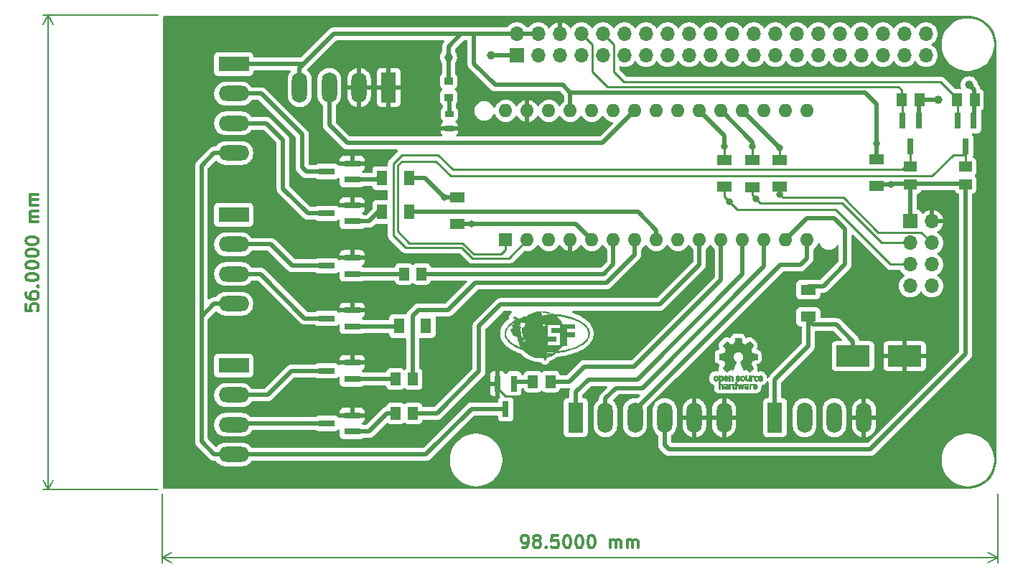
<source format=gbr>
G04 #@! TF.GenerationSoftware,KiCad,Pcbnew,8.0.3*
G04 #@! TF.CreationDate,2024-06-11T21:40:31+02:00*
G04 #@! TF.ProjectId,project,70726f6a-6563-4742-9e6b-696361645f70,rev?*
G04 #@! TF.SameCoordinates,Original*
G04 #@! TF.FileFunction,Copper,L1,Top*
G04 #@! TF.FilePolarity,Positive*
%FSLAX46Y46*%
G04 Gerber Fmt 4.6, Leading zero omitted, Abs format (unit mm)*
G04 Created by KiCad (PCBNEW 8.0.3) date 2024-06-11 21:40:31*
%MOMM*%
%LPD*%
G01*
G04 APERTURE LIST*
%ADD10C,0.300000*%
G04 #@! TA.AperFunction,NonConductor*
%ADD11C,0.300000*%
G04 #@! TD*
G04 #@! TA.AperFunction,NonConductor*
%ADD12C,0.200000*%
G04 #@! TD*
G04 #@! TA.AperFunction,EtchedComponent*
%ADD13C,0.010000*%
G04 #@! TD*
G04 #@! TA.AperFunction,ComponentPad*
%ADD14O,1.700000X1.700000*%
G04 #@! TD*
G04 #@! TA.AperFunction,ComponentPad*
%ADD15R,1.700000X1.700000*%
G04 #@! TD*
G04 #@! TA.AperFunction,SMDPad,CuDef*
%ADD16R,1.800000X1.245000*%
G04 #@! TD*
G04 #@! TA.AperFunction,SMDPad,CuDef*
%ADD17C,1.000000*%
G04 #@! TD*
G04 #@! TA.AperFunction,SMDPad,CuDef*
%ADD18R,4.000000X2.500000*%
G04 #@! TD*
G04 #@! TA.AperFunction,SMDPad,CuDef*
%ADD19R,1.145000X1.500000*%
G04 #@! TD*
G04 #@! TA.AperFunction,ComponentPad*
%ADD20R,1.600000X1.600000*%
G04 #@! TD*
G04 #@! TA.AperFunction,ComponentPad*
%ADD21O,1.600000X1.600000*%
G04 #@! TD*
G04 #@! TA.AperFunction,SMDPad,CuDef*
%ADD22R,1.000000X0.670000*%
G04 #@! TD*
G04 #@! TA.AperFunction,ComponentPad*
%ADD23R,3.600000X1.800000*%
G04 #@! TD*
G04 #@! TA.AperFunction,ComponentPad*
%ADD24O,3.600000X1.800000*%
G04 #@! TD*
G04 #@! TA.AperFunction,ComponentPad*
%ADD25O,1.800000X3.600000*%
G04 #@! TD*
G04 #@! TA.AperFunction,ComponentPad*
%ADD26R,1.800000X3.600000*%
G04 #@! TD*
G04 #@! TA.AperFunction,SMDPad,CuDef*
%ADD27R,1.900000X0.800000*%
G04 #@! TD*
G04 #@! TA.AperFunction,SMDPad,CuDef*
%ADD28R,0.800000X1.900000*%
G04 #@! TD*
G04 #@! TA.AperFunction,SMDPad,CuDef*
%ADD29R,1.245000X1.800000*%
G04 #@! TD*
G04 #@! TA.AperFunction,SMDPad,CuDef*
%ADD30R,1.500000X1.145000*%
G04 #@! TD*
G04 #@! TA.AperFunction,SMDPad,CuDef*
%ADD31R,1.000000X0.845000*%
G04 #@! TD*
G04 #@! TA.AperFunction,ViaPad*
%ADD32C,0.800000*%
G04 #@! TD*
G04 #@! TA.AperFunction,Conductor*
%ADD33C,0.500000*%
G04 #@! TD*
G04 #@! TA.AperFunction,Conductor*
%ADD34C,0.250000*%
G04 #@! TD*
G04 APERTURE END LIST*
D10*
D11*
X138464287Y-118878328D02*
X138750001Y-118878328D01*
X138750001Y-118878328D02*
X138892858Y-118806900D01*
X138892858Y-118806900D02*
X138964287Y-118735471D01*
X138964287Y-118735471D02*
X139107144Y-118521185D01*
X139107144Y-118521185D02*
X139178573Y-118235471D01*
X139178573Y-118235471D02*
X139178573Y-117664042D01*
X139178573Y-117664042D02*
X139107144Y-117521185D01*
X139107144Y-117521185D02*
X139035716Y-117449757D01*
X139035716Y-117449757D02*
X138892858Y-117378328D01*
X138892858Y-117378328D02*
X138607144Y-117378328D01*
X138607144Y-117378328D02*
X138464287Y-117449757D01*
X138464287Y-117449757D02*
X138392858Y-117521185D01*
X138392858Y-117521185D02*
X138321430Y-117664042D01*
X138321430Y-117664042D02*
X138321430Y-118021185D01*
X138321430Y-118021185D02*
X138392858Y-118164042D01*
X138392858Y-118164042D02*
X138464287Y-118235471D01*
X138464287Y-118235471D02*
X138607144Y-118306900D01*
X138607144Y-118306900D02*
X138892858Y-118306900D01*
X138892858Y-118306900D02*
X139035716Y-118235471D01*
X139035716Y-118235471D02*
X139107144Y-118164042D01*
X139107144Y-118164042D02*
X139178573Y-118021185D01*
X140035715Y-118021185D02*
X139892858Y-117949757D01*
X139892858Y-117949757D02*
X139821429Y-117878328D01*
X139821429Y-117878328D02*
X139750001Y-117735471D01*
X139750001Y-117735471D02*
X139750001Y-117664042D01*
X139750001Y-117664042D02*
X139821429Y-117521185D01*
X139821429Y-117521185D02*
X139892858Y-117449757D01*
X139892858Y-117449757D02*
X140035715Y-117378328D01*
X140035715Y-117378328D02*
X140321429Y-117378328D01*
X140321429Y-117378328D02*
X140464287Y-117449757D01*
X140464287Y-117449757D02*
X140535715Y-117521185D01*
X140535715Y-117521185D02*
X140607144Y-117664042D01*
X140607144Y-117664042D02*
X140607144Y-117735471D01*
X140607144Y-117735471D02*
X140535715Y-117878328D01*
X140535715Y-117878328D02*
X140464287Y-117949757D01*
X140464287Y-117949757D02*
X140321429Y-118021185D01*
X140321429Y-118021185D02*
X140035715Y-118021185D01*
X140035715Y-118021185D02*
X139892858Y-118092614D01*
X139892858Y-118092614D02*
X139821429Y-118164042D01*
X139821429Y-118164042D02*
X139750001Y-118306900D01*
X139750001Y-118306900D02*
X139750001Y-118592614D01*
X139750001Y-118592614D02*
X139821429Y-118735471D01*
X139821429Y-118735471D02*
X139892858Y-118806900D01*
X139892858Y-118806900D02*
X140035715Y-118878328D01*
X140035715Y-118878328D02*
X140321429Y-118878328D01*
X140321429Y-118878328D02*
X140464287Y-118806900D01*
X140464287Y-118806900D02*
X140535715Y-118735471D01*
X140535715Y-118735471D02*
X140607144Y-118592614D01*
X140607144Y-118592614D02*
X140607144Y-118306900D01*
X140607144Y-118306900D02*
X140535715Y-118164042D01*
X140535715Y-118164042D02*
X140464287Y-118092614D01*
X140464287Y-118092614D02*
X140321429Y-118021185D01*
X141250000Y-118735471D02*
X141321429Y-118806900D01*
X141321429Y-118806900D02*
X141250000Y-118878328D01*
X141250000Y-118878328D02*
X141178572Y-118806900D01*
X141178572Y-118806900D02*
X141250000Y-118735471D01*
X141250000Y-118735471D02*
X141250000Y-118878328D01*
X142678572Y-117378328D02*
X141964286Y-117378328D01*
X141964286Y-117378328D02*
X141892858Y-118092614D01*
X141892858Y-118092614D02*
X141964286Y-118021185D01*
X141964286Y-118021185D02*
X142107144Y-117949757D01*
X142107144Y-117949757D02*
X142464286Y-117949757D01*
X142464286Y-117949757D02*
X142607144Y-118021185D01*
X142607144Y-118021185D02*
X142678572Y-118092614D01*
X142678572Y-118092614D02*
X142750001Y-118235471D01*
X142750001Y-118235471D02*
X142750001Y-118592614D01*
X142750001Y-118592614D02*
X142678572Y-118735471D01*
X142678572Y-118735471D02*
X142607144Y-118806900D01*
X142607144Y-118806900D02*
X142464286Y-118878328D01*
X142464286Y-118878328D02*
X142107144Y-118878328D01*
X142107144Y-118878328D02*
X141964286Y-118806900D01*
X141964286Y-118806900D02*
X141892858Y-118735471D01*
X143678572Y-117378328D02*
X143821429Y-117378328D01*
X143821429Y-117378328D02*
X143964286Y-117449757D01*
X143964286Y-117449757D02*
X144035715Y-117521185D01*
X144035715Y-117521185D02*
X144107143Y-117664042D01*
X144107143Y-117664042D02*
X144178572Y-117949757D01*
X144178572Y-117949757D02*
X144178572Y-118306900D01*
X144178572Y-118306900D02*
X144107143Y-118592614D01*
X144107143Y-118592614D02*
X144035715Y-118735471D01*
X144035715Y-118735471D02*
X143964286Y-118806900D01*
X143964286Y-118806900D02*
X143821429Y-118878328D01*
X143821429Y-118878328D02*
X143678572Y-118878328D01*
X143678572Y-118878328D02*
X143535715Y-118806900D01*
X143535715Y-118806900D02*
X143464286Y-118735471D01*
X143464286Y-118735471D02*
X143392857Y-118592614D01*
X143392857Y-118592614D02*
X143321429Y-118306900D01*
X143321429Y-118306900D02*
X143321429Y-117949757D01*
X143321429Y-117949757D02*
X143392857Y-117664042D01*
X143392857Y-117664042D02*
X143464286Y-117521185D01*
X143464286Y-117521185D02*
X143535715Y-117449757D01*
X143535715Y-117449757D02*
X143678572Y-117378328D01*
X145107143Y-117378328D02*
X145250000Y-117378328D01*
X145250000Y-117378328D02*
X145392857Y-117449757D01*
X145392857Y-117449757D02*
X145464286Y-117521185D01*
X145464286Y-117521185D02*
X145535714Y-117664042D01*
X145535714Y-117664042D02*
X145607143Y-117949757D01*
X145607143Y-117949757D02*
X145607143Y-118306900D01*
X145607143Y-118306900D02*
X145535714Y-118592614D01*
X145535714Y-118592614D02*
X145464286Y-118735471D01*
X145464286Y-118735471D02*
X145392857Y-118806900D01*
X145392857Y-118806900D02*
X145250000Y-118878328D01*
X145250000Y-118878328D02*
X145107143Y-118878328D01*
X145107143Y-118878328D02*
X144964286Y-118806900D01*
X144964286Y-118806900D02*
X144892857Y-118735471D01*
X144892857Y-118735471D02*
X144821428Y-118592614D01*
X144821428Y-118592614D02*
X144750000Y-118306900D01*
X144750000Y-118306900D02*
X144750000Y-117949757D01*
X144750000Y-117949757D02*
X144821428Y-117664042D01*
X144821428Y-117664042D02*
X144892857Y-117521185D01*
X144892857Y-117521185D02*
X144964286Y-117449757D01*
X144964286Y-117449757D02*
X145107143Y-117378328D01*
X146535714Y-117378328D02*
X146678571Y-117378328D01*
X146678571Y-117378328D02*
X146821428Y-117449757D01*
X146821428Y-117449757D02*
X146892857Y-117521185D01*
X146892857Y-117521185D02*
X146964285Y-117664042D01*
X146964285Y-117664042D02*
X147035714Y-117949757D01*
X147035714Y-117949757D02*
X147035714Y-118306900D01*
X147035714Y-118306900D02*
X146964285Y-118592614D01*
X146964285Y-118592614D02*
X146892857Y-118735471D01*
X146892857Y-118735471D02*
X146821428Y-118806900D01*
X146821428Y-118806900D02*
X146678571Y-118878328D01*
X146678571Y-118878328D02*
X146535714Y-118878328D01*
X146535714Y-118878328D02*
X146392857Y-118806900D01*
X146392857Y-118806900D02*
X146321428Y-118735471D01*
X146321428Y-118735471D02*
X146249999Y-118592614D01*
X146249999Y-118592614D02*
X146178571Y-118306900D01*
X146178571Y-118306900D02*
X146178571Y-117949757D01*
X146178571Y-117949757D02*
X146249999Y-117664042D01*
X146249999Y-117664042D02*
X146321428Y-117521185D01*
X146321428Y-117521185D02*
X146392857Y-117449757D01*
X146392857Y-117449757D02*
X146535714Y-117378328D01*
X148821427Y-118878328D02*
X148821427Y-117878328D01*
X148821427Y-118021185D02*
X148892856Y-117949757D01*
X148892856Y-117949757D02*
X149035713Y-117878328D01*
X149035713Y-117878328D02*
X149249999Y-117878328D01*
X149249999Y-117878328D02*
X149392856Y-117949757D01*
X149392856Y-117949757D02*
X149464285Y-118092614D01*
X149464285Y-118092614D02*
X149464285Y-118878328D01*
X149464285Y-118092614D02*
X149535713Y-117949757D01*
X149535713Y-117949757D02*
X149678570Y-117878328D01*
X149678570Y-117878328D02*
X149892856Y-117878328D01*
X149892856Y-117878328D02*
X150035713Y-117949757D01*
X150035713Y-117949757D02*
X150107142Y-118092614D01*
X150107142Y-118092614D02*
X150107142Y-118878328D01*
X150821427Y-118878328D02*
X150821427Y-117878328D01*
X150821427Y-118021185D02*
X150892856Y-117949757D01*
X150892856Y-117949757D02*
X151035713Y-117878328D01*
X151035713Y-117878328D02*
X151249999Y-117878328D01*
X151249999Y-117878328D02*
X151392856Y-117949757D01*
X151392856Y-117949757D02*
X151464285Y-118092614D01*
X151464285Y-118092614D02*
X151464285Y-118878328D01*
X151464285Y-118092614D02*
X151535713Y-117949757D01*
X151535713Y-117949757D02*
X151678570Y-117878328D01*
X151678570Y-117878328D02*
X151892856Y-117878328D01*
X151892856Y-117878328D02*
X152035713Y-117949757D01*
X152035713Y-117949757D02*
X152107142Y-118092614D01*
X152107142Y-118092614D02*
X152107142Y-118878328D01*
D12*
X96000000Y-112500000D02*
X96000000Y-120586420D01*
X194500000Y-112500000D02*
X194500000Y-120586420D01*
X96000000Y-120000000D02*
X194500000Y-120000000D01*
X96000000Y-120000000D02*
X194500000Y-120000000D01*
X96000000Y-120000000D02*
X97126504Y-119413579D01*
X96000000Y-120000000D02*
X97126504Y-120586421D01*
X194500000Y-120000000D02*
X193373496Y-120586421D01*
X194500000Y-120000000D02*
X193373496Y-119413579D01*
D10*
D11*
X79878328Y-90142855D02*
X79878328Y-90857141D01*
X79878328Y-90857141D02*
X80592614Y-90928569D01*
X80592614Y-90928569D02*
X80521185Y-90857141D01*
X80521185Y-90857141D02*
X80449757Y-90714284D01*
X80449757Y-90714284D02*
X80449757Y-90357141D01*
X80449757Y-90357141D02*
X80521185Y-90214284D01*
X80521185Y-90214284D02*
X80592614Y-90142855D01*
X80592614Y-90142855D02*
X80735471Y-90071426D01*
X80735471Y-90071426D02*
X81092614Y-90071426D01*
X81092614Y-90071426D02*
X81235471Y-90142855D01*
X81235471Y-90142855D02*
X81306900Y-90214284D01*
X81306900Y-90214284D02*
X81378328Y-90357141D01*
X81378328Y-90357141D02*
X81378328Y-90714284D01*
X81378328Y-90714284D02*
X81306900Y-90857141D01*
X81306900Y-90857141D02*
X81235471Y-90928569D01*
X79878328Y-88785713D02*
X79878328Y-89071427D01*
X79878328Y-89071427D02*
X79949757Y-89214284D01*
X79949757Y-89214284D02*
X80021185Y-89285713D01*
X80021185Y-89285713D02*
X80235471Y-89428570D01*
X80235471Y-89428570D02*
X80521185Y-89499998D01*
X80521185Y-89499998D02*
X81092614Y-89499998D01*
X81092614Y-89499998D02*
X81235471Y-89428570D01*
X81235471Y-89428570D02*
X81306900Y-89357141D01*
X81306900Y-89357141D02*
X81378328Y-89214284D01*
X81378328Y-89214284D02*
X81378328Y-88928570D01*
X81378328Y-88928570D02*
X81306900Y-88785713D01*
X81306900Y-88785713D02*
X81235471Y-88714284D01*
X81235471Y-88714284D02*
X81092614Y-88642855D01*
X81092614Y-88642855D02*
X80735471Y-88642855D01*
X80735471Y-88642855D02*
X80592614Y-88714284D01*
X80592614Y-88714284D02*
X80521185Y-88785713D01*
X80521185Y-88785713D02*
X80449757Y-88928570D01*
X80449757Y-88928570D02*
X80449757Y-89214284D01*
X80449757Y-89214284D02*
X80521185Y-89357141D01*
X80521185Y-89357141D02*
X80592614Y-89428570D01*
X80592614Y-89428570D02*
X80735471Y-89499998D01*
X81235471Y-87999999D02*
X81306900Y-87928570D01*
X81306900Y-87928570D02*
X81378328Y-87999999D01*
X81378328Y-87999999D02*
X81306900Y-88071427D01*
X81306900Y-88071427D02*
X81235471Y-87999999D01*
X81235471Y-87999999D02*
X81378328Y-87999999D01*
X79878328Y-86999998D02*
X79878328Y-86857141D01*
X79878328Y-86857141D02*
X79949757Y-86714284D01*
X79949757Y-86714284D02*
X80021185Y-86642856D01*
X80021185Y-86642856D02*
X80164042Y-86571427D01*
X80164042Y-86571427D02*
X80449757Y-86499998D01*
X80449757Y-86499998D02*
X80806900Y-86499998D01*
X80806900Y-86499998D02*
X81092614Y-86571427D01*
X81092614Y-86571427D02*
X81235471Y-86642856D01*
X81235471Y-86642856D02*
X81306900Y-86714284D01*
X81306900Y-86714284D02*
X81378328Y-86857141D01*
X81378328Y-86857141D02*
X81378328Y-86999998D01*
X81378328Y-86999998D02*
X81306900Y-87142856D01*
X81306900Y-87142856D02*
X81235471Y-87214284D01*
X81235471Y-87214284D02*
X81092614Y-87285713D01*
X81092614Y-87285713D02*
X80806900Y-87357141D01*
X80806900Y-87357141D02*
X80449757Y-87357141D01*
X80449757Y-87357141D02*
X80164042Y-87285713D01*
X80164042Y-87285713D02*
X80021185Y-87214284D01*
X80021185Y-87214284D02*
X79949757Y-87142856D01*
X79949757Y-87142856D02*
X79878328Y-86999998D01*
X79878328Y-85571427D02*
X79878328Y-85428570D01*
X79878328Y-85428570D02*
X79949757Y-85285713D01*
X79949757Y-85285713D02*
X80021185Y-85214285D01*
X80021185Y-85214285D02*
X80164042Y-85142856D01*
X80164042Y-85142856D02*
X80449757Y-85071427D01*
X80449757Y-85071427D02*
X80806900Y-85071427D01*
X80806900Y-85071427D02*
X81092614Y-85142856D01*
X81092614Y-85142856D02*
X81235471Y-85214285D01*
X81235471Y-85214285D02*
X81306900Y-85285713D01*
X81306900Y-85285713D02*
X81378328Y-85428570D01*
X81378328Y-85428570D02*
X81378328Y-85571427D01*
X81378328Y-85571427D02*
X81306900Y-85714285D01*
X81306900Y-85714285D02*
X81235471Y-85785713D01*
X81235471Y-85785713D02*
X81092614Y-85857142D01*
X81092614Y-85857142D02*
X80806900Y-85928570D01*
X80806900Y-85928570D02*
X80449757Y-85928570D01*
X80449757Y-85928570D02*
X80164042Y-85857142D01*
X80164042Y-85857142D02*
X80021185Y-85785713D01*
X80021185Y-85785713D02*
X79949757Y-85714285D01*
X79949757Y-85714285D02*
X79878328Y-85571427D01*
X79878328Y-84142856D02*
X79878328Y-83999999D01*
X79878328Y-83999999D02*
X79949757Y-83857142D01*
X79949757Y-83857142D02*
X80021185Y-83785714D01*
X80021185Y-83785714D02*
X80164042Y-83714285D01*
X80164042Y-83714285D02*
X80449757Y-83642856D01*
X80449757Y-83642856D02*
X80806900Y-83642856D01*
X80806900Y-83642856D02*
X81092614Y-83714285D01*
X81092614Y-83714285D02*
X81235471Y-83785714D01*
X81235471Y-83785714D02*
X81306900Y-83857142D01*
X81306900Y-83857142D02*
X81378328Y-83999999D01*
X81378328Y-83999999D02*
X81378328Y-84142856D01*
X81378328Y-84142856D02*
X81306900Y-84285714D01*
X81306900Y-84285714D02*
X81235471Y-84357142D01*
X81235471Y-84357142D02*
X81092614Y-84428571D01*
X81092614Y-84428571D02*
X80806900Y-84499999D01*
X80806900Y-84499999D02*
X80449757Y-84499999D01*
X80449757Y-84499999D02*
X80164042Y-84428571D01*
X80164042Y-84428571D02*
X80021185Y-84357142D01*
X80021185Y-84357142D02*
X79949757Y-84285714D01*
X79949757Y-84285714D02*
X79878328Y-84142856D01*
X79878328Y-82714285D02*
X79878328Y-82571428D01*
X79878328Y-82571428D02*
X79949757Y-82428571D01*
X79949757Y-82428571D02*
X80021185Y-82357143D01*
X80021185Y-82357143D02*
X80164042Y-82285714D01*
X80164042Y-82285714D02*
X80449757Y-82214285D01*
X80449757Y-82214285D02*
X80806900Y-82214285D01*
X80806900Y-82214285D02*
X81092614Y-82285714D01*
X81092614Y-82285714D02*
X81235471Y-82357143D01*
X81235471Y-82357143D02*
X81306900Y-82428571D01*
X81306900Y-82428571D02*
X81378328Y-82571428D01*
X81378328Y-82571428D02*
X81378328Y-82714285D01*
X81378328Y-82714285D02*
X81306900Y-82857143D01*
X81306900Y-82857143D02*
X81235471Y-82928571D01*
X81235471Y-82928571D02*
X81092614Y-83000000D01*
X81092614Y-83000000D02*
X80806900Y-83071428D01*
X80806900Y-83071428D02*
X80449757Y-83071428D01*
X80449757Y-83071428D02*
X80164042Y-83000000D01*
X80164042Y-83000000D02*
X80021185Y-82928571D01*
X80021185Y-82928571D02*
X79949757Y-82857143D01*
X79949757Y-82857143D02*
X79878328Y-82714285D01*
X81378328Y-80428572D02*
X80378328Y-80428572D01*
X80521185Y-80428572D02*
X80449757Y-80357143D01*
X80449757Y-80357143D02*
X80378328Y-80214286D01*
X80378328Y-80214286D02*
X80378328Y-80000000D01*
X80378328Y-80000000D02*
X80449757Y-79857143D01*
X80449757Y-79857143D02*
X80592614Y-79785715D01*
X80592614Y-79785715D02*
X81378328Y-79785715D01*
X80592614Y-79785715D02*
X80449757Y-79714286D01*
X80449757Y-79714286D02*
X80378328Y-79571429D01*
X80378328Y-79571429D02*
X80378328Y-79357143D01*
X80378328Y-79357143D02*
X80449757Y-79214286D01*
X80449757Y-79214286D02*
X80592614Y-79142857D01*
X80592614Y-79142857D02*
X81378328Y-79142857D01*
X81378328Y-78428572D02*
X80378328Y-78428572D01*
X80521185Y-78428572D02*
X80449757Y-78357143D01*
X80449757Y-78357143D02*
X80378328Y-78214286D01*
X80378328Y-78214286D02*
X80378328Y-78000000D01*
X80378328Y-78000000D02*
X80449757Y-77857143D01*
X80449757Y-77857143D02*
X80592614Y-77785715D01*
X80592614Y-77785715D02*
X81378328Y-77785715D01*
X80592614Y-77785715D02*
X80449757Y-77714286D01*
X80449757Y-77714286D02*
X80378328Y-77571429D01*
X80378328Y-77571429D02*
X80378328Y-77357143D01*
X80378328Y-77357143D02*
X80449757Y-77214286D01*
X80449757Y-77214286D02*
X80592614Y-77142857D01*
X80592614Y-77142857D02*
X81378328Y-77142857D01*
D12*
X95500000Y-56000000D02*
X81913580Y-56000000D01*
X95500000Y-112000000D02*
X81913580Y-112000000D01*
X82500000Y-56000000D02*
X82500000Y-112000000D01*
X82500000Y-56000000D02*
X82500000Y-112000000D01*
X82500000Y-56000000D02*
X83086421Y-57126504D01*
X82500000Y-56000000D02*
X81913579Y-57126504D01*
X82500000Y-112000000D02*
X81913579Y-110873496D01*
X82500000Y-112000000D02*
X83086421Y-110873496D01*
D13*
X140680457Y-91463222D02*
X141971336Y-91275435D01*
X141979777Y-91280711D01*
X142095808Y-91345646D01*
X142103260Y-91349904D01*
X142109647Y-91353098D01*
X142206517Y-91414839D01*
X142352622Y-91518690D01*
X142491608Y-91631682D01*
X142622986Y-91753264D01*
X142746265Y-91882889D01*
X142860957Y-92020007D01*
X142966571Y-92164069D01*
X143062618Y-92314527D01*
X143148608Y-92470832D01*
X144615502Y-92470832D01*
X144615502Y-92960507D01*
X143637218Y-92960507D01*
X143637218Y-93450181D01*
X144615502Y-93450181D01*
X144615502Y-93939855D01*
X143637218Y-93940920D01*
X143637218Y-94920268D01*
X143150737Y-94920268D01*
X143036504Y-95122855D01*
X142905519Y-95315273D01*
X142758756Y-95496212D01*
X142597192Y-95664360D01*
X142557805Y-95668618D01*
X142413032Y-95683521D01*
X142408774Y-95683521D01*
X142225678Y-95694166D01*
X142120292Y-95698425D01*
X141991486Y-95702683D01*
X141853100Y-95703747D01*
X141770069Y-95702683D01*
X141617844Y-95699489D01*
X141606134Y-95699489D01*
X141477328Y-95693102D01*
X141391103Y-95687779D01*
X141377265Y-95686715D01*
X141230249Y-95671691D01*
X141256885Y-95875580D01*
X141367684Y-95875133D01*
X141377265Y-95875133D01*
X141582715Y-95873004D01*
X141605070Y-95871940D01*
X141718972Y-95868746D01*
X141841391Y-95864488D01*
X141959551Y-95858101D01*
X142087292Y-95850649D01*
X142191614Y-95843198D01*
X142386419Y-95826166D01*
X142415161Y-95824037D01*
X142298830Y-95912427D01*
X142177953Y-95994630D01*
X142052887Y-96070463D01*
X141923991Y-96139747D01*
X141791623Y-96202301D01*
X141656141Y-96257944D01*
X141517902Y-96306496D01*
X141377265Y-96347775D01*
X141377265Y-96349904D01*
X141328297Y-96362678D01*
X141498619Y-96046519D01*
X141358103Y-96046519D01*
X141282117Y-96068724D01*
X141321910Y-96373323D01*
X141130298Y-96727805D01*
X140966364Y-96434000D01*
X141146053Y-96409155D01*
X141321910Y-96373323D01*
X140847209Y-96220327D01*
X140961041Y-96424420D01*
X140755591Y-96440387D01*
X140752398Y-96440387D01*
X140748140Y-96440387D01*
X140628885Y-96441281D01*
X140509690Y-96437194D01*
X140430916Y-96431871D01*
X140235046Y-96409517D01*
X140112045Y-96388370D01*
X139990186Y-96361678D01*
X139869683Y-96329558D01*
X139750751Y-96292128D01*
X139633606Y-96249506D01*
X139518462Y-96201809D01*
X139405534Y-96149157D01*
X139295037Y-96091665D01*
X139187187Y-96029453D01*
X139082198Y-95962638D01*
X138980284Y-95891337D01*
X138881662Y-95815670D01*
X138786545Y-95735753D01*
X138695149Y-95651704D01*
X138607689Y-95563642D01*
X138524380Y-95471684D01*
X138560771Y-95339122D01*
X138532896Y-95330104D01*
X138405155Y-95288588D01*
X138373219Y-95277943D01*
X138273587Y-95129128D01*
X138183951Y-94974230D01*
X138104574Y-94813941D01*
X138035719Y-94648952D01*
X137977648Y-94479954D01*
X137969117Y-94448691D01*
X138312542Y-94448691D01*
X138747662Y-94658339D01*
X138923571Y-94017564D01*
X138809668Y-94098467D01*
X138696830Y-94344369D01*
X138427509Y-94367788D01*
X138312542Y-94448691D01*
X137969117Y-94448691D01*
X137930625Y-94307639D01*
X137894912Y-94132698D01*
X137870771Y-93955823D01*
X137398129Y-93792953D01*
X137071325Y-93120183D01*
X137407710Y-92956249D01*
X137297927Y-92729508D01*
X138055996Y-92729508D01*
X138222059Y-92786992D01*
X138194152Y-92960915D01*
X138181495Y-93134187D01*
X138183434Y-93306256D01*
X138199316Y-93476573D01*
X138228485Y-93644590D01*
X138270290Y-93809756D01*
X138324075Y-93971521D01*
X138389187Y-94129338D01*
X138585057Y-93974984D01*
X138533171Y-93842312D01*
X138490406Y-93707379D01*
X138457198Y-93570460D01*
X138433987Y-93431832D01*
X138421210Y-93291773D01*
X138419305Y-93150557D01*
X138428710Y-93008463D01*
X138449864Y-92865765D01*
X138647863Y-92933894D01*
X138827186Y-92413859D01*
X140804647Y-92413859D01*
X140857106Y-92815412D01*
X141411329Y-92470832D01*
X141410264Y-93939855D01*
X142389613Y-93940920D01*
X142389613Y-94430594D01*
X141410264Y-94430594D01*
X141410264Y-94920268D01*
X142880352Y-94919204D01*
X142880352Y-93451245D01*
X141899939Y-93450181D01*
X141899939Y-92960507D01*
X142880352Y-92960507D01*
X142880352Y-92471897D01*
X141411329Y-92470832D01*
X140804647Y-92413859D01*
X138827186Y-92413859D01*
X138839475Y-92378220D01*
X138248672Y-92173834D01*
X138055996Y-92729508D01*
X137297927Y-92729508D01*
X137244840Y-92619864D01*
X137581225Y-92456994D01*
X137480096Y-92248350D01*
X137288345Y-92366750D01*
X137114446Y-92490525D01*
X136959172Y-92619091D01*
X136823294Y-92751863D01*
X136737458Y-92850288D01*
X136662712Y-92950077D01*
X136599159Y-93051105D01*
X136546901Y-93153247D01*
X136506038Y-93256379D01*
X136476673Y-93360377D01*
X136458908Y-93465116D01*
X136452845Y-93570471D01*
X136451780Y-93570471D01*
X136456007Y-93649065D01*
X136466955Y-93727765D01*
X136484726Y-93806582D01*
X136509426Y-93885526D01*
X136541157Y-93964608D01*
X136580025Y-94043839D01*
X136626133Y-94123229D01*
X136679585Y-94202789D01*
X136756989Y-94302218D01*
X136846128Y-94400921D01*
X136947032Y-94498612D01*
X137059733Y-94595002D01*
X137184263Y-94689802D01*
X137320651Y-94782725D01*
X137468929Y-94873481D01*
X137629128Y-94961784D01*
X137803327Y-95048220D01*
X137985385Y-95129499D01*
X138174805Y-95205694D01*
X138371090Y-95276879D01*
X138445036Y-95376007D01*
X138523315Y-95471684D01*
X138275188Y-95388008D01*
X138036440Y-95296549D01*
X137808002Y-95197384D01*
X137590805Y-95090590D01*
X137427061Y-95000412D01*
X137274918Y-94907463D01*
X137134349Y-94811868D01*
X137005325Y-94713753D01*
X136887819Y-94613264D01*
X136781794Y-94510517D01*
X136687205Y-94405599D01*
X136604005Y-94298595D01*
X136545499Y-94211165D01*
X136494390Y-94122290D01*
X136450756Y-94032161D01*
X136414677Y-93940968D01*
X136386229Y-93848905D01*
X136365491Y-93756163D01*
X136352542Y-93662932D01*
X136347458Y-93569406D01*
X136347458Y-93564083D01*
X136347458Y-93559825D01*
X136350887Y-93471933D01*
X136361297Y-93384181D01*
X136385472Y-93268641D01*
X136421409Y-93154771D01*
X136468954Y-93042692D01*
X136527954Y-92932526D01*
X136598258Y-92824394D01*
X136679711Y-92718417D01*
X136772161Y-92614716D01*
X136875455Y-92513413D01*
X136993807Y-92411024D01*
X137123738Y-92311298D01*
X137265252Y-92214429D01*
X137418355Y-92120609D01*
X137417290Y-92119544D01*
X137831384Y-91918352D01*
X137695588Y-91871514D01*
X138316800Y-91871514D01*
X138495538Y-91933078D01*
X138678734Y-91754418D01*
X138494689Y-91811179D01*
X138316800Y-91871514D01*
X137695588Y-91871514D01*
X137402387Y-91770385D01*
X137469451Y-91577709D01*
X138090060Y-91792740D01*
X138116673Y-91802321D01*
X138304816Y-91732411D01*
X138500298Y-91666534D01*
X138702765Y-91604946D01*
X138911861Y-91547903D01*
X139097565Y-91414073D01*
X139293883Y-91296029D01*
X139499354Y-91194256D01*
X139712520Y-91109241D01*
X139931922Y-91041468D01*
X140156100Y-90991422D01*
X140383595Y-90959589D01*
X140612947Y-90946455D01*
X140680457Y-91463222D01*
G04 #@! TA.AperFunction,EtchedComponent*
G36*
X140680457Y-91463222D02*
G01*
X141971336Y-91275435D01*
X141979777Y-91280711D01*
X142095808Y-91345646D01*
X142103260Y-91349904D01*
X142109647Y-91353098D01*
X142206517Y-91414839D01*
X142352622Y-91518690D01*
X142491608Y-91631682D01*
X142622986Y-91753264D01*
X142746265Y-91882889D01*
X142860957Y-92020007D01*
X142966571Y-92164069D01*
X143062618Y-92314527D01*
X143148608Y-92470832D01*
X144615502Y-92470832D01*
X144615502Y-92960507D01*
X143637218Y-92960507D01*
X143637218Y-93450181D01*
X144615502Y-93450181D01*
X144615502Y-93939855D01*
X143637218Y-93940920D01*
X143637218Y-94920268D01*
X143150737Y-94920268D01*
X143036504Y-95122855D01*
X142905519Y-95315273D01*
X142758756Y-95496212D01*
X142597192Y-95664360D01*
X142557805Y-95668618D01*
X142413032Y-95683521D01*
X142408774Y-95683521D01*
X142225678Y-95694166D01*
X142120292Y-95698425D01*
X141991486Y-95702683D01*
X141853100Y-95703747D01*
X141770069Y-95702683D01*
X141617844Y-95699489D01*
X141606134Y-95699489D01*
X141477328Y-95693102D01*
X141391103Y-95687779D01*
X141377265Y-95686715D01*
X141230249Y-95671691D01*
X141256885Y-95875580D01*
X141367684Y-95875133D01*
X141377265Y-95875133D01*
X141582715Y-95873004D01*
X141605070Y-95871940D01*
X141718972Y-95868746D01*
X141841391Y-95864488D01*
X141959551Y-95858101D01*
X142087292Y-95850649D01*
X142191614Y-95843198D01*
X142386419Y-95826166D01*
X142415161Y-95824037D01*
X142298830Y-95912427D01*
X142177953Y-95994630D01*
X142052887Y-96070463D01*
X141923991Y-96139747D01*
X141791623Y-96202301D01*
X141656141Y-96257944D01*
X141517902Y-96306496D01*
X141377265Y-96347775D01*
X141377265Y-96349904D01*
X141328297Y-96362678D01*
X141498619Y-96046519D01*
X141358103Y-96046519D01*
X141282117Y-96068724D01*
X141321910Y-96373323D01*
X141130298Y-96727805D01*
X140966364Y-96434000D01*
X141146053Y-96409155D01*
X141321910Y-96373323D01*
X140847209Y-96220327D01*
X140961041Y-96424420D01*
X140755591Y-96440387D01*
X140752398Y-96440387D01*
X140748140Y-96440387D01*
X140628885Y-96441281D01*
X140509690Y-96437194D01*
X140430916Y-96431871D01*
X140235046Y-96409517D01*
X140112045Y-96388370D01*
X139990186Y-96361678D01*
X139869683Y-96329558D01*
X139750751Y-96292128D01*
X139633606Y-96249506D01*
X139518462Y-96201809D01*
X139405534Y-96149157D01*
X139295037Y-96091665D01*
X139187187Y-96029453D01*
X139082198Y-95962638D01*
X138980284Y-95891337D01*
X138881662Y-95815670D01*
X138786545Y-95735753D01*
X138695149Y-95651704D01*
X138607689Y-95563642D01*
X138524380Y-95471684D01*
X138560771Y-95339122D01*
X138532896Y-95330104D01*
X138405155Y-95288588D01*
X138373219Y-95277943D01*
X138273587Y-95129128D01*
X138183951Y-94974230D01*
X138104574Y-94813941D01*
X138035719Y-94648952D01*
X137977648Y-94479954D01*
X137969117Y-94448691D01*
X138312542Y-94448691D01*
X138747662Y-94658339D01*
X138923571Y-94017564D01*
X138809668Y-94098467D01*
X138696830Y-94344369D01*
X138427509Y-94367788D01*
X138312542Y-94448691D01*
X137969117Y-94448691D01*
X137930625Y-94307639D01*
X137894912Y-94132698D01*
X137870771Y-93955823D01*
X137398129Y-93792953D01*
X137071325Y-93120183D01*
X137407710Y-92956249D01*
X137297927Y-92729508D01*
X138055996Y-92729508D01*
X138222059Y-92786992D01*
X138194152Y-92960915D01*
X138181495Y-93134187D01*
X138183434Y-93306256D01*
X138199316Y-93476573D01*
X138228485Y-93644590D01*
X138270290Y-93809756D01*
X138324075Y-93971521D01*
X138389187Y-94129338D01*
X138585057Y-93974984D01*
X138533171Y-93842312D01*
X138490406Y-93707379D01*
X138457198Y-93570460D01*
X138433987Y-93431832D01*
X138421210Y-93291773D01*
X138419305Y-93150557D01*
X138428710Y-93008463D01*
X138449864Y-92865765D01*
X138647863Y-92933894D01*
X138827186Y-92413859D01*
X140804647Y-92413859D01*
X140857106Y-92815412D01*
X141411329Y-92470832D01*
X141410264Y-93939855D01*
X142389613Y-93940920D01*
X142389613Y-94430594D01*
X141410264Y-94430594D01*
X141410264Y-94920268D01*
X142880352Y-94919204D01*
X142880352Y-93451245D01*
X141899939Y-93450181D01*
X141899939Y-92960507D01*
X142880352Y-92960507D01*
X142880352Y-92471897D01*
X141411329Y-92470832D01*
X140804647Y-92413859D01*
X138827186Y-92413859D01*
X138839475Y-92378220D01*
X138248672Y-92173834D01*
X138055996Y-92729508D01*
X137297927Y-92729508D01*
X137244840Y-92619864D01*
X137581225Y-92456994D01*
X137480096Y-92248350D01*
X137288345Y-92366750D01*
X137114446Y-92490525D01*
X136959172Y-92619091D01*
X136823294Y-92751863D01*
X136737458Y-92850288D01*
X136662712Y-92950077D01*
X136599159Y-93051105D01*
X136546901Y-93153247D01*
X136506038Y-93256379D01*
X136476673Y-93360377D01*
X136458908Y-93465116D01*
X136452845Y-93570471D01*
X136451780Y-93570471D01*
X136456007Y-93649065D01*
X136466955Y-93727765D01*
X136484726Y-93806582D01*
X136509426Y-93885526D01*
X136541157Y-93964608D01*
X136580025Y-94043839D01*
X136626133Y-94123229D01*
X136679585Y-94202789D01*
X136756989Y-94302218D01*
X136846128Y-94400921D01*
X136947032Y-94498612D01*
X137059733Y-94595002D01*
X137184263Y-94689802D01*
X137320651Y-94782725D01*
X137468929Y-94873481D01*
X137629128Y-94961784D01*
X137803327Y-95048220D01*
X137985385Y-95129499D01*
X138174805Y-95205694D01*
X138371090Y-95276879D01*
X138445036Y-95376007D01*
X138523315Y-95471684D01*
X138275188Y-95388008D01*
X138036440Y-95296549D01*
X137808002Y-95197384D01*
X137590805Y-95090590D01*
X137427061Y-95000412D01*
X137274918Y-94907463D01*
X137134349Y-94811868D01*
X137005325Y-94713753D01*
X136887819Y-94613264D01*
X136781794Y-94510517D01*
X136687205Y-94405599D01*
X136604005Y-94298595D01*
X136545499Y-94211165D01*
X136494390Y-94122290D01*
X136450756Y-94032161D01*
X136414677Y-93940968D01*
X136386229Y-93848905D01*
X136365491Y-93756163D01*
X136352542Y-93662932D01*
X136347458Y-93569406D01*
X136347458Y-93564083D01*
X136347458Y-93559825D01*
X136350887Y-93471933D01*
X136361297Y-93384181D01*
X136385472Y-93268641D01*
X136421409Y-93154771D01*
X136468954Y-93042692D01*
X136527954Y-92932526D01*
X136598258Y-92824394D01*
X136679711Y-92718417D01*
X136772161Y-92614716D01*
X136875455Y-92513413D01*
X136993807Y-92411024D01*
X137123738Y-92311298D01*
X137265252Y-92214429D01*
X137418355Y-92120609D01*
X137417290Y-92119544D01*
X137831384Y-91918352D01*
X137695588Y-91871514D01*
X138316800Y-91871514D01*
X138495538Y-91933078D01*
X138678734Y-91754418D01*
X138494689Y-91811179D01*
X138316800Y-91871514D01*
X137695588Y-91871514D01*
X137402387Y-91770385D01*
X137469451Y-91577709D01*
X138090060Y-91792740D01*
X138116673Y-91802321D01*
X138304816Y-91732411D01*
X138500298Y-91666534D01*
X138702765Y-91604946D01*
X138911861Y-91547903D01*
X139097565Y-91414073D01*
X139293883Y-91296029D01*
X139499354Y-91194256D01*
X139712520Y-91109241D01*
X139931922Y-91041468D01*
X140156100Y-90991422D01*
X140383595Y-90959589D01*
X140612947Y-90946455D01*
X140680457Y-91463222D01*
G37*
G04 #@! TD.AperFunction*
X142405572Y-91303752D02*
X142805285Y-91350302D01*
X143191292Y-91411209D01*
X143562133Y-91485834D01*
X143916345Y-91573541D01*
X144252468Y-91673691D01*
X144569039Y-91785647D01*
X144864597Y-91908772D01*
X145029789Y-91987031D01*
X145186768Y-92068937D01*
X145335239Y-92154394D01*
X145474911Y-92243306D01*
X145605491Y-92335575D01*
X145726686Y-92431107D01*
X145838204Y-92529805D01*
X145939751Y-92631573D01*
X146031148Y-92736580D01*
X146112055Y-92844948D01*
X146181941Y-92956515D01*
X146240274Y-93071118D01*
X146286524Y-93188594D01*
X146320158Y-93308780D01*
X146340647Y-93431514D01*
X146347458Y-93556632D01*
X146340100Y-93681231D01*
X146318726Y-93804535D01*
X146283774Y-93926307D01*
X146235685Y-94046306D01*
X146242072Y-94051629D01*
X146194918Y-94147187D01*
X146139774Y-94240896D01*
X146076773Y-94332701D01*
X146006050Y-94422550D01*
X145927739Y-94510391D01*
X145841973Y-94596172D01*
X145748887Y-94679838D01*
X145648614Y-94761338D01*
X145541288Y-94840620D01*
X145427044Y-94917629D01*
X145306015Y-94992315D01*
X145178336Y-95064624D01*
X144903561Y-95201901D01*
X144603792Y-95329040D01*
X144358642Y-95418981D01*
X144104954Y-95500715D01*
X143843542Y-95574279D01*
X143575225Y-95639711D01*
X143300818Y-95697046D01*
X143021138Y-95746322D01*
X142737002Y-95787576D01*
X142449225Y-95820843D01*
X142541496Y-95742384D01*
X142630192Y-95660102D01*
X142890272Y-95625594D01*
X143146810Y-95584409D01*
X143399153Y-95536527D01*
X143646646Y-95481929D01*
X143888636Y-95420594D01*
X144124469Y-95352504D01*
X144353492Y-95277638D01*
X144575050Y-95195976D01*
X144809831Y-95097676D01*
X145028456Y-94992947D01*
X145230479Y-94882413D01*
X145415453Y-94766700D01*
X145582934Y-94646431D01*
X145732473Y-94522230D01*
X145863626Y-94394722D01*
X145975945Y-94264531D01*
X145970622Y-94257079D01*
X146034910Y-94169666D01*
X146090431Y-94082007D01*
X146137249Y-93994185D01*
X146175433Y-93906284D01*
X146205047Y-93818388D01*
X146226158Y-93730581D01*
X146238833Y-93642946D01*
X146243136Y-93555567D01*
X146237394Y-93450270D01*
X146219897Y-93345690D01*
X146190768Y-93241932D01*
X146150125Y-93139099D01*
X146098088Y-93037295D01*
X146034778Y-92936622D01*
X145960314Y-92837186D01*
X145874816Y-92739089D01*
X145778527Y-92642730D01*
X145671829Y-92548569D01*
X145555052Y-92456802D01*
X145428528Y-92367628D01*
X145292589Y-92281240D01*
X145147567Y-92197838D01*
X144993792Y-92117615D01*
X144831597Y-92040771D01*
X144565179Y-91929135D01*
X144280527Y-91826582D01*
X143978833Y-91733627D01*
X143661293Y-91650783D01*
X143329100Y-91578565D01*
X142983450Y-91517487D01*
X142625534Y-91468063D01*
X142256549Y-91430807D01*
X142127480Y-91348033D01*
X141993615Y-91272195D01*
X142405572Y-91303752D01*
G04 #@! TA.AperFunction,EtchedComponent*
G36*
X142405572Y-91303752D02*
G01*
X142805285Y-91350302D01*
X143191292Y-91411209D01*
X143562133Y-91485834D01*
X143916345Y-91573541D01*
X144252468Y-91673691D01*
X144569039Y-91785647D01*
X144864597Y-91908772D01*
X145029789Y-91987031D01*
X145186768Y-92068937D01*
X145335239Y-92154394D01*
X145474911Y-92243306D01*
X145605491Y-92335575D01*
X145726686Y-92431107D01*
X145838204Y-92529805D01*
X145939751Y-92631573D01*
X146031148Y-92736580D01*
X146112055Y-92844948D01*
X146181941Y-92956515D01*
X146240274Y-93071118D01*
X146286524Y-93188594D01*
X146320158Y-93308780D01*
X146340647Y-93431514D01*
X146347458Y-93556632D01*
X146340100Y-93681231D01*
X146318726Y-93804535D01*
X146283774Y-93926307D01*
X146235685Y-94046306D01*
X146242072Y-94051629D01*
X146194918Y-94147187D01*
X146139774Y-94240896D01*
X146076773Y-94332701D01*
X146006050Y-94422550D01*
X145927739Y-94510391D01*
X145841973Y-94596172D01*
X145748887Y-94679838D01*
X145648614Y-94761338D01*
X145541288Y-94840620D01*
X145427044Y-94917629D01*
X145306015Y-94992315D01*
X145178336Y-95064624D01*
X144903561Y-95201901D01*
X144603792Y-95329040D01*
X144358642Y-95418981D01*
X144104954Y-95500715D01*
X143843542Y-95574279D01*
X143575225Y-95639711D01*
X143300818Y-95697046D01*
X143021138Y-95746322D01*
X142737002Y-95787576D01*
X142449225Y-95820843D01*
X142541496Y-95742384D01*
X142630192Y-95660102D01*
X142890272Y-95625594D01*
X143146810Y-95584409D01*
X143399153Y-95536527D01*
X143646646Y-95481929D01*
X143888636Y-95420594D01*
X144124469Y-95352504D01*
X144353492Y-95277638D01*
X144575050Y-95195976D01*
X144809831Y-95097676D01*
X145028456Y-94992947D01*
X145230479Y-94882413D01*
X145415453Y-94766700D01*
X145582934Y-94646431D01*
X145732473Y-94522230D01*
X145863626Y-94394722D01*
X145975945Y-94264531D01*
X145970622Y-94257079D01*
X146034910Y-94169666D01*
X146090431Y-94082007D01*
X146137249Y-93994185D01*
X146175433Y-93906284D01*
X146205047Y-93818388D01*
X146226158Y-93730581D01*
X146238833Y-93642946D01*
X146243136Y-93555567D01*
X146237394Y-93450270D01*
X146219897Y-93345690D01*
X146190768Y-93241932D01*
X146150125Y-93139099D01*
X146098088Y-93037295D01*
X146034778Y-92936622D01*
X145960314Y-92837186D01*
X145874816Y-92739089D01*
X145778527Y-92642730D01*
X145671829Y-92548569D01*
X145555052Y-92456802D01*
X145428528Y-92367628D01*
X145292589Y-92281240D01*
X145147567Y-92197838D01*
X144993792Y-92117615D01*
X144831597Y-92040771D01*
X144565179Y-91929135D01*
X144280527Y-91826582D01*
X143978833Y-91733627D01*
X143661293Y-91650783D01*
X143329100Y-91578565D01*
X142983450Y-91517487D01*
X142625534Y-91468063D01*
X142256549Y-91430807D01*
X142127480Y-91348033D01*
X141993615Y-91272195D01*
X142405572Y-91303752D01*
G37*
G04 #@! TD.AperFunction*
X141993615Y-91272195D02*
X141971336Y-91275435D01*
X141971261Y-91275389D01*
X141961680Y-91270066D01*
X141960616Y-91270066D01*
X141938332Y-91259152D01*
X141993615Y-91272195D01*
G04 #@! TA.AperFunction,EtchedComponent*
G36*
X141993615Y-91272195D02*
G01*
X141971336Y-91275435D01*
X141971261Y-91275389D01*
X141961680Y-91270066D01*
X141960616Y-91270066D01*
X141938332Y-91259152D01*
X141993615Y-91272195D01*
G37*
G04 #@! TD.AperFunction*
X140735366Y-90947520D02*
X140894920Y-90957075D01*
X141053651Y-90975683D01*
X141211056Y-91003214D01*
X141366632Y-91039534D01*
X141519878Y-91084511D01*
X141670293Y-91138014D01*
X141817372Y-91199909D01*
X141938332Y-91259152D01*
X140612947Y-90946455D01*
X140735366Y-90947520D01*
G04 #@! TA.AperFunction,EtchedComponent*
G36*
X140735366Y-90947520D02*
G01*
X140894920Y-90957075D01*
X141053651Y-90975683D01*
X141211056Y-91003214D01*
X141366632Y-91039534D01*
X141519878Y-91084511D01*
X141670293Y-91138014D01*
X141817372Y-91199909D01*
X141938332Y-91259152D01*
X140612947Y-90946455D01*
X140735366Y-90947520D01*
G37*
G04 #@! TD.AperFunction*
X164276964Y-94390018D02*
X164333812Y-94691570D01*
X164753338Y-94864512D01*
X165004984Y-94693395D01*
X165075458Y-94645750D01*
X165139163Y-94603210D01*
X165193126Y-94567715D01*
X165234373Y-94541210D01*
X165259934Y-94525636D01*
X165266895Y-94522278D01*
X165279435Y-94530914D01*
X165306231Y-94554792D01*
X165344280Y-94590859D01*
X165390579Y-94636067D01*
X165442123Y-94687364D01*
X165495909Y-94741701D01*
X165548935Y-94796028D01*
X165598195Y-94847295D01*
X165640687Y-94892451D01*
X165673407Y-94928446D01*
X165693351Y-94952230D01*
X165698119Y-94960190D01*
X165691257Y-94974865D01*
X165672020Y-95007014D01*
X165642430Y-95053492D01*
X165604510Y-95111156D01*
X165560282Y-95176860D01*
X165534654Y-95214336D01*
X165487941Y-95282768D01*
X165446432Y-95344520D01*
X165412140Y-95396519D01*
X165387080Y-95435692D01*
X165373264Y-95458965D01*
X165371188Y-95463855D01*
X165375895Y-95477755D01*
X165388723Y-95510150D01*
X165407738Y-95556485D01*
X165431003Y-95612206D01*
X165456584Y-95672758D01*
X165482545Y-95733586D01*
X165506950Y-95790136D01*
X165527863Y-95837852D01*
X165543349Y-95872181D01*
X165551472Y-95888568D01*
X165551952Y-95889212D01*
X165564707Y-95892341D01*
X165598677Y-95899321D01*
X165650340Y-95909467D01*
X165716176Y-95922092D01*
X165792664Y-95936509D01*
X165837290Y-95944823D01*
X165919021Y-95960384D01*
X165992843Y-95975192D01*
X166055021Y-95988436D01*
X166101822Y-95999305D01*
X166129509Y-96006989D01*
X166135074Y-96009427D01*
X166140526Y-96025930D01*
X166144924Y-96063200D01*
X166148272Y-96116880D01*
X166150574Y-96182612D01*
X166151832Y-96256037D01*
X166152048Y-96332796D01*
X166151227Y-96408532D01*
X166149371Y-96478886D01*
X166146482Y-96539500D01*
X166142565Y-96586016D01*
X166137622Y-96614075D01*
X166134657Y-96619916D01*
X166116934Y-96626917D01*
X166079381Y-96636927D01*
X166026964Y-96648769D01*
X165964652Y-96661267D01*
X165942900Y-96665310D01*
X165838024Y-96684520D01*
X165755180Y-96699991D01*
X165691630Y-96712337D01*
X165644637Y-96722173D01*
X165611463Y-96730114D01*
X165589371Y-96736776D01*
X165575624Y-96742773D01*
X165567484Y-96748719D01*
X165566345Y-96749894D01*
X165554977Y-96768826D01*
X165537635Y-96805669D01*
X165516050Y-96855913D01*
X165491954Y-96915046D01*
X165467079Y-96978556D01*
X165443157Y-97041932D01*
X165421919Y-97100662D01*
X165405097Y-97150235D01*
X165394422Y-97186139D01*
X165391627Y-97203862D01*
X165391860Y-97204483D01*
X165401331Y-97218970D01*
X165422818Y-97250844D01*
X165454063Y-97296789D01*
X165492807Y-97353485D01*
X165536793Y-97417617D01*
X165549319Y-97435842D01*
X165593984Y-97501914D01*
X165633288Y-97562200D01*
X165665088Y-97613235D01*
X165687245Y-97651560D01*
X165697617Y-97673711D01*
X165698119Y-97676432D01*
X165689405Y-97690736D01*
X165665325Y-97719072D01*
X165628976Y-97758396D01*
X165583453Y-97805661D01*
X165531852Y-97857823D01*
X165477267Y-97911835D01*
X165422794Y-97964653D01*
X165371529Y-98013231D01*
X165326567Y-98054523D01*
X165291004Y-98085485D01*
X165267935Y-98103070D01*
X165261554Y-98105941D01*
X165246699Y-98099178D01*
X165216286Y-98080939D01*
X165175268Y-98054297D01*
X165143709Y-98032852D01*
X165086525Y-97993503D01*
X165018806Y-97947171D01*
X164950880Y-97900913D01*
X164914361Y-97876155D01*
X164790752Y-97792547D01*
X164686991Y-97848650D01*
X164639720Y-97873228D01*
X164599523Y-97892331D01*
X164572326Y-97903227D01*
X164565402Y-97904743D01*
X164557077Y-97893549D01*
X164540654Y-97861917D01*
X164517357Y-97812765D01*
X164488414Y-97749010D01*
X164455050Y-97673571D01*
X164418491Y-97589364D01*
X164379964Y-97499308D01*
X164340694Y-97406321D01*
X164301908Y-97313320D01*
X164264830Y-97223223D01*
X164230689Y-97138948D01*
X164200708Y-97063413D01*
X164176116Y-96999534D01*
X164158136Y-96950231D01*
X164147997Y-96918421D01*
X164146366Y-96907496D01*
X164159291Y-96893561D01*
X164187589Y-96870940D01*
X164225346Y-96844333D01*
X164228515Y-96842228D01*
X164326100Y-96764114D01*
X164404786Y-96672982D01*
X164463891Y-96571745D01*
X164502732Y-96463318D01*
X164520628Y-96350614D01*
X164516897Y-96236548D01*
X164490857Y-96124034D01*
X164441825Y-96015985D01*
X164427400Y-95992345D01*
X164352369Y-95896887D01*
X164263730Y-95820232D01*
X164164549Y-95762780D01*
X164057895Y-95724929D01*
X163946836Y-95707078D01*
X163834439Y-95709625D01*
X163723773Y-95732970D01*
X163617906Y-95777510D01*
X163519905Y-95843645D01*
X163489590Y-95870487D01*
X163412438Y-95954512D01*
X163356218Y-96042966D01*
X163317653Y-96142115D01*
X163296174Y-96240303D01*
X163290872Y-96350697D01*
X163308552Y-96461640D01*
X163347419Y-96569381D01*
X163405677Y-96670169D01*
X163481531Y-96760256D01*
X163573183Y-96835892D01*
X163585228Y-96843864D01*
X163623389Y-96869974D01*
X163652399Y-96892595D01*
X163666268Y-96907039D01*
X163666469Y-96907496D01*
X163663492Y-96923121D01*
X163651689Y-96958582D01*
X163632286Y-97010962D01*
X163606512Y-97077345D01*
X163575591Y-97154814D01*
X163540751Y-97240450D01*
X163503217Y-97331337D01*
X163464217Y-97424559D01*
X163424977Y-97517197D01*
X163386724Y-97606335D01*
X163350683Y-97689055D01*
X163318083Y-97762441D01*
X163290148Y-97823575D01*
X163268105Y-97869541D01*
X163253182Y-97897421D01*
X163247172Y-97904743D01*
X163228809Y-97899041D01*
X163194448Y-97883749D01*
X163150016Y-97861599D01*
X163125583Y-97848650D01*
X163021822Y-97792547D01*
X162898213Y-97876155D01*
X162835114Y-97918987D01*
X162766030Y-97966122D01*
X162701293Y-98010503D01*
X162668866Y-98032852D01*
X162623259Y-98063477D01*
X162584640Y-98087747D01*
X162558048Y-98102587D01*
X162549410Y-98105724D01*
X162536839Y-98097261D01*
X162509016Y-98073636D01*
X162468639Y-98037302D01*
X162418405Y-97990711D01*
X162361012Y-97936317D01*
X162324714Y-97901392D01*
X162261210Y-97838996D01*
X162206327Y-97783188D01*
X162162286Y-97736354D01*
X162131305Y-97700882D01*
X162115602Y-97679161D01*
X162114095Y-97674752D01*
X162121086Y-97657985D01*
X162140406Y-97624082D01*
X162169909Y-97576476D01*
X162207455Y-97518599D01*
X162250900Y-97453884D01*
X162263255Y-97435842D01*
X162308273Y-97370267D01*
X162348660Y-97311228D01*
X162382160Y-97262042D01*
X162406514Y-97226028D01*
X162419464Y-97206502D01*
X162420715Y-97204483D01*
X162418844Y-97188922D01*
X162408913Y-97154709D01*
X162392653Y-97106355D01*
X162371795Y-97048371D01*
X162348073Y-96985270D01*
X162323216Y-96921563D01*
X162298958Y-96861761D01*
X162277029Y-96810376D01*
X162259162Y-96771919D01*
X162247087Y-96750902D01*
X162246229Y-96749894D01*
X162238846Y-96743888D01*
X162226375Y-96737948D01*
X162206080Y-96731460D01*
X162175222Y-96723809D01*
X162131066Y-96714380D01*
X162070874Y-96702559D01*
X161991907Y-96687729D01*
X161891430Y-96669277D01*
X161869675Y-96665310D01*
X161805198Y-96652853D01*
X161748989Y-96640666D01*
X161706013Y-96629926D01*
X161681240Y-96621809D01*
X161677918Y-96619916D01*
X161672444Y-96603138D01*
X161667994Y-96565645D01*
X161664572Y-96511794D01*
X161662181Y-96445944D01*
X161660823Y-96372453D01*
X161660501Y-96295680D01*
X161661219Y-96219983D01*
X161662979Y-96149720D01*
X161665784Y-96089250D01*
X161669638Y-96042930D01*
X161674543Y-96015119D01*
X161677500Y-96009427D01*
X161693963Y-96003686D01*
X161731449Y-95994345D01*
X161786225Y-95982215D01*
X161854555Y-95968107D01*
X161932706Y-95952830D01*
X161975284Y-95944823D01*
X162056071Y-95929721D01*
X162128113Y-95916040D01*
X162187889Y-95904467D01*
X162231879Y-95895687D01*
X162256561Y-95890387D01*
X162260623Y-95889212D01*
X162267489Y-95875965D01*
X162282002Y-95844057D01*
X162302229Y-95798047D01*
X162326234Y-95742492D01*
X162352082Y-95681953D01*
X162377840Y-95620986D01*
X162401573Y-95564151D01*
X162421346Y-95516006D01*
X162435224Y-95481110D01*
X162441274Y-95464021D01*
X162441386Y-95463274D01*
X162434528Y-95449793D01*
X162415302Y-95418770D01*
X162385728Y-95373289D01*
X162347827Y-95316432D01*
X162303620Y-95251283D01*
X162277921Y-95213862D01*
X162231093Y-95145247D01*
X162189501Y-95082952D01*
X162155175Y-95030129D01*
X162130143Y-94989927D01*
X162116435Y-94965500D01*
X162114456Y-94960024D01*
X162122966Y-94947278D01*
X162146493Y-94920063D01*
X162182032Y-94881428D01*
X162226577Y-94834423D01*
X162277123Y-94782095D01*
X162330664Y-94727495D01*
X162384195Y-94673670D01*
X162434711Y-94623670D01*
X162479206Y-94580543D01*
X162514675Y-94547339D01*
X162538113Y-94527106D01*
X162545954Y-94522278D01*
X162558720Y-94529067D01*
X162589256Y-94548142D01*
X162634590Y-94577561D01*
X162691756Y-94615381D01*
X162757784Y-94659661D01*
X162807590Y-94693395D01*
X163059236Y-94864512D01*
X163268999Y-94778041D01*
X163478763Y-94691570D01*
X163535611Y-94390018D01*
X163592460Y-94088466D01*
X164220115Y-94088466D01*
X164276964Y-94390018D01*
G04 #@! TA.AperFunction,EtchedComponent*
G36*
X164276964Y-94390018D02*
G01*
X164333812Y-94691570D01*
X164753338Y-94864512D01*
X165004984Y-94693395D01*
X165075458Y-94645750D01*
X165139163Y-94603210D01*
X165193126Y-94567715D01*
X165234373Y-94541210D01*
X165259934Y-94525636D01*
X165266895Y-94522278D01*
X165279435Y-94530914D01*
X165306231Y-94554792D01*
X165344280Y-94590859D01*
X165390579Y-94636067D01*
X165442123Y-94687364D01*
X165495909Y-94741701D01*
X165548935Y-94796028D01*
X165598195Y-94847295D01*
X165640687Y-94892451D01*
X165673407Y-94928446D01*
X165693351Y-94952230D01*
X165698119Y-94960190D01*
X165691257Y-94974865D01*
X165672020Y-95007014D01*
X165642430Y-95053492D01*
X165604510Y-95111156D01*
X165560282Y-95176860D01*
X165534654Y-95214336D01*
X165487941Y-95282768D01*
X165446432Y-95344520D01*
X165412140Y-95396519D01*
X165387080Y-95435692D01*
X165373264Y-95458965D01*
X165371188Y-95463855D01*
X165375895Y-95477755D01*
X165388723Y-95510150D01*
X165407738Y-95556485D01*
X165431003Y-95612206D01*
X165456584Y-95672758D01*
X165482545Y-95733586D01*
X165506950Y-95790136D01*
X165527863Y-95837852D01*
X165543349Y-95872181D01*
X165551472Y-95888568D01*
X165551952Y-95889212D01*
X165564707Y-95892341D01*
X165598677Y-95899321D01*
X165650340Y-95909467D01*
X165716176Y-95922092D01*
X165792664Y-95936509D01*
X165837290Y-95944823D01*
X165919021Y-95960384D01*
X165992843Y-95975192D01*
X166055021Y-95988436D01*
X166101822Y-95999305D01*
X166129509Y-96006989D01*
X166135074Y-96009427D01*
X166140526Y-96025930D01*
X166144924Y-96063200D01*
X166148272Y-96116880D01*
X166150574Y-96182612D01*
X166151832Y-96256037D01*
X166152048Y-96332796D01*
X166151227Y-96408532D01*
X166149371Y-96478886D01*
X166146482Y-96539500D01*
X166142565Y-96586016D01*
X166137622Y-96614075D01*
X166134657Y-96619916D01*
X166116934Y-96626917D01*
X166079381Y-96636927D01*
X166026964Y-96648769D01*
X165964652Y-96661267D01*
X165942900Y-96665310D01*
X165838024Y-96684520D01*
X165755180Y-96699991D01*
X165691630Y-96712337D01*
X165644637Y-96722173D01*
X165611463Y-96730114D01*
X165589371Y-96736776D01*
X165575624Y-96742773D01*
X165567484Y-96748719D01*
X165566345Y-96749894D01*
X165554977Y-96768826D01*
X165537635Y-96805669D01*
X165516050Y-96855913D01*
X165491954Y-96915046D01*
X165467079Y-96978556D01*
X165443157Y-97041932D01*
X165421919Y-97100662D01*
X165405097Y-97150235D01*
X165394422Y-97186139D01*
X165391627Y-97203862D01*
X165391860Y-97204483D01*
X165401331Y-97218970D01*
X165422818Y-97250844D01*
X165454063Y-97296789D01*
X165492807Y-97353485D01*
X165536793Y-97417617D01*
X165549319Y-97435842D01*
X165593984Y-97501914D01*
X165633288Y-97562200D01*
X165665088Y-97613235D01*
X165687245Y-97651560D01*
X165697617Y-97673711D01*
X165698119Y-97676432D01*
X165689405Y-97690736D01*
X165665325Y-97719072D01*
X165628976Y-97758396D01*
X165583453Y-97805661D01*
X165531852Y-97857823D01*
X165477267Y-97911835D01*
X165422794Y-97964653D01*
X165371529Y-98013231D01*
X165326567Y-98054523D01*
X165291004Y-98085485D01*
X165267935Y-98103070D01*
X165261554Y-98105941D01*
X165246699Y-98099178D01*
X165216286Y-98080939D01*
X165175268Y-98054297D01*
X165143709Y-98032852D01*
X165086525Y-97993503D01*
X165018806Y-97947171D01*
X164950880Y-97900913D01*
X164914361Y-97876155D01*
X164790752Y-97792547D01*
X164686991Y-97848650D01*
X164639720Y-97873228D01*
X164599523Y-97892331D01*
X164572326Y-97903227D01*
X164565402Y-97904743D01*
X164557077Y-97893549D01*
X164540654Y-97861917D01*
X164517357Y-97812765D01*
X164488414Y-97749010D01*
X164455050Y-97673571D01*
X164418491Y-97589364D01*
X164379964Y-97499308D01*
X164340694Y-97406321D01*
X164301908Y-97313320D01*
X164264830Y-97223223D01*
X164230689Y-97138948D01*
X164200708Y-97063413D01*
X164176116Y-96999534D01*
X164158136Y-96950231D01*
X164147997Y-96918421D01*
X164146366Y-96907496D01*
X164159291Y-96893561D01*
X164187589Y-96870940D01*
X164225346Y-96844333D01*
X164228515Y-96842228D01*
X164326100Y-96764114D01*
X164404786Y-96672982D01*
X164463891Y-96571745D01*
X164502732Y-96463318D01*
X164520628Y-96350614D01*
X164516897Y-96236548D01*
X164490857Y-96124034D01*
X164441825Y-96015985D01*
X164427400Y-95992345D01*
X164352369Y-95896887D01*
X164263730Y-95820232D01*
X164164549Y-95762780D01*
X164057895Y-95724929D01*
X163946836Y-95707078D01*
X163834439Y-95709625D01*
X163723773Y-95732970D01*
X163617906Y-95777510D01*
X163519905Y-95843645D01*
X163489590Y-95870487D01*
X163412438Y-95954512D01*
X163356218Y-96042966D01*
X163317653Y-96142115D01*
X163296174Y-96240303D01*
X163290872Y-96350697D01*
X163308552Y-96461640D01*
X163347419Y-96569381D01*
X163405677Y-96670169D01*
X163481531Y-96760256D01*
X163573183Y-96835892D01*
X163585228Y-96843864D01*
X163623389Y-96869974D01*
X163652399Y-96892595D01*
X163666268Y-96907039D01*
X163666469Y-96907496D01*
X163663492Y-96923121D01*
X163651689Y-96958582D01*
X163632286Y-97010962D01*
X163606512Y-97077345D01*
X163575591Y-97154814D01*
X163540751Y-97240450D01*
X163503217Y-97331337D01*
X163464217Y-97424559D01*
X163424977Y-97517197D01*
X163386724Y-97606335D01*
X163350683Y-97689055D01*
X163318083Y-97762441D01*
X163290148Y-97823575D01*
X163268105Y-97869541D01*
X163253182Y-97897421D01*
X163247172Y-97904743D01*
X163228809Y-97899041D01*
X163194448Y-97883749D01*
X163150016Y-97861599D01*
X163125583Y-97848650D01*
X163021822Y-97792547D01*
X162898213Y-97876155D01*
X162835114Y-97918987D01*
X162766030Y-97966122D01*
X162701293Y-98010503D01*
X162668866Y-98032852D01*
X162623259Y-98063477D01*
X162584640Y-98087747D01*
X162558048Y-98102587D01*
X162549410Y-98105724D01*
X162536839Y-98097261D01*
X162509016Y-98073636D01*
X162468639Y-98037302D01*
X162418405Y-97990711D01*
X162361012Y-97936317D01*
X162324714Y-97901392D01*
X162261210Y-97838996D01*
X162206327Y-97783188D01*
X162162286Y-97736354D01*
X162131305Y-97700882D01*
X162115602Y-97679161D01*
X162114095Y-97674752D01*
X162121086Y-97657985D01*
X162140406Y-97624082D01*
X162169909Y-97576476D01*
X162207455Y-97518599D01*
X162250900Y-97453884D01*
X162263255Y-97435842D01*
X162308273Y-97370267D01*
X162348660Y-97311228D01*
X162382160Y-97262042D01*
X162406514Y-97226028D01*
X162419464Y-97206502D01*
X162420715Y-97204483D01*
X162418844Y-97188922D01*
X162408913Y-97154709D01*
X162392653Y-97106355D01*
X162371795Y-97048371D01*
X162348073Y-96985270D01*
X162323216Y-96921563D01*
X162298958Y-96861761D01*
X162277029Y-96810376D01*
X162259162Y-96771919D01*
X162247087Y-96750902D01*
X162246229Y-96749894D01*
X162238846Y-96743888D01*
X162226375Y-96737948D01*
X162206080Y-96731460D01*
X162175222Y-96723809D01*
X162131066Y-96714380D01*
X162070874Y-96702559D01*
X161991907Y-96687729D01*
X161891430Y-96669277D01*
X161869675Y-96665310D01*
X161805198Y-96652853D01*
X161748989Y-96640666D01*
X161706013Y-96629926D01*
X161681240Y-96621809D01*
X161677918Y-96619916D01*
X161672444Y-96603138D01*
X161667994Y-96565645D01*
X161664572Y-96511794D01*
X161662181Y-96445944D01*
X161660823Y-96372453D01*
X161660501Y-96295680D01*
X161661219Y-96219983D01*
X161662979Y-96149720D01*
X161665784Y-96089250D01*
X161669638Y-96042930D01*
X161674543Y-96015119D01*
X161677500Y-96009427D01*
X161693963Y-96003686D01*
X161731449Y-95994345D01*
X161786225Y-95982215D01*
X161854555Y-95968107D01*
X161932706Y-95952830D01*
X161975284Y-95944823D01*
X162056071Y-95929721D01*
X162128113Y-95916040D01*
X162187889Y-95904467D01*
X162231879Y-95895687D01*
X162256561Y-95890387D01*
X162260623Y-95889212D01*
X162267489Y-95875965D01*
X162282002Y-95844057D01*
X162302229Y-95798047D01*
X162326234Y-95742492D01*
X162352082Y-95681953D01*
X162377840Y-95620986D01*
X162401573Y-95564151D01*
X162421346Y-95516006D01*
X162435224Y-95481110D01*
X162441274Y-95464021D01*
X162441386Y-95463274D01*
X162434528Y-95449793D01*
X162415302Y-95418770D01*
X162385728Y-95373289D01*
X162347827Y-95316432D01*
X162303620Y-95251283D01*
X162277921Y-95213862D01*
X162231093Y-95145247D01*
X162189501Y-95082952D01*
X162155175Y-95030129D01*
X162130143Y-94989927D01*
X162116435Y-94965500D01*
X162114456Y-94960024D01*
X162122966Y-94947278D01*
X162146493Y-94920063D01*
X162182032Y-94881428D01*
X162226577Y-94834423D01*
X162277123Y-94782095D01*
X162330664Y-94727495D01*
X162384195Y-94673670D01*
X162434711Y-94623670D01*
X162479206Y-94580543D01*
X162514675Y-94547339D01*
X162538113Y-94527106D01*
X162545954Y-94522278D01*
X162558720Y-94529067D01*
X162589256Y-94548142D01*
X162634590Y-94577561D01*
X162691756Y-94615381D01*
X162757784Y-94659661D01*
X162807590Y-94693395D01*
X163059236Y-94864512D01*
X163268999Y-94778041D01*
X163478763Y-94691570D01*
X163535611Y-94390018D01*
X163592460Y-94088466D01*
X164220115Y-94088466D01*
X164276964Y-94390018D01*
G37*
G04 #@! TD.AperFunction*
X165699460Y-98558030D02*
X165742711Y-98571245D01*
X165770558Y-98587941D01*
X165779629Y-98601145D01*
X165777132Y-98616797D01*
X165760931Y-98641385D01*
X165747232Y-98658800D01*
X165718992Y-98690283D01*
X165697775Y-98703529D01*
X165679688Y-98702664D01*
X165626035Y-98689010D01*
X165586630Y-98689630D01*
X165554632Y-98705104D01*
X165543890Y-98714161D01*
X165509505Y-98746027D01*
X165509505Y-99162179D01*
X165371188Y-99162179D01*
X165371188Y-98558614D01*
X165440347Y-98558614D01*
X165481869Y-98560256D01*
X165503291Y-98566087D01*
X165509502Y-98577461D01*
X165509505Y-98577798D01*
X165512439Y-98589713D01*
X165525704Y-98588159D01*
X165544084Y-98579563D01*
X165582046Y-98563568D01*
X165612872Y-98553945D01*
X165652536Y-98551478D01*
X165699460Y-98558030D01*
G04 #@! TA.AperFunction,EtchedComponent*
G36*
X165699460Y-98558030D02*
G01*
X165742711Y-98571245D01*
X165770558Y-98587941D01*
X165779629Y-98601145D01*
X165777132Y-98616797D01*
X165760931Y-98641385D01*
X165747232Y-98658800D01*
X165718992Y-98690283D01*
X165697775Y-98703529D01*
X165679688Y-98702664D01*
X165626035Y-98689010D01*
X165586630Y-98689630D01*
X165554632Y-98705104D01*
X165543890Y-98714161D01*
X165509505Y-98746027D01*
X165509505Y-99162179D01*
X165371188Y-99162179D01*
X165371188Y-98558614D01*
X165440347Y-98558614D01*
X165481869Y-98560256D01*
X165503291Y-98566087D01*
X165509502Y-98577461D01*
X165509505Y-98577798D01*
X165512439Y-98589713D01*
X165525704Y-98588159D01*
X165544084Y-98579563D01*
X165582046Y-98563568D01*
X165612872Y-98553945D01*
X165652536Y-98551478D01*
X165699460Y-98558030D01*
G37*
G04 #@! TD.AperFunction*
X163145988Y-98569002D02*
X163177283Y-98583950D01*
X163207591Y-98605541D01*
X163230682Y-98630391D01*
X163247500Y-98662087D01*
X163258994Y-98704214D01*
X163266109Y-98760358D01*
X163269793Y-98834106D01*
X163270992Y-98929044D01*
X163271011Y-98938985D01*
X163271287Y-99162179D01*
X163132970Y-99162179D01*
X163132970Y-98956418D01*
X163132872Y-98880189D01*
X163132191Y-98824939D01*
X163130349Y-98786501D01*
X163126767Y-98760706D01*
X163120868Y-98743384D01*
X163112073Y-98730368D01*
X163099820Y-98717507D01*
X163056953Y-98689873D01*
X163010157Y-98684745D01*
X162965576Y-98702217D01*
X162950072Y-98715221D01*
X162938690Y-98727447D01*
X162930519Y-98740540D01*
X162925026Y-98758615D01*
X162921680Y-98785787D01*
X162919949Y-98826170D01*
X162919303Y-98883879D01*
X162919208Y-98954132D01*
X162919208Y-99162179D01*
X162780891Y-99162179D01*
X162780891Y-98558614D01*
X162850050Y-98558614D01*
X162891572Y-98560256D01*
X162912994Y-98566087D01*
X162919205Y-98577461D01*
X162919208Y-98577798D01*
X162922090Y-98588938D01*
X162934801Y-98587674D01*
X162960074Y-98575434D01*
X163017395Y-98557424D01*
X163082963Y-98555421D01*
X163145988Y-98569002D01*
G04 #@! TA.AperFunction,EtchedComponent*
G36*
X163145988Y-98569002D02*
G01*
X163177283Y-98583950D01*
X163207591Y-98605541D01*
X163230682Y-98630391D01*
X163247500Y-98662087D01*
X163258994Y-98704214D01*
X163266109Y-98760358D01*
X163269793Y-98834106D01*
X163270992Y-98929044D01*
X163271011Y-98938985D01*
X163271287Y-99162179D01*
X163132970Y-99162179D01*
X163132970Y-98956418D01*
X163132872Y-98880189D01*
X163132191Y-98824939D01*
X163130349Y-98786501D01*
X163126767Y-98760706D01*
X163120868Y-98743384D01*
X163112073Y-98730368D01*
X163099820Y-98717507D01*
X163056953Y-98689873D01*
X163010157Y-98684745D01*
X162965576Y-98702217D01*
X162950072Y-98715221D01*
X162938690Y-98727447D01*
X162930519Y-98740540D01*
X162925026Y-98758615D01*
X162921680Y-98785787D01*
X162919949Y-98826170D01*
X162919303Y-98883879D01*
X162919208Y-98954132D01*
X162919208Y-99162179D01*
X162780891Y-99162179D01*
X162780891Y-98558614D01*
X162850050Y-98558614D01*
X162891572Y-98560256D01*
X162912994Y-98566087D01*
X162919205Y-98577461D01*
X162919208Y-98577798D01*
X162922090Y-98588938D01*
X162934801Y-98587674D01*
X162960074Y-98575434D01*
X163017395Y-98557424D01*
X163082963Y-98555421D01*
X163145988Y-98569002D01*
G37*
G04 #@! TD.AperFunction*
X166577898Y-98556457D02*
X166610096Y-98564279D01*
X166671825Y-98592921D01*
X166724610Y-98636667D01*
X166761141Y-98689117D01*
X166766160Y-98700893D01*
X166773045Y-98731740D01*
X166777864Y-98777371D01*
X166779505Y-98823492D01*
X166779505Y-98910693D01*
X166597178Y-98910693D01*
X166521979Y-98910978D01*
X166469003Y-98912704D01*
X166435325Y-98917181D01*
X166418020Y-98925720D01*
X166414163Y-98939630D01*
X166420829Y-98960222D01*
X166432770Y-98984315D01*
X166466080Y-99024525D01*
X166512368Y-99044558D01*
X166568944Y-99043905D01*
X166633031Y-99022101D01*
X166688417Y-98995193D01*
X166734375Y-99031532D01*
X166780333Y-99067872D01*
X166737096Y-99107819D01*
X166679374Y-99145563D01*
X166608386Y-99168320D01*
X166532029Y-99174688D01*
X166458199Y-99163268D01*
X166446287Y-99159393D01*
X166381399Y-99125506D01*
X166333130Y-99074986D01*
X166300465Y-99006325D01*
X166282385Y-98918014D01*
X166282175Y-98916121D01*
X166280556Y-98819878D01*
X166287100Y-98785542D01*
X166414852Y-98785542D01*
X166426584Y-98790822D01*
X166458438Y-98794867D01*
X166505397Y-98797176D01*
X166535154Y-98797525D01*
X166590648Y-98797306D01*
X166625346Y-98795916D01*
X166643601Y-98792251D01*
X166649766Y-98785210D01*
X166648195Y-98773690D01*
X166646878Y-98769233D01*
X166624382Y-98727355D01*
X166589003Y-98693604D01*
X166557780Y-98678773D01*
X166516301Y-98679668D01*
X166474269Y-98698164D01*
X166439012Y-98728786D01*
X166417854Y-98766062D01*
X166414852Y-98785542D01*
X166287100Y-98785542D01*
X166296690Y-98735229D01*
X166328698Y-98664191D01*
X166374701Y-98608779D01*
X166432821Y-98571009D01*
X166501180Y-98552896D01*
X166577898Y-98556457D01*
G04 #@! TA.AperFunction,EtchedComponent*
G36*
X166577898Y-98556457D02*
G01*
X166610096Y-98564279D01*
X166671825Y-98592921D01*
X166724610Y-98636667D01*
X166761141Y-98689117D01*
X166766160Y-98700893D01*
X166773045Y-98731740D01*
X166777864Y-98777371D01*
X166779505Y-98823492D01*
X166779505Y-98910693D01*
X166597178Y-98910693D01*
X166521979Y-98910978D01*
X166469003Y-98912704D01*
X166435325Y-98917181D01*
X166418020Y-98925720D01*
X166414163Y-98939630D01*
X166420829Y-98960222D01*
X166432770Y-98984315D01*
X166466080Y-99024525D01*
X166512368Y-99044558D01*
X166568944Y-99043905D01*
X166633031Y-99022101D01*
X166688417Y-98995193D01*
X166734375Y-99031532D01*
X166780333Y-99067872D01*
X166737096Y-99107819D01*
X166679374Y-99145563D01*
X166608386Y-99168320D01*
X166532029Y-99174688D01*
X166458199Y-99163268D01*
X166446287Y-99159393D01*
X166381399Y-99125506D01*
X166333130Y-99074986D01*
X166300465Y-99006325D01*
X166282385Y-98918014D01*
X166282175Y-98916121D01*
X166280556Y-98819878D01*
X166287100Y-98785542D01*
X166414852Y-98785542D01*
X166426584Y-98790822D01*
X166458438Y-98794867D01*
X166505397Y-98797176D01*
X166535154Y-98797525D01*
X166590648Y-98797306D01*
X166625346Y-98795916D01*
X166643601Y-98792251D01*
X166649766Y-98785210D01*
X166648195Y-98773690D01*
X166646878Y-98769233D01*
X166624382Y-98727355D01*
X166589003Y-98693604D01*
X166557780Y-98678773D01*
X166516301Y-98679668D01*
X166474269Y-98698164D01*
X166439012Y-98728786D01*
X166417854Y-98766062D01*
X166414852Y-98785542D01*
X166287100Y-98785542D01*
X166296690Y-98735229D01*
X166328698Y-98664191D01*
X166374701Y-98608779D01*
X166432821Y-98571009D01*
X166501180Y-98552896D01*
X166577898Y-98556457D01*
G37*
G04 #@! TD.AperFunction*
X166117226Y-98563880D02*
X166190080Y-98594830D01*
X166213027Y-98609895D01*
X166242354Y-98633048D01*
X166260764Y-98651253D01*
X166263961Y-98657183D01*
X166254935Y-98670340D01*
X166231837Y-98692667D01*
X166213344Y-98708250D01*
X166162728Y-98748926D01*
X166122760Y-98715295D01*
X166091874Y-98693584D01*
X166061759Y-98686090D01*
X166027292Y-98687920D01*
X165972561Y-98701528D01*
X165934886Y-98729772D01*
X165911991Y-98775433D01*
X165901597Y-98841289D01*
X165901595Y-98841331D01*
X165902494Y-98914939D01*
X165916463Y-98968946D01*
X165944328Y-99005716D01*
X165963325Y-99018168D01*
X166013776Y-99033673D01*
X166067663Y-99033683D01*
X166114546Y-99018638D01*
X166125644Y-99011287D01*
X166153476Y-98992511D01*
X166175236Y-98989434D01*
X166198704Y-99003409D01*
X166224649Y-99028510D01*
X166265716Y-99070880D01*
X166220121Y-99108464D01*
X166149674Y-99150882D01*
X166070233Y-99171785D01*
X165987215Y-99170272D01*
X165932694Y-99156411D01*
X165868970Y-99122135D01*
X165818005Y-99068212D01*
X165794851Y-99030149D01*
X165776099Y-98975536D01*
X165766715Y-98906369D01*
X165766643Y-98831407D01*
X165775824Y-98759409D01*
X165794199Y-98699137D01*
X165797093Y-98692958D01*
X165839952Y-98632351D01*
X165897979Y-98588224D01*
X165966591Y-98561493D01*
X166041201Y-98553073D01*
X166117226Y-98563880D01*
G04 #@! TA.AperFunction,EtchedComponent*
G36*
X166117226Y-98563880D02*
G01*
X166190080Y-98594830D01*
X166213027Y-98609895D01*
X166242354Y-98633048D01*
X166260764Y-98651253D01*
X166263961Y-98657183D01*
X166254935Y-98670340D01*
X166231837Y-98692667D01*
X166213344Y-98708250D01*
X166162728Y-98748926D01*
X166122760Y-98715295D01*
X166091874Y-98693584D01*
X166061759Y-98686090D01*
X166027292Y-98687920D01*
X165972561Y-98701528D01*
X165934886Y-98729772D01*
X165911991Y-98775433D01*
X165901597Y-98841289D01*
X165901595Y-98841331D01*
X165902494Y-98914939D01*
X165916463Y-98968946D01*
X165944328Y-99005716D01*
X165963325Y-99018168D01*
X166013776Y-99033673D01*
X166067663Y-99033683D01*
X166114546Y-99018638D01*
X166125644Y-99011287D01*
X166153476Y-98992511D01*
X166175236Y-98989434D01*
X166198704Y-99003409D01*
X166224649Y-99028510D01*
X166265716Y-99070880D01*
X166220121Y-99108464D01*
X166149674Y-99150882D01*
X166070233Y-99171785D01*
X165987215Y-99170272D01*
X165932694Y-99156411D01*
X165868970Y-99122135D01*
X165818005Y-99068212D01*
X165794851Y-99030149D01*
X165776099Y-98975536D01*
X165766715Y-98906369D01*
X165766643Y-98831407D01*
X165775824Y-98759409D01*
X165794199Y-98699137D01*
X165797093Y-98692958D01*
X165839952Y-98632351D01*
X165897979Y-98588224D01*
X165966591Y-98561493D01*
X166041201Y-98553073D01*
X166117226Y-98563880D01*
G37*
G04 #@! TD.AperFunction*
X164893367Y-98754342D02*
X164894555Y-98846563D01*
X164898897Y-98916610D01*
X164907558Y-98967381D01*
X164921704Y-99001772D01*
X164942500Y-99022679D01*
X164971110Y-99033000D01*
X165006535Y-99035636D01*
X165043636Y-99032682D01*
X165071818Y-99021889D01*
X165092243Y-99000360D01*
X165106079Y-98965199D01*
X165114491Y-98913510D01*
X165118643Y-98842394D01*
X165119703Y-98754342D01*
X165119703Y-98558614D01*
X165258020Y-98558614D01*
X165258020Y-99162179D01*
X165188862Y-99162179D01*
X165147170Y-99160489D01*
X165125701Y-99154556D01*
X165119703Y-99143293D01*
X165116091Y-99133261D01*
X165101714Y-99135383D01*
X165072736Y-99149580D01*
X165006319Y-99171480D01*
X164935875Y-99169928D01*
X164868377Y-99146147D01*
X164836233Y-99127362D01*
X164811715Y-99107022D01*
X164793804Y-99081573D01*
X164781479Y-99047458D01*
X164773723Y-99001121D01*
X164769516Y-98939007D01*
X164767840Y-98857561D01*
X164767624Y-98794578D01*
X164767624Y-98558614D01*
X164893367Y-98558614D01*
X164893367Y-98754342D01*
G04 #@! TA.AperFunction,EtchedComponent*
G36*
X164893367Y-98754342D02*
G01*
X164894555Y-98846563D01*
X164898897Y-98916610D01*
X164907558Y-98967381D01*
X164921704Y-99001772D01*
X164942500Y-99022679D01*
X164971110Y-99033000D01*
X165006535Y-99035636D01*
X165043636Y-99032682D01*
X165071818Y-99021889D01*
X165092243Y-99000360D01*
X165106079Y-98965199D01*
X165114491Y-98913510D01*
X165118643Y-98842394D01*
X165119703Y-98754342D01*
X165119703Y-98558614D01*
X165258020Y-98558614D01*
X165258020Y-99162179D01*
X165188862Y-99162179D01*
X165147170Y-99160489D01*
X165125701Y-99154556D01*
X165119703Y-99143293D01*
X165116091Y-99133261D01*
X165101714Y-99135383D01*
X165072736Y-99149580D01*
X165006319Y-99171480D01*
X164935875Y-99169928D01*
X164868377Y-99146147D01*
X164836233Y-99127362D01*
X164811715Y-99107022D01*
X164793804Y-99081573D01*
X164781479Y-99047458D01*
X164773723Y-99001121D01*
X164769516Y-98939007D01*
X164767840Y-98857561D01*
X164767624Y-98794578D01*
X164767624Y-98558614D01*
X164893367Y-98558614D01*
X164893367Y-98754342D01*
G37*
G04 #@! TD.AperFunction*
X164510762Y-98566055D02*
X164574363Y-98600692D01*
X164624123Y-98655372D01*
X164647568Y-98699842D01*
X164657634Y-98739121D01*
X164664156Y-98795116D01*
X164666951Y-98859621D01*
X164665836Y-98924429D01*
X164660626Y-98981334D01*
X164654541Y-99011727D01*
X164634014Y-99053306D01*
X164598463Y-99097468D01*
X164555619Y-99136087D01*
X164513211Y-99161034D01*
X164512177Y-99161430D01*
X164459553Y-99172331D01*
X164397188Y-99172601D01*
X164337924Y-99162676D01*
X164315040Y-99154722D01*
X164256102Y-99121300D01*
X164213890Y-99077511D01*
X164186156Y-99019538D01*
X164170651Y-98943565D01*
X164167143Y-98903771D01*
X164167590Y-98853766D01*
X164302376Y-98853766D01*
X164306917Y-98926732D01*
X164319986Y-98982334D01*
X164340756Y-99017861D01*
X164355552Y-99028020D01*
X164393464Y-99035104D01*
X164438527Y-99033007D01*
X164477487Y-99022812D01*
X164487704Y-99017204D01*
X164514659Y-98984538D01*
X164532451Y-98934545D01*
X164540024Y-98873705D01*
X164536325Y-98808497D01*
X164528057Y-98769253D01*
X164504320Y-98723805D01*
X164466849Y-98695396D01*
X164421720Y-98685573D01*
X164375011Y-98695887D01*
X164339132Y-98721112D01*
X164320277Y-98741925D01*
X164309272Y-98762439D01*
X164304026Y-98790203D01*
X164302449Y-98832762D01*
X164302376Y-98853766D01*
X164167590Y-98853766D01*
X164168094Y-98797580D01*
X164185388Y-98710501D01*
X164219029Y-98642530D01*
X164269018Y-98593664D01*
X164335356Y-98563899D01*
X164349601Y-98560448D01*
X164435210Y-98552345D01*
X164510762Y-98566055D01*
G04 #@! TA.AperFunction,EtchedComponent*
G36*
X164510762Y-98566055D02*
G01*
X164574363Y-98600692D01*
X164624123Y-98655372D01*
X164647568Y-98699842D01*
X164657634Y-98739121D01*
X164664156Y-98795116D01*
X164666951Y-98859621D01*
X164665836Y-98924429D01*
X164660626Y-98981334D01*
X164654541Y-99011727D01*
X164634014Y-99053306D01*
X164598463Y-99097468D01*
X164555619Y-99136087D01*
X164513211Y-99161034D01*
X164512177Y-99161430D01*
X164459553Y-99172331D01*
X164397188Y-99172601D01*
X164337924Y-99162676D01*
X164315040Y-99154722D01*
X164256102Y-99121300D01*
X164213890Y-99077511D01*
X164186156Y-99019538D01*
X164170651Y-98943565D01*
X164167143Y-98903771D01*
X164167590Y-98853766D01*
X164302376Y-98853766D01*
X164306917Y-98926732D01*
X164319986Y-98982334D01*
X164340756Y-99017861D01*
X164355552Y-99028020D01*
X164393464Y-99035104D01*
X164438527Y-99033007D01*
X164477487Y-99022812D01*
X164487704Y-99017204D01*
X164514659Y-98984538D01*
X164532451Y-98934545D01*
X164540024Y-98873705D01*
X164536325Y-98808497D01*
X164528057Y-98769253D01*
X164504320Y-98723805D01*
X164466849Y-98695396D01*
X164421720Y-98685573D01*
X164375011Y-98695887D01*
X164339132Y-98721112D01*
X164320277Y-98741925D01*
X164309272Y-98762439D01*
X164304026Y-98790203D01*
X164302449Y-98832762D01*
X164302376Y-98853766D01*
X164167590Y-98853766D01*
X164168094Y-98797580D01*
X164185388Y-98710501D01*
X164219029Y-98642530D01*
X164269018Y-98593664D01*
X164335356Y-98563899D01*
X164349601Y-98560448D01*
X164435210Y-98552345D01*
X164510762Y-98566055D01*
G37*
G04 #@! TD.AperFunction*
X163914017Y-98556452D02*
X163961634Y-98565482D01*
X164011034Y-98584370D01*
X164016312Y-98586777D01*
X164053774Y-98606476D01*
X164079717Y-98624781D01*
X164088103Y-98636508D01*
X164080117Y-98655632D01*
X164060720Y-98683850D01*
X164052110Y-98694384D01*
X164016628Y-98735847D01*
X163970885Y-98708858D01*
X163927350Y-98690878D01*
X163877050Y-98681267D01*
X163828812Y-98680660D01*
X163791467Y-98689691D01*
X163782505Y-98695327D01*
X163765437Y-98721171D01*
X163763363Y-98750941D01*
X163776134Y-98774197D01*
X163783688Y-98778708D01*
X163806325Y-98784309D01*
X163846115Y-98790892D01*
X163895166Y-98797183D01*
X163904215Y-98798170D01*
X163982996Y-98811798D01*
X164040136Y-98834946D01*
X164078030Y-98869752D01*
X164099079Y-98918354D01*
X164105635Y-98977718D01*
X164096577Y-99045198D01*
X164067164Y-99098188D01*
X164017278Y-99136783D01*
X163946800Y-99161081D01*
X163868565Y-99170667D01*
X163804766Y-99170552D01*
X163753016Y-99161845D01*
X163717673Y-99149825D01*
X163673017Y-99128880D01*
X163631747Y-99104574D01*
X163617079Y-99093876D01*
X163579357Y-99063084D01*
X163624852Y-99017049D01*
X163670347Y-98971013D01*
X163722072Y-99005243D01*
X163773952Y-99030952D01*
X163829351Y-99044399D01*
X163882605Y-99045818D01*
X163928049Y-99035443D01*
X163960016Y-99013507D01*
X163970338Y-98994998D01*
X163968789Y-98965314D01*
X163943140Y-98942615D01*
X163893460Y-98926940D01*
X163839031Y-98919695D01*
X163755264Y-98905873D01*
X163693033Y-98879796D01*
X163651507Y-98840699D01*
X163629853Y-98787820D01*
X163626853Y-98725126D01*
X163641671Y-98659642D01*
X163675454Y-98610144D01*
X163728505Y-98576408D01*
X163801126Y-98558207D01*
X163854928Y-98554639D01*
X163914017Y-98556452D01*
G04 #@! TA.AperFunction,EtchedComponent*
G36*
X163914017Y-98556452D02*
G01*
X163961634Y-98565482D01*
X164011034Y-98584370D01*
X164016312Y-98586777D01*
X164053774Y-98606476D01*
X164079717Y-98624781D01*
X164088103Y-98636508D01*
X164080117Y-98655632D01*
X164060720Y-98683850D01*
X164052110Y-98694384D01*
X164016628Y-98735847D01*
X163970885Y-98708858D01*
X163927350Y-98690878D01*
X163877050Y-98681267D01*
X163828812Y-98680660D01*
X163791467Y-98689691D01*
X163782505Y-98695327D01*
X163765437Y-98721171D01*
X163763363Y-98750941D01*
X163776134Y-98774197D01*
X163783688Y-98778708D01*
X163806325Y-98784309D01*
X163846115Y-98790892D01*
X163895166Y-98797183D01*
X163904215Y-98798170D01*
X163982996Y-98811798D01*
X164040136Y-98834946D01*
X164078030Y-98869752D01*
X164099079Y-98918354D01*
X164105635Y-98977718D01*
X164096577Y-99045198D01*
X164067164Y-99098188D01*
X164017278Y-99136783D01*
X163946800Y-99161081D01*
X163868565Y-99170667D01*
X163804766Y-99170552D01*
X163753016Y-99161845D01*
X163717673Y-99149825D01*
X163673017Y-99128880D01*
X163631747Y-99104574D01*
X163617079Y-99093876D01*
X163579357Y-99063084D01*
X163624852Y-99017049D01*
X163670347Y-98971013D01*
X163722072Y-99005243D01*
X163773952Y-99030952D01*
X163829351Y-99044399D01*
X163882605Y-99045818D01*
X163928049Y-99035443D01*
X163960016Y-99013507D01*
X163970338Y-98994998D01*
X163968789Y-98965314D01*
X163943140Y-98942615D01*
X163893460Y-98926940D01*
X163839031Y-98919695D01*
X163755264Y-98905873D01*
X163693033Y-98879796D01*
X163651507Y-98840699D01*
X163629853Y-98787820D01*
X163626853Y-98725126D01*
X163641671Y-98659642D01*
X163675454Y-98610144D01*
X163728505Y-98576408D01*
X163801126Y-98558207D01*
X163854928Y-98554639D01*
X163914017Y-98556452D01*
G37*
G04 #@! TD.AperFunction*
X162543301Y-98572614D02*
X162555832Y-98578514D01*
X162599201Y-98610283D01*
X162640210Y-98656646D01*
X162670832Y-98707696D01*
X162679541Y-98731166D01*
X162687488Y-98773091D01*
X162692226Y-98823757D01*
X162692801Y-98844679D01*
X162692871Y-98910693D01*
X162312917Y-98910693D01*
X162321017Y-98945273D01*
X162340896Y-98986170D01*
X162375653Y-99021514D01*
X162417002Y-99044282D01*
X162443351Y-99049010D01*
X162479084Y-99043273D01*
X162521718Y-99028882D01*
X162536201Y-99022262D01*
X162589760Y-98995513D01*
X162635467Y-99030376D01*
X162661842Y-99053955D01*
X162675876Y-99073417D01*
X162676586Y-99079129D01*
X162664049Y-99092973D01*
X162636572Y-99114012D01*
X162611634Y-99130425D01*
X162544336Y-99159930D01*
X162468890Y-99173284D01*
X162394112Y-99169812D01*
X162334505Y-99151663D01*
X162273059Y-99112784D01*
X162229392Y-99061595D01*
X162202074Y-98995367D01*
X162189678Y-98911371D01*
X162188579Y-98872936D01*
X162192978Y-98784861D01*
X162193518Y-98782299D01*
X162319418Y-98782299D01*
X162322885Y-98790558D01*
X162337137Y-98795113D01*
X162366530Y-98797065D01*
X162415425Y-98797517D01*
X162434252Y-98797525D01*
X162491533Y-98796843D01*
X162527859Y-98794364D01*
X162547396Y-98789443D01*
X162554310Y-98781434D01*
X162554555Y-98778862D01*
X162546664Y-98758423D01*
X162526915Y-98729789D01*
X162518425Y-98719763D01*
X162486906Y-98691408D01*
X162454051Y-98680259D01*
X162436349Y-98679327D01*
X162388461Y-98690981D01*
X162348301Y-98722285D01*
X162322827Y-98767752D01*
X162322375Y-98769233D01*
X162319418Y-98782299D01*
X162193518Y-98782299D01*
X162207608Y-98715510D01*
X162233962Y-98660025D01*
X162266193Y-98620639D01*
X162325783Y-98577931D01*
X162395832Y-98555109D01*
X162470339Y-98553046D01*
X162543301Y-98572614D01*
G04 #@! TA.AperFunction,EtchedComponent*
G36*
X162543301Y-98572614D02*
G01*
X162555832Y-98578514D01*
X162599201Y-98610283D01*
X162640210Y-98656646D01*
X162670832Y-98707696D01*
X162679541Y-98731166D01*
X162687488Y-98773091D01*
X162692226Y-98823757D01*
X162692801Y-98844679D01*
X162692871Y-98910693D01*
X162312917Y-98910693D01*
X162321017Y-98945273D01*
X162340896Y-98986170D01*
X162375653Y-99021514D01*
X162417002Y-99044282D01*
X162443351Y-99049010D01*
X162479084Y-99043273D01*
X162521718Y-99028882D01*
X162536201Y-99022262D01*
X162589760Y-98995513D01*
X162635467Y-99030376D01*
X162661842Y-99053955D01*
X162675876Y-99073417D01*
X162676586Y-99079129D01*
X162664049Y-99092973D01*
X162636572Y-99114012D01*
X162611634Y-99130425D01*
X162544336Y-99159930D01*
X162468890Y-99173284D01*
X162394112Y-99169812D01*
X162334505Y-99151663D01*
X162273059Y-99112784D01*
X162229392Y-99061595D01*
X162202074Y-98995367D01*
X162189678Y-98911371D01*
X162188579Y-98872936D01*
X162192978Y-98784861D01*
X162193518Y-98782299D01*
X162319418Y-98782299D01*
X162322885Y-98790558D01*
X162337137Y-98795113D01*
X162366530Y-98797065D01*
X162415425Y-98797517D01*
X162434252Y-98797525D01*
X162491533Y-98796843D01*
X162527859Y-98794364D01*
X162547396Y-98789443D01*
X162554310Y-98781434D01*
X162554555Y-98778862D01*
X162546664Y-98758423D01*
X162526915Y-98729789D01*
X162518425Y-98719763D01*
X162486906Y-98691408D01*
X162454051Y-98680259D01*
X162436349Y-98679327D01*
X162388461Y-98690981D01*
X162348301Y-98722285D01*
X162322827Y-98767752D01*
X162322375Y-98769233D01*
X162319418Y-98782299D01*
X162193518Y-98782299D01*
X162207608Y-98715510D01*
X162233962Y-98660025D01*
X162266193Y-98620639D01*
X162325783Y-98577931D01*
X162395832Y-98555109D01*
X162470339Y-98553046D01*
X162543301Y-98572614D01*
G37*
G04 #@! TD.AperFunction*
X161361739Y-98565148D02*
X161427521Y-98594231D01*
X161477460Y-98642793D01*
X161511626Y-98710908D01*
X161530093Y-98798651D01*
X161531417Y-98812351D01*
X161532454Y-98908939D01*
X161519007Y-98993602D01*
X161491892Y-99062221D01*
X161477373Y-99084294D01*
X161426799Y-99131011D01*
X161362391Y-99161268D01*
X161290334Y-99173824D01*
X161216815Y-99167439D01*
X161160928Y-99147772D01*
X161112868Y-99114629D01*
X161073588Y-99071175D01*
X161072908Y-99070158D01*
X161056956Y-99043338D01*
X161046590Y-99016368D01*
X161040312Y-98982332D01*
X161036627Y-98934310D01*
X161035003Y-98894931D01*
X161034328Y-98859219D01*
X161160045Y-98859219D01*
X161161274Y-98894770D01*
X161165734Y-98942094D01*
X161173603Y-98972465D01*
X161187793Y-98994072D01*
X161201083Y-99006694D01*
X161248198Y-99033122D01*
X161297495Y-99036653D01*
X161343407Y-99017639D01*
X161366362Y-98996331D01*
X161382904Y-98974859D01*
X161392579Y-98954313D01*
X161396826Y-98927574D01*
X161397080Y-98887523D01*
X161395772Y-98850638D01*
X161392957Y-98797947D01*
X161388495Y-98763772D01*
X161380452Y-98741480D01*
X161366897Y-98724442D01*
X161356155Y-98714703D01*
X161311223Y-98689123D01*
X161262751Y-98687847D01*
X161222106Y-98702999D01*
X161187433Y-98734642D01*
X161166776Y-98786620D01*
X161160045Y-98859219D01*
X161034328Y-98859219D01*
X161033521Y-98816621D01*
X161036052Y-98758056D01*
X161043638Y-98714007D01*
X161057319Y-98679248D01*
X161078135Y-98648551D01*
X161085853Y-98639436D01*
X161134111Y-98594021D01*
X161185872Y-98567493D01*
X161249172Y-98556379D01*
X161280039Y-98555471D01*
X161361739Y-98565148D01*
G04 #@! TA.AperFunction,EtchedComponent*
G36*
X161361739Y-98565148D02*
G01*
X161427521Y-98594231D01*
X161477460Y-98642793D01*
X161511626Y-98710908D01*
X161530093Y-98798651D01*
X161531417Y-98812351D01*
X161532454Y-98908939D01*
X161519007Y-98993602D01*
X161491892Y-99062221D01*
X161477373Y-99084294D01*
X161426799Y-99131011D01*
X161362391Y-99161268D01*
X161290334Y-99173824D01*
X161216815Y-99167439D01*
X161160928Y-99147772D01*
X161112868Y-99114629D01*
X161073588Y-99071175D01*
X161072908Y-99070158D01*
X161056956Y-99043338D01*
X161046590Y-99016368D01*
X161040312Y-98982332D01*
X161036627Y-98934310D01*
X161035003Y-98894931D01*
X161034328Y-98859219D01*
X161160045Y-98859219D01*
X161161274Y-98894770D01*
X161165734Y-98942094D01*
X161173603Y-98972465D01*
X161187793Y-98994072D01*
X161201083Y-99006694D01*
X161248198Y-99033122D01*
X161297495Y-99036653D01*
X161343407Y-99017639D01*
X161366362Y-98996331D01*
X161382904Y-98974859D01*
X161392579Y-98954313D01*
X161396826Y-98927574D01*
X161397080Y-98887523D01*
X161395772Y-98850638D01*
X161392957Y-98797947D01*
X161388495Y-98763772D01*
X161380452Y-98741480D01*
X161366897Y-98724442D01*
X161356155Y-98714703D01*
X161311223Y-98689123D01*
X161262751Y-98687847D01*
X161222106Y-98702999D01*
X161187433Y-98734642D01*
X161166776Y-98786620D01*
X161160045Y-98859219D01*
X161034328Y-98859219D01*
X161033521Y-98816621D01*
X161036052Y-98758056D01*
X161043638Y-98714007D01*
X161057319Y-98679248D01*
X161078135Y-98648551D01*
X161085853Y-98639436D01*
X161134111Y-98594021D01*
X161185872Y-98567493D01*
X161249172Y-98556379D01*
X161280039Y-98555471D01*
X161361739Y-98565148D01*
G37*
G04 #@! TD.AperFunction*
X165932581Y-99504970D02*
X165992685Y-99520597D01*
X166043021Y-99552848D01*
X166067393Y-99576940D01*
X166107345Y-99633895D01*
X166130242Y-99699965D01*
X166138108Y-99781182D01*
X166138148Y-99787748D01*
X166138218Y-99853763D01*
X165758264Y-99853763D01*
X165766363Y-99888342D01*
X165780987Y-99919659D01*
X165806581Y-99952291D01*
X165811935Y-99957500D01*
X165857943Y-99985694D01*
X165910410Y-99990475D01*
X165970803Y-99971926D01*
X165981040Y-99966931D01*
X166012439Y-99951745D01*
X166033470Y-99943094D01*
X166037139Y-99942293D01*
X166049948Y-99950063D01*
X166074378Y-99969072D01*
X166086779Y-99979460D01*
X166112476Y-100003321D01*
X166120915Y-100019077D01*
X166115058Y-100033571D01*
X166111928Y-100037534D01*
X166090725Y-100054879D01*
X166055738Y-100075959D01*
X166031337Y-100088265D01*
X165962072Y-100109946D01*
X165885388Y-100116971D01*
X165812765Y-100108647D01*
X165792426Y-100102686D01*
X165729476Y-100068952D01*
X165682815Y-100017045D01*
X165652173Y-99946459D01*
X165637282Y-99856692D01*
X165635647Y-99809753D01*
X165640421Y-99741413D01*
X165760990Y-99741413D01*
X165772652Y-99746465D01*
X165803998Y-99750429D01*
X165849571Y-99752768D01*
X165880446Y-99753169D01*
X165935981Y-99752783D01*
X165971033Y-99750975D01*
X165990262Y-99746773D01*
X165998330Y-99739203D01*
X165999901Y-99728218D01*
X165989121Y-99694381D01*
X165961980Y-99660940D01*
X165926277Y-99635272D01*
X165890560Y-99624772D01*
X165842048Y-99634086D01*
X165800053Y-99661013D01*
X165770936Y-99699827D01*
X165760990Y-99741413D01*
X165640421Y-99741413D01*
X165642599Y-99710236D01*
X165664055Y-99630949D01*
X165700470Y-99571263D01*
X165752297Y-99530549D01*
X165819990Y-99508179D01*
X165856662Y-99503871D01*
X165932581Y-99504970D01*
G04 #@! TA.AperFunction,EtchedComponent*
G36*
X165932581Y-99504970D02*
G01*
X165992685Y-99520597D01*
X166043021Y-99552848D01*
X166067393Y-99576940D01*
X166107345Y-99633895D01*
X166130242Y-99699965D01*
X166138108Y-99781182D01*
X166138148Y-99787748D01*
X166138218Y-99853763D01*
X165758264Y-99853763D01*
X165766363Y-99888342D01*
X165780987Y-99919659D01*
X165806581Y-99952291D01*
X165811935Y-99957500D01*
X165857943Y-99985694D01*
X165910410Y-99990475D01*
X165970803Y-99971926D01*
X165981040Y-99966931D01*
X166012439Y-99951745D01*
X166033470Y-99943094D01*
X166037139Y-99942293D01*
X166049948Y-99950063D01*
X166074378Y-99969072D01*
X166086779Y-99979460D01*
X166112476Y-100003321D01*
X166120915Y-100019077D01*
X166115058Y-100033571D01*
X166111928Y-100037534D01*
X166090725Y-100054879D01*
X166055738Y-100075959D01*
X166031337Y-100088265D01*
X165962072Y-100109946D01*
X165885388Y-100116971D01*
X165812765Y-100108647D01*
X165792426Y-100102686D01*
X165729476Y-100068952D01*
X165682815Y-100017045D01*
X165652173Y-99946459D01*
X165637282Y-99856692D01*
X165635647Y-99809753D01*
X165640421Y-99741413D01*
X165760990Y-99741413D01*
X165772652Y-99746465D01*
X165803998Y-99750429D01*
X165849571Y-99752768D01*
X165880446Y-99753169D01*
X165935981Y-99752783D01*
X165971033Y-99750975D01*
X165990262Y-99746773D01*
X165998330Y-99739203D01*
X165999901Y-99728218D01*
X165989121Y-99694381D01*
X165961980Y-99660940D01*
X165926277Y-99635272D01*
X165890560Y-99624772D01*
X165842048Y-99634086D01*
X165800053Y-99661013D01*
X165770936Y-99699827D01*
X165760990Y-99741413D01*
X165640421Y-99741413D01*
X165642599Y-99710236D01*
X165664055Y-99630949D01*
X165700470Y-99571263D01*
X165752297Y-99530549D01*
X165819990Y-99508179D01*
X165856662Y-99503871D01*
X165932581Y-99504970D01*
G37*
G04 #@! TD.AperFunction*
X165535255Y-99501486D02*
X165583595Y-99511015D01*
X165611114Y-99525125D01*
X165640064Y-99548568D01*
X165598876Y-99600571D01*
X165573482Y-99632064D01*
X165556238Y-99647428D01*
X165539102Y-99649776D01*
X165514027Y-99642217D01*
X165502257Y-99637941D01*
X165454270Y-99631631D01*
X165410324Y-99645156D01*
X165378060Y-99675710D01*
X165372819Y-99685452D01*
X165367112Y-99711258D01*
X165362706Y-99758817D01*
X165359811Y-99824758D01*
X165358631Y-99905710D01*
X165358614Y-99917226D01*
X165358614Y-100117822D01*
X165220297Y-100117822D01*
X165220297Y-99501683D01*
X165289456Y-99501683D01*
X165329333Y-99502725D01*
X165350107Y-99507358D01*
X165357789Y-99517849D01*
X165358614Y-99527745D01*
X165358614Y-99553806D01*
X165391745Y-99527745D01*
X165429735Y-99509965D01*
X165480770Y-99501174D01*
X165535255Y-99501486D01*
G04 #@! TA.AperFunction,EtchedComponent*
G36*
X165535255Y-99501486D02*
G01*
X165583595Y-99511015D01*
X165611114Y-99525125D01*
X165640064Y-99548568D01*
X165598876Y-99600571D01*
X165573482Y-99632064D01*
X165556238Y-99647428D01*
X165539102Y-99649776D01*
X165514027Y-99642217D01*
X165502257Y-99637941D01*
X165454270Y-99631631D01*
X165410324Y-99645156D01*
X165378060Y-99675710D01*
X165372819Y-99685452D01*
X165367112Y-99711258D01*
X165362706Y-99758817D01*
X165359811Y-99824758D01*
X165358631Y-99905710D01*
X165358614Y-99917226D01*
X165358614Y-100117822D01*
X165220297Y-100117822D01*
X165220297Y-99501683D01*
X165289456Y-99501683D01*
X165329333Y-99502725D01*
X165350107Y-99507358D01*
X165357789Y-99517849D01*
X165358614Y-99527745D01*
X165358614Y-99553806D01*
X165391745Y-99527745D01*
X165429735Y-99509965D01*
X165480770Y-99501174D01*
X165535255Y-99501486D01*
G37*
G04 #@! TD.AperFunction*
X164938411Y-99505417D02*
X164991411Y-99518290D01*
X165006731Y-99525110D01*
X165036428Y-99542974D01*
X165059220Y-99563093D01*
X165076083Y-99588962D01*
X165087998Y-99624073D01*
X165095942Y-99671920D01*
X165100894Y-99735996D01*
X165103831Y-99819794D01*
X165104947Y-99875768D01*
X165109052Y-100117822D01*
X165038932Y-100117822D01*
X164996393Y-100116038D01*
X164974476Y-100109942D01*
X164968812Y-100099706D01*
X164965821Y-100088637D01*
X164952451Y-100090754D01*
X164934233Y-100099629D01*
X164888624Y-100113233D01*
X164830007Y-100116899D01*
X164768354Y-100110903D01*
X164713638Y-100095521D01*
X164708730Y-100093386D01*
X164658723Y-100058255D01*
X164625756Y-100009419D01*
X164610587Y-99952333D01*
X164611746Y-99931824D01*
X164735508Y-99931824D01*
X164746413Y-99959425D01*
X164778745Y-99979204D01*
X164830910Y-99989819D01*
X164858787Y-99991228D01*
X164905247Y-99987620D01*
X164936129Y-99973597D01*
X164943664Y-99966931D01*
X164964076Y-99930666D01*
X164968812Y-99897773D01*
X164968812Y-99853763D01*
X164907513Y-99853763D01*
X164836256Y-99857395D01*
X164786276Y-99868818D01*
X164754696Y-99888824D01*
X164747626Y-99897743D01*
X164735508Y-99931824D01*
X164611746Y-99931824D01*
X164613971Y-99892456D01*
X164636663Y-99835244D01*
X164667624Y-99796580D01*
X164686376Y-99779864D01*
X164704733Y-99768878D01*
X164728619Y-99762180D01*
X164763957Y-99758326D01*
X164816669Y-99755873D01*
X164837577Y-99755168D01*
X164968812Y-99750879D01*
X164968620Y-99711158D01*
X164963537Y-99669405D01*
X164945162Y-99644158D01*
X164908039Y-99628030D01*
X164907043Y-99627742D01*
X164854410Y-99621400D01*
X164802906Y-99629684D01*
X164764630Y-99649827D01*
X164749272Y-99659773D01*
X164732730Y-99658397D01*
X164707275Y-99643987D01*
X164692328Y-99633817D01*
X164663091Y-99612088D01*
X164644980Y-99595800D01*
X164642074Y-99591137D01*
X164654040Y-99567005D01*
X164689396Y-99538185D01*
X164704753Y-99528461D01*
X164748901Y-99511714D01*
X164808398Y-99502227D01*
X164874487Y-99500095D01*
X164938411Y-99505417D01*
G04 #@! TA.AperFunction,EtchedComponent*
G36*
X164938411Y-99505417D02*
G01*
X164991411Y-99518290D01*
X165006731Y-99525110D01*
X165036428Y-99542974D01*
X165059220Y-99563093D01*
X165076083Y-99588962D01*
X165087998Y-99624073D01*
X165095942Y-99671920D01*
X165100894Y-99735996D01*
X165103831Y-99819794D01*
X165104947Y-99875768D01*
X165109052Y-100117822D01*
X165038932Y-100117822D01*
X164996393Y-100116038D01*
X164974476Y-100109942D01*
X164968812Y-100099706D01*
X164965821Y-100088637D01*
X164952451Y-100090754D01*
X164934233Y-100099629D01*
X164888624Y-100113233D01*
X164830007Y-100116899D01*
X164768354Y-100110903D01*
X164713638Y-100095521D01*
X164708730Y-100093386D01*
X164658723Y-100058255D01*
X164625756Y-100009419D01*
X164610587Y-99952333D01*
X164611746Y-99931824D01*
X164735508Y-99931824D01*
X164746413Y-99959425D01*
X164778745Y-99979204D01*
X164830910Y-99989819D01*
X164858787Y-99991228D01*
X164905247Y-99987620D01*
X164936129Y-99973597D01*
X164943664Y-99966931D01*
X164964076Y-99930666D01*
X164968812Y-99897773D01*
X164968812Y-99853763D01*
X164907513Y-99853763D01*
X164836256Y-99857395D01*
X164786276Y-99868818D01*
X164754696Y-99888824D01*
X164747626Y-99897743D01*
X164735508Y-99931824D01*
X164611746Y-99931824D01*
X164613971Y-99892456D01*
X164636663Y-99835244D01*
X164667624Y-99796580D01*
X164686376Y-99779864D01*
X164704733Y-99768878D01*
X164728619Y-99762180D01*
X164763957Y-99758326D01*
X164816669Y-99755873D01*
X164837577Y-99755168D01*
X164968812Y-99750879D01*
X164968620Y-99711158D01*
X164963537Y-99669405D01*
X164945162Y-99644158D01*
X164908039Y-99628030D01*
X164907043Y-99627742D01*
X164854410Y-99621400D01*
X164802906Y-99629684D01*
X164764630Y-99649827D01*
X164749272Y-99659773D01*
X164732730Y-99658397D01*
X164707275Y-99643987D01*
X164692328Y-99633817D01*
X164663091Y-99612088D01*
X164644980Y-99595800D01*
X164642074Y-99591137D01*
X164654040Y-99567005D01*
X164689396Y-99538185D01*
X164704753Y-99528461D01*
X164748901Y-99511714D01*
X164808398Y-99502227D01*
X164874487Y-99500095D01*
X164938411Y-99505417D01*
G37*
G04 #@! TD.AperFunction*
X164181524Y-99504237D02*
X164231255Y-99507971D01*
X164361291Y-99897773D01*
X164381678Y-99828614D01*
X164393946Y-99785874D01*
X164410085Y-99728115D01*
X164427512Y-99664625D01*
X164436726Y-99630570D01*
X164471388Y-99501683D01*
X164614391Y-99501683D01*
X164571646Y-99636857D01*
X164550596Y-99703342D01*
X164525167Y-99783539D01*
X164498610Y-99867193D01*
X164474902Y-99941782D01*
X164420902Y-100111535D01*
X164362598Y-100115328D01*
X164304295Y-100119122D01*
X164272679Y-100014734D01*
X164253182Y-99949889D01*
X164231904Y-99878400D01*
X164213308Y-99815263D01*
X164212574Y-99812750D01*
X164198684Y-99769969D01*
X164186429Y-99740779D01*
X164177846Y-99729741D01*
X164176082Y-99731018D01*
X164169891Y-99748130D01*
X164158128Y-99784787D01*
X164142225Y-99836378D01*
X164123614Y-99898294D01*
X164113543Y-99932352D01*
X164059007Y-100117822D01*
X163943264Y-100117822D01*
X163850737Y-99825471D01*
X163824744Y-99743462D01*
X163801066Y-99668987D01*
X163780820Y-99605544D01*
X163765126Y-99556632D01*
X163755102Y-99525749D01*
X163752055Y-99516726D01*
X163754467Y-99507487D01*
X163773408Y-99503441D01*
X163812823Y-99503846D01*
X163818993Y-99504152D01*
X163892086Y-99507971D01*
X163939957Y-99684010D01*
X163957553Y-99748211D01*
X163973277Y-99804649D01*
X163985746Y-99848422D01*
X163993574Y-99874630D01*
X163995020Y-99878903D01*
X164001014Y-99873990D01*
X164013101Y-99848532D01*
X164029893Y-99805997D01*
X164050003Y-99749850D01*
X164067003Y-99699130D01*
X164131794Y-99500504D01*
X164181524Y-99504237D01*
G04 #@! TA.AperFunction,EtchedComponent*
G36*
X164181524Y-99504237D02*
G01*
X164231255Y-99507971D01*
X164361291Y-99897773D01*
X164381678Y-99828614D01*
X164393946Y-99785874D01*
X164410085Y-99728115D01*
X164427512Y-99664625D01*
X164436726Y-99630570D01*
X164471388Y-99501683D01*
X164614391Y-99501683D01*
X164571646Y-99636857D01*
X164550596Y-99703342D01*
X164525167Y-99783539D01*
X164498610Y-99867193D01*
X164474902Y-99941782D01*
X164420902Y-100111535D01*
X164362598Y-100115328D01*
X164304295Y-100119122D01*
X164272679Y-100014734D01*
X164253182Y-99949889D01*
X164231904Y-99878400D01*
X164213308Y-99815263D01*
X164212574Y-99812750D01*
X164198684Y-99769969D01*
X164186429Y-99740779D01*
X164177846Y-99729741D01*
X164176082Y-99731018D01*
X164169891Y-99748130D01*
X164158128Y-99784787D01*
X164142225Y-99836378D01*
X164123614Y-99898294D01*
X164113543Y-99932352D01*
X164059007Y-100117822D01*
X163943264Y-100117822D01*
X163850737Y-99825471D01*
X163824744Y-99743462D01*
X163801066Y-99668987D01*
X163780820Y-99605544D01*
X163765126Y-99556632D01*
X163755102Y-99525749D01*
X163752055Y-99516726D01*
X163754467Y-99507487D01*
X163773408Y-99503441D01*
X163812823Y-99503846D01*
X163818993Y-99504152D01*
X163892086Y-99507971D01*
X163939957Y-99684010D01*
X163957553Y-99748211D01*
X163973277Y-99804649D01*
X163985746Y-99848422D01*
X163993574Y-99874630D01*
X163995020Y-99878903D01*
X164001014Y-99873990D01*
X164013101Y-99848532D01*
X164029893Y-99805997D01*
X164050003Y-99749850D01*
X164067003Y-99699130D01*
X164131794Y-99500504D01*
X164181524Y-99504237D01*
G37*
G04 #@! TD.AperFunction*
X163698812Y-100117822D02*
X163629654Y-100117822D01*
X163589512Y-100116645D01*
X163568606Y-100111772D01*
X163561078Y-100101186D01*
X163560495Y-100094029D01*
X163559226Y-100079676D01*
X163551221Y-100076923D01*
X163530185Y-100085771D01*
X163513827Y-100094029D01*
X163451023Y-100113597D01*
X163382752Y-100114729D01*
X163327248Y-100100135D01*
X163275562Y-100064877D01*
X163236162Y-100012835D01*
X163214587Y-99951450D01*
X163214038Y-99948018D01*
X163210833Y-99910571D01*
X163209239Y-99856813D01*
X163209367Y-99816155D01*
X163346721Y-99816155D01*
X163349903Y-99870194D01*
X163357141Y-99914735D01*
X163366940Y-99939888D01*
X163404011Y-99974260D01*
X163448026Y-99986582D01*
X163493416Y-99976618D01*
X163532203Y-99946895D01*
X163546892Y-99926905D01*
X163555481Y-99903050D01*
X163559504Y-99868230D01*
X163560495Y-99815930D01*
X163558722Y-99764139D01*
X163554037Y-99718634D01*
X163547397Y-99688181D01*
X163546290Y-99685452D01*
X163519509Y-99653000D01*
X163480421Y-99635183D01*
X163436685Y-99632306D01*
X163395962Y-99644674D01*
X163365913Y-99672593D01*
X163362796Y-99678148D01*
X163353039Y-99712022D01*
X163347723Y-99760728D01*
X163346721Y-99816155D01*
X163209367Y-99816155D01*
X163209432Y-99795540D01*
X163210336Y-99762563D01*
X163216486Y-99680981D01*
X163229267Y-99619730D01*
X163250529Y-99574449D01*
X163282122Y-99540779D01*
X163312793Y-99521014D01*
X163355646Y-99507120D01*
X163408944Y-99502354D01*
X163463520Y-99506236D01*
X163510208Y-99518282D01*
X163534876Y-99532693D01*
X163560495Y-99555878D01*
X163560495Y-99262773D01*
X163698812Y-99262773D01*
X163698812Y-100117822D01*
G04 #@! TA.AperFunction,EtchedComponent*
G36*
X163698812Y-100117822D02*
G01*
X163629654Y-100117822D01*
X163589512Y-100116645D01*
X163568606Y-100111772D01*
X163561078Y-100101186D01*
X163560495Y-100094029D01*
X163559226Y-100079676D01*
X163551221Y-100076923D01*
X163530185Y-100085771D01*
X163513827Y-100094029D01*
X163451023Y-100113597D01*
X163382752Y-100114729D01*
X163327248Y-100100135D01*
X163275562Y-100064877D01*
X163236162Y-100012835D01*
X163214587Y-99951450D01*
X163214038Y-99948018D01*
X163210833Y-99910571D01*
X163209239Y-99856813D01*
X163209367Y-99816155D01*
X163346721Y-99816155D01*
X163349903Y-99870194D01*
X163357141Y-99914735D01*
X163366940Y-99939888D01*
X163404011Y-99974260D01*
X163448026Y-99986582D01*
X163493416Y-99976618D01*
X163532203Y-99946895D01*
X163546892Y-99926905D01*
X163555481Y-99903050D01*
X163559504Y-99868230D01*
X163560495Y-99815930D01*
X163558722Y-99764139D01*
X163554037Y-99718634D01*
X163547397Y-99688181D01*
X163546290Y-99685452D01*
X163519509Y-99653000D01*
X163480421Y-99635183D01*
X163436685Y-99632306D01*
X163395962Y-99644674D01*
X163365913Y-99672593D01*
X163362796Y-99678148D01*
X163353039Y-99712022D01*
X163347723Y-99760728D01*
X163346721Y-99816155D01*
X163209367Y-99816155D01*
X163209432Y-99795540D01*
X163210336Y-99762563D01*
X163216486Y-99680981D01*
X163229267Y-99619730D01*
X163250529Y-99574449D01*
X163282122Y-99540779D01*
X163312793Y-99521014D01*
X163355646Y-99507120D01*
X163408944Y-99502354D01*
X163463520Y-99506236D01*
X163510208Y-99518282D01*
X163534876Y-99532693D01*
X163560495Y-99555878D01*
X163560495Y-99262773D01*
X163698812Y-99262773D01*
X163698812Y-100117822D01*
G37*
G04 #@! TD.AperFunction*
X162906644Y-99503020D02*
X162925461Y-99508660D01*
X162931527Y-99521053D01*
X162931782Y-99526647D01*
X162932871Y-99542230D01*
X162940368Y-99544676D01*
X162960619Y-99533993D01*
X162972649Y-99526694D01*
X163010600Y-99511063D01*
X163055928Y-99503334D01*
X163103456Y-99502740D01*
X163148005Y-99508513D01*
X163184398Y-99519884D01*
X163207457Y-99536088D01*
X163212004Y-99556355D01*
X163209709Y-99561843D01*
X163192980Y-99584626D01*
X163167037Y-99612647D01*
X163162345Y-99617177D01*
X163137617Y-99638005D01*
X163116282Y-99644735D01*
X163086445Y-99640038D01*
X163074492Y-99636917D01*
X163037295Y-99629421D01*
X163011141Y-99632792D01*
X162989054Y-99644681D01*
X162968822Y-99660635D01*
X162953921Y-99680700D01*
X162943566Y-99708702D01*
X162936971Y-99748467D01*
X162933351Y-99803823D01*
X162931922Y-99878594D01*
X162931782Y-99923740D01*
X162931782Y-100117822D01*
X162806040Y-100117822D01*
X162806040Y-99501683D01*
X162868911Y-99501683D01*
X162906644Y-99503020D01*
G04 #@! TA.AperFunction,EtchedComponent*
G36*
X162906644Y-99503020D02*
G01*
X162925461Y-99508660D01*
X162931527Y-99521053D01*
X162931782Y-99526647D01*
X162932871Y-99542230D01*
X162940368Y-99544676D01*
X162960619Y-99533993D01*
X162972649Y-99526694D01*
X163010600Y-99511063D01*
X163055928Y-99503334D01*
X163103456Y-99502740D01*
X163148005Y-99508513D01*
X163184398Y-99519884D01*
X163207457Y-99536088D01*
X163212004Y-99556355D01*
X163209709Y-99561843D01*
X163192980Y-99584626D01*
X163167037Y-99612647D01*
X163162345Y-99617177D01*
X163137617Y-99638005D01*
X163116282Y-99644735D01*
X163086445Y-99640038D01*
X163074492Y-99636917D01*
X163037295Y-99629421D01*
X163011141Y-99632792D01*
X162989054Y-99644681D01*
X162968822Y-99660635D01*
X162953921Y-99680700D01*
X162943566Y-99708702D01*
X162936971Y-99748467D01*
X162933351Y-99803823D01*
X162931922Y-99878594D01*
X162931782Y-99923740D01*
X162931782Y-100117822D01*
X162806040Y-100117822D01*
X162806040Y-99501683D01*
X162868911Y-99501683D01*
X162906644Y-99503020D01*
G37*
G04 #@! TD.AperFunction*
X162515790Y-99506555D02*
X162574945Y-99522339D01*
X162619977Y-99550948D01*
X162651754Y-99588419D01*
X162661634Y-99604411D01*
X162668927Y-99621163D01*
X162674026Y-99642592D01*
X162677321Y-99672616D01*
X162679203Y-99715154D01*
X162680063Y-99774122D01*
X162680293Y-99853440D01*
X162680297Y-99874484D01*
X162680297Y-100117822D01*
X162619941Y-100117822D01*
X162581443Y-100115126D01*
X162552977Y-100108295D01*
X162545845Y-100104083D01*
X162526348Y-100096813D01*
X162506434Y-100104083D01*
X162473647Y-100113160D01*
X162426022Y-100116813D01*
X162373236Y-100115228D01*
X162324964Y-100108589D01*
X162296782Y-100100072D01*
X162242247Y-100065063D01*
X162208165Y-100016479D01*
X162192843Y-99951882D01*
X162192701Y-99950223D01*
X162194045Y-99921566D01*
X162315644Y-99921566D01*
X162326274Y-99954161D01*
X162343590Y-99972505D01*
X162378348Y-99986379D01*
X162424227Y-99991917D01*
X162471012Y-99989191D01*
X162508486Y-99978274D01*
X162518985Y-99971269D01*
X162537332Y-99938904D01*
X162541980Y-99902111D01*
X162541980Y-99853763D01*
X162472418Y-99853763D01*
X162406333Y-99858850D01*
X162356236Y-99873263D01*
X162325071Y-99895729D01*
X162315644Y-99921566D01*
X162194045Y-99921566D01*
X162196013Y-99879647D01*
X162219290Y-99823845D01*
X162263052Y-99781647D01*
X162269101Y-99777808D01*
X162295093Y-99765309D01*
X162327265Y-99757740D01*
X162372240Y-99754061D01*
X162425669Y-99753216D01*
X162541980Y-99753169D01*
X162541980Y-99704411D01*
X162537047Y-99666581D01*
X162524457Y-99641236D01*
X162522983Y-99639887D01*
X162494966Y-99628800D01*
X162452674Y-99624503D01*
X162405936Y-99626615D01*
X162364582Y-99634756D01*
X162340043Y-99646965D01*
X162326747Y-99656746D01*
X162312706Y-99658613D01*
X162293329Y-99650600D01*
X162264024Y-99630739D01*
X162220197Y-99597063D01*
X162216175Y-99593909D01*
X162218236Y-99582236D01*
X162235432Y-99562822D01*
X162261567Y-99541248D01*
X162290448Y-99523096D01*
X162299522Y-99518809D01*
X162332620Y-99510256D01*
X162381120Y-99504155D01*
X162435305Y-99501708D01*
X162437839Y-99501703D01*
X162515790Y-99506555D01*
G04 #@! TA.AperFunction,EtchedComponent*
G36*
X162515790Y-99506555D02*
G01*
X162574945Y-99522339D01*
X162619977Y-99550948D01*
X162651754Y-99588419D01*
X162661634Y-99604411D01*
X162668927Y-99621163D01*
X162674026Y-99642592D01*
X162677321Y-99672616D01*
X162679203Y-99715154D01*
X162680063Y-99774122D01*
X162680293Y-99853440D01*
X162680297Y-99874484D01*
X162680297Y-100117822D01*
X162619941Y-100117822D01*
X162581443Y-100115126D01*
X162552977Y-100108295D01*
X162545845Y-100104083D01*
X162526348Y-100096813D01*
X162506434Y-100104083D01*
X162473647Y-100113160D01*
X162426022Y-100116813D01*
X162373236Y-100115228D01*
X162324964Y-100108589D01*
X162296782Y-100100072D01*
X162242247Y-100065063D01*
X162208165Y-100016479D01*
X162192843Y-99951882D01*
X162192701Y-99950223D01*
X162194045Y-99921566D01*
X162315644Y-99921566D01*
X162326274Y-99954161D01*
X162343590Y-99972505D01*
X162378348Y-99986379D01*
X162424227Y-99991917D01*
X162471012Y-99989191D01*
X162508486Y-99978274D01*
X162518985Y-99971269D01*
X162537332Y-99938904D01*
X162541980Y-99902111D01*
X162541980Y-99853763D01*
X162472418Y-99853763D01*
X162406333Y-99858850D01*
X162356236Y-99873263D01*
X162325071Y-99895729D01*
X162315644Y-99921566D01*
X162194045Y-99921566D01*
X162196013Y-99879647D01*
X162219290Y-99823845D01*
X162263052Y-99781647D01*
X162269101Y-99777808D01*
X162295093Y-99765309D01*
X162327265Y-99757740D01*
X162372240Y-99754061D01*
X162425669Y-99753216D01*
X162541980Y-99753169D01*
X162541980Y-99704411D01*
X162537047Y-99666581D01*
X162524457Y-99641236D01*
X162522983Y-99639887D01*
X162494966Y-99628800D01*
X162452674Y-99624503D01*
X162405936Y-99626615D01*
X162364582Y-99634756D01*
X162340043Y-99646965D01*
X162326747Y-99656746D01*
X162312706Y-99658613D01*
X162293329Y-99650600D01*
X162264024Y-99630739D01*
X162220197Y-99597063D01*
X162216175Y-99593909D01*
X162218236Y-99582236D01*
X162235432Y-99562822D01*
X162261567Y-99541248D01*
X162290448Y-99523096D01*
X162299522Y-99518809D01*
X162332620Y-99510256D01*
X162381120Y-99504155D01*
X162435305Y-99501708D01*
X162437839Y-99501703D01*
X162515790Y-99506555D01*
G37*
G04 #@! TD.AperFunction*
X161991241Y-98569184D02*
X162017753Y-98582282D01*
X162050447Y-98605106D01*
X162074275Y-98629996D01*
X162090594Y-98661249D01*
X162100760Y-98703166D01*
X162106128Y-98760044D01*
X162108056Y-98836184D01*
X162108169Y-98868917D01*
X162107839Y-98940656D01*
X162106473Y-98991927D01*
X162103500Y-99027404D01*
X162098351Y-99051763D01*
X162090457Y-99069680D01*
X162082243Y-99081902D01*
X162029813Y-99133905D01*
X161968070Y-99165184D01*
X161901464Y-99174592D01*
X161834442Y-99160980D01*
X161813208Y-99151354D01*
X161762376Y-99124859D01*
X161762376Y-99540052D01*
X161799475Y-99520868D01*
X161848357Y-99506025D01*
X161908439Y-99502222D01*
X161968436Y-99509243D01*
X162013744Y-99525013D01*
X162051325Y-99555047D01*
X162083436Y-99598024D01*
X162085850Y-99602436D01*
X162096033Y-99623221D01*
X162103470Y-99644170D01*
X162108589Y-99669548D01*
X162111819Y-99703618D01*
X162113587Y-99750641D01*
X162114323Y-99814882D01*
X162114456Y-99887176D01*
X162114456Y-100117822D01*
X161976139Y-100117822D01*
X161976139Y-99692533D01*
X161937451Y-99659979D01*
X161897262Y-99633940D01*
X161859203Y-99629205D01*
X161820934Y-99641389D01*
X161800538Y-99653320D01*
X161785358Y-99670313D01*
X161774562Y-99695995D01*
X161767317Y-99733991D01*
X161762792Y-99787926D01*
X161760156Y-99861425D01*
X161759228Y-99910347D01*
X161756089Y-100111535D01*
X161690074Y-100115336D01*
X161624060Y-100119136D01*
X161624060Y-98870650D01*
X161762376Y-98870650D01*
X161765903Y-98940254D01*
X161777785Y-98988569D01*
X161799980Y-99018631D01*
X161834441Y-99033471D01*
X161869258Y-99036436D01*
X161908671Y-99033028D01*
X161934829Y-99019617D01*
X161951186Y-99001896D01*
X161964063Y-98982835D01*
X161971728Y-98961601D01*
X161975139Y-98931849D01*
X161975251Y-98887236D01*
X161974103Y-98849880D01*
X161971468Y-98793604D01*
X161967544Y-98756658D01*
X161960937Y-98733223D01*
X161950251Y-98717480D01*
X161940167Y-98708380D01*
X161898030Y-98688537D01*
X161848160Y-98685332D01*
X161819524Y-98692168D01*
X161791172Y-98716464D01*
X161772391Y-98763728D01*
X161763288Y-98833624D01*
X161762376Y-98870650D01*
X161624060Y-98870650D01*
X161624060Y-98558614D01*
X161693218Y-98558614D01*
X161734740Y-98560256D01*
X161756162Y-98566087D01*
X161762374Y-98577461D01*
X161762376Y-98577798D01*
X161765258Y-98588938D01*
X161777970Y-98587673D01*
X161803243Y-98575433D01*
X161862131Y-98556707D01*
X161928385Y-98554739D01*
X161991241Y-98569184D01*
G04 #@! TA.AperFunction,EtchedComponent*
G36*
X161991241Y-98569184D02*
G01*
X162017753Y-98582282D01*
X162050447Y-98605106D01*
X162074275Y-98629996D01*
X162090594Y-98661249D01*
X162100760Y-98703166D01*
X162106128Y-98760044D01*
X162108056Y-98836184D01*
X162108169Y-98868917D01*
X162107839Y-98940656D01*
X162106473Y-98991927D01*
X162103500Y-99027404D01*
X162098351Y-99051763D01*
X162090457Y-99069680D01*
X162082243Y-99081902D01*
X162029813Y-99133905D01*
X161968070Y-99165184D01*
X161901464Y-99174592D01*
X161834442Y-99160980D01*
X161813208Y-99151354D01*
X161762376Y-99124859D01*
X161762376Y-99540052D01*
X161799475Y-99520868D01*
X161848357Y-99506025D01*
X161908439Y-99502222D01*
X161968436Y-99509243D01*
X162013744Y-99525013D01*
X162051325Y-99555047D01*
X162083436Y-99598024D01*
X162085850Y-99602436D01*
X162096033Y-99623221D01*
X162103470Y-99644170D01*
X162108589Y-99669548D01*
X162111819Y-99703618D01*
X162113587Y-99750641D01*
X162114323Y-99814882D01*
X162114456Y-99887176D01*
X162114456Y-100117822D01*
X161976139Y-100117822D01*
X161976139Y-99692533D01*
X161937451Y-99659979D01*
X161897262Y-99633940D01*
X161859203Y-99629205D01*
X161820934Y-99641389D01*
X161800538Y-99653320D01*
X161785358Y-99670313D01*
X161774562Y-99695995D01*
X161767317Y-99733991D01*
X161762792Y-99787926D01*
X161760156Y-99861425D01*
X161759228Y-99910347D01*
X161756089Y-100111535D01*
X161690074Y-100115336D01*
X161624060Y-100119136D01*
X161624060Y-98870650D01*
X161762376Y-98870650D01*
X161765903Y-98940254D01*
X161777785Y-98988569D01*
X161799980Y-99018631D01*
X161834441Y-99033471D01*
X161869258Y-99036436D01*
X161908671Y-99033028D01*
X161934829Y-99019617D01*
X161951186Y-99001896D01*
X161964063Y-98982835D01*
X161971728Y-98961601D01*
X161975139Y-98931849D01*
X161975251Y-98887236D01*
X161974103Y-98849880D01*
X161971468Y-98793604D01*
X161967544Y-98756658D01*
X161960937Y-98733223D01*
X161950251Y-98717480D01*
X161940167Y-98708380D01*
X161898030Y-98688537D01*
X161848160Y-98685332D01*
X161819524Y-98692168D01*
X161791172Y-98716464D01*
X161772391Y-98763728D01*
X161763288Y-98833624D01*
X161762376Y-98870650D01*
X161624060Y-98870650D01*
X161624060Y-98558614D01*
X161693218Y-98558614D01*
X161734740Y-98560256D01*
X161756162Y-98566087D01*
X161762374Y-98577461D01*
X161762376Y-98577798D01*
X161765258Y-98588938D01*
X161777970Y-98587673D01*
X161803243Y-98575433D01*
X161862131Y-98556707D01*
X161928385Y-98554739D01*
X161991241Y-98569184D01*
G37*
G04 #@! TD.AperFunction*
D14*
X186062500Y-58230000D03*
X186062500Y-60770000D03*
X183522500Y-58230000D03*
X183522500Y-60770000D03*
X180982500Y-58230000D03*
X180982500Y-60770000D03*
X178442500Y-58230000D03*
X178442500Y-60770000D03*
X175902500Y-58230000D03*
X175902500Y-60770000D03*
X173362500Y-58230000D03*
X173362500Y-60770000D03*
X170822500Y-58230000D03*
X170822500Y-60770000D03*
X168282500Y-58230000D03*
X168282500Y-60770000D03*
X165742500Y-58230000D03*
X165742500Y-60770000D03*
X163202500Y-58230000D03*
X163202500Y-60770000D03*
X160662500Y-58230000D03*
X160662500Y-60770000D03*
X158122500Y-58230000D03*
X158122500Y-60770000D03*
X155582500Y-58230000D03*
X155582500Y-60770000D03*
X153042500Y-58230000D03*
X153042500Y-60770000D03*
X150502500Y-58230000D03*
X150502500Y-60770000D03*
X147962500Y-58230000D03*
X147962500Y-60770000D03*
X145422500Y-58230000D03*
X145422500Y-60770000D03*
X142882500Y-58230000D03*
X142882500Y-60770000D03*
X140342500Y-58230000D03*
X140342500Y-60770000D03*
X137802500Y-58230000D03*
D15*
X137802500Y-60770000D03*
D16*
X168800000Y-73100000D03*
X168800000Y-76285000D03*
X165600000Y-76300000D03*
X165600000Y-73115000D03*
X162300000Y-73100000D03*
X162300000Y-76285000D03*
D17*
X129750000Y-61000000D03*
X134750000Y-60750000D03*
X191150000Y-64250000D03*
D16*
X180250000Y-76185000D03*
X180250000Y-73000000D03*
D18*
X183550000Y-96250000D03*
X177450000Y-96250000D03*
D16*
X130750000Y-77500000D03*
X130750000Y-80685000D03*
D17*
X187500000Y-66000000D03*
D15*
X184200000Y-80350000D03*
D14*
X186740000Y-80350000D03*
X184200000Y-82890000D03*
X186740000Y-82890000D03*
X184200000Y-85430000D03*
X186740000Y-85430000D03*
X184200000Y-87970000D03*
X186740000Y-87970000D03*
D19*
X124495000Y-86550000D03*
X126580000Y-86550000D03*
X125580000Y-98950000D03*
X123495000Y-98950000D03*
X123495000Y-103000000D03*
X125580000Y-103000000D03*
X141792500Y-99250000D03*
X139707500Y-99250000D03*
D20*
X136500000Y-82550000D03*
D21*
X169520000Y-67310000D03*
X139040000Y-82550000D03*
X166980000Y-67310000D03*
X141580000Y-82550000D03*
X164440000Y-67310000D03*
X144120000Y-82550000D03*
X161900000Y-67310000D03*
X146660000Y-82550000D03*
X159360000Y-67310000D03*
X149200000Y-82550000D03*
X156820000Y-67310000D03*
X151740000Y-82550000D03*
X154280000Y-67310000D03*
X154280000Y-82550000D03*
X151740000Y-67310000D03*
X156820000Y-82550000D03*
X149200000Y-67310000D03*
X159360000Y-82550000D03*
X146660000Y-67310000D03*
X161900000Y-82550000D03*
X144120000Y-67310000D03*
X164440000Y-82550000D03*
X141580000Y-67310000D03*
X166980000Y-82550000D03*
X139040000Y-67310000D03*
X169520000Y-82550000D03*
X136500000Y-67310000D03*
X172060000Y-82550000D03*
X172060000Y-67310000D03*
D22*
X129850000Y-69430000D03*
X129850000Y-67680000D03*
D23*
X104415994Y-61783396D03*
D24*
X104415994Y-65283396D03*
X104415994Y-68783396D03*
X104415994Y-72283396D03*
X104415994Y-90063396D03*
X104415994Y-86563396D03*
X104415994Y-83063396D03*
D23*
X104415994Y-79563396D03*
X104415994Y-97343396D03*
D24*
X104415994Y-100843396D03*
X104415994Y-104343396D03*
X104415994Y-107843396D03*
D25*
X112200000Y-64550000D03*
X115700000Y-64550000D03*
X119200000Y-64550000D03*
D26*
X122700000Y-64550000D03*
X144750000Y-103500000D03*
D25*
X148250000Y-103500000D03*
X151750000Y-103500000D03*
X155250000Y-103500000D03*
X158750000Y-103500000D03*
X162250000Y-103500000D03*
D26*
X168250000Y-103500000D03*
D25*
X171750000Y-103500000D03*
X175250000Y-103500000D03*
X178750000Y-103500000D03*
D27*
X118385994Y-75433396D03*
X118385994Y-73533396D03*
X115385994Y-74483396D03*
X115385994Y-79405062D03*
X118385994Y-78455062D03*
X118385994Y-80355062D03*
X118385994Y-86546728D03*
X118385994Y-84646728D03*
X115385994Y-85596728D03*
X115385994Y-91788394D03*
X118385994Y-90838394D03*
X118385994Y-92738394D03*
X118385994Y-98930060D03*
X118385994Y-97030060D03*
X115385994Y-97980060D03*
X118385994Y-105121726D03*
X118385994Y-103221726D03*
X115385994Y-104171726D03*
D28*
X137450000Y-99500000D03*
X135550000Y-99500000D03*
X136500000Y-102500000D03*
X184250000Y-71500000D03*
X183300000Y-68500000D03*
X185200000Y-68500000D03*
X190750000Y-71500000D03*
X189800000Y-68500000D03*
X191700000Y-68500000D03*
D29*
X121907500Y-75250000D03*
X125092500Y-75250000D03*
X121907500Y-79250000D03*
X125092500Y-79250000D03*
X127092500Y-92710000D03*
X123907500Y-92710000D03*
D16*
X172180000Y-88407500D03*
X172180000Y-91592500D03*
D30*
X184250000Y-76005000D03*
X184250000Y-73920000D03*
D19*
X183207500Y-66000000D03*
X185292500Y-66000000D03*
D30*
X190750000Y-76005000D03*
X190750000Y-73920000D03*
D19*
X189707500Y-66000000D03*
X191792500Y-66000000D03*
D31*
X129750000Y-63787500D03*
X129750000Y-65712500D03*
D32*
X129250000Y-77500000D03*
X132450000Y-80685000D03*
X181950000Y-76000000D03*
X180250000Y-71200000D03*
X168800000Y-77157500D03*
X162300000Y-71550000D03*
X166050000Y-77700000D03*
X165600000Y-71550000D03*
X162892500Y-78000000D03*
X168800000Y-71670000D03*
X191150000Y-64250000D03*
X187500000Y-66000000D03*
D33*
X113155062Y-79405062D02*
X110250000Y-76500000D01*
X115385994Y-79405062D02*
X113155062Y-79405062D01*
X110250000Y-76500000D02*
X110250000Y-70750000D01*
X110250000Y-70750000D02*
X108283396Y-68783396D01*
X108283396Y-68783396D02*
X104415994Y-68783396D01*
D34*
X138600000Y-100950000D02*
X136450000Y-100950000D01*
X136450000Y-100950000D02*
X135550000Y-100050000D01*
X135550000Y-100050000D02*
X135550000Y-99500000D01*
X139300000Y-101650000D02*
X138600000Y-100950000D01*
D33*
X111346728Y-85596728D02*
X108813396Y-83063396D01*
X104415994Y-83063396D02*
X108813396Y-83063396D01*
X115385994Y-85596728D02*
X111346728Y-85596728D01*
X107563396Y-86563396D02*
X112788394Y-91788394D01*
X112788394Y-91788394D02*
X115385994Y-91788394D01*
X104415994Y-86563396D02*
X107563396Y-86563396D01*
X108406604Y-100843396D02*
X111269940Y-97980060D01*
X111269940Y-97980060D02*
X115385994Y-97980060D01*
X104415994Y-100843396D02*
X108406604Y-100843396D01*
X115385994Y-104171726D02*
X104587664Y-104171726D01*
X104587664Y-104171726D02*
X104415994Y-104343396D01*
X104415994Y-107843396D02*
X127099326Y-107843396D01*
X136500000Y-102500000D02*
X132442722Y-102500000D01*
X132442722Y-102500000D02*
X127099326Y-107843396D01*
X104415994Y-107843396D02*
X102115994Y-107843396D01*
X100605994Y-106333396D02*
X100605994Y-91573396D01*
X102115994Y-107843396D02*
X100605994Y-106333396D01*
X104415994Y-72283396D02*
X102115994Y-72283396D01*
X102115994Y-72283396D02*
X100605994Y-73793396D01*
X100605994Y-73793396D02*
X100605994Y-91573396D01*
X102115994Y-90063396D02*
X100605994Y-91573396D01*
X104415994Y-90063396D02*
X102115994Y-90063396D01*
X107683396Y-65283396D02*
X112500000Y-70100000D01*
X104415994Y-65283396D02*
X107683396Y-65283396D01*
X112500000Y-70100000D02*
X112500000Y-74000000D01*
X112500000Y-74000000D02*
X112983396Y-74483396D01*
X112983396Y-74483396D02*
X115385994Y-74483396D01*
X132450000Y-80685000D02*
X144795000Y-80685000D01*
X130750000Y-80685000D02*
X132450000Y-80685000D01*
X127000000Y-75250000D02*
X129250000Y-77500000D01*
X125500000Y-75250000D02*
X127000000Y-75250000D01*
X129250000Y-77500000D02*
X130750000Y-77500000D01*
X144795000Y-80685000D02*
X146660000Y-82550000D01*
X152111370Y-79250000D02*
X154280000Y-81418630D01*
X125092500Y-79250000D02*
X152111370Y-79250000D01*
X154280000Y-81418630D02*
X154280000Y-82550000D01*
X148050000Y-86550000D02*
X149200000Y-85400000D01*
X149200000Y-85400000D02*
X149200000Y-82550000D01*
X126500000Y-86550000D02*
X148050000Y-86550000D01*
X125500000Y-91500000D02*
X126200000Y-90800000D01*
X125500000Y-98950000D02*
X125500000Y-91500000D01*
X126200000Y-90800000D02*
X129700000Y-90800000D01*
X129700000Y-90800000D02*
X132870000Y-87630000D01*
X132870000Y-87630000D02*
X148370000Y-87630000D01*
X151740000Y-84260000D02*
X148370000Y-87630000D01*
X151740000Y-82550000D02*
X151740000Y-84260000D01*
X154630000Y-90170000D02*
X159360000Y-85440000D01*
X135890000Y-90170000D02*
X154630000Y-90170000D01*
X133350000Y-98050000D02*
X133350000Y-92710000D01*
X133350000Y-92710000D02*
X135890000Y-90170000D01*
X125500000Y-103000000D02*
X128400000Y-103000000D01*
X128400000Y-103000000D02*
X133350000Y-98050000D01*
X159360000Y-85440000D02*
X159360000Y-82550000D01*
X144000000Y-99250000D02*
X145750000Y-97500000D01*
X141712500Y-99250000D02*
X144000000Y-99250000D01*
X145750000Y-97500000D02*
X151650000Y-97500000D01*
X151650000Y-97500000D02*
X161900000Y-87250000D01*
X161900000Y-87250000D02*
X161900000Y-82550000D01*
X115700000Y-69000000D02*
X117820000Y-71120000D01*
X115700000Y-64550000D02*
X115700000Y-69000000D01*
X117820000Y-71120000D02*
X147930000Y-71120000D01*
X151740000Y-67310000D02*
X147930000Y-71120000D01*
X171250000Y-85500000D02*
X172060000Y-84690000D01*
X172060000Y-84690000D02*
X172060000Y-84480000D01*
X168850000Y-85500000D02*
X171250000Y-85500000D01*
X151750000Y-103500000D02*
X151750000Y-102600000D01*
X151750000Y-102600000D02*
X168850000Y-85500000D01*
X172060000Y-82550000D02*
X172060000Y-84480000D01*
X172180000Y-88000000D02*
X173930000Y-88000000D01*
X173930000Y-88000000D02*
X176530000Y-85400000D01*
X176530000Y-81280000D02*
X175260000Y-80010000D01*
X176530000Y-85400000D02*
X176530000Y-81280000D01*
X172060000Y-80010000D02*
X169520000Y-82550000D01*
X175260000Y-80010000D02*
X172060000Y-80010000D01*
X166980000Y-85620000D02*
X152600000Y-100000000D01*
X148250000Y-101250000D02*
X148250000Y-103500000D01*
X166980000Y-82550000D02*
X166980000Y-85620000D01*
X149500000Y-100000000D02*
X148250000Y-101250000D01*
X152600000Y-100000000D02*
X149500000Y-100000000D01*
X144750000Y-100500000D02*
X146250000Y-99000000D01*
X146250000Y-99000000D02*
X152000000Y-99000000D01*
X164440000Y-86560000D02*
X164440000Y-82550000D01*
X144750000Y-103500000D02*
X144750000Y-100500000D01*
X152000000Y-99000000D02*
X164440000Y-86560000D01*
X112700000Y-61750000D02*
X112200000Y-62250000D01*
X112666604Y-61783396D02*
X112700000Y-61750000D01*
X116220000Y-58230000D02*
X112700000Y-61750000D01*
X104415994Y-61783396D02*
X112666604Y-61783396D01*
X131250000Y-58230000D02*
X116220000Y-58230000D01*
X112200000Y-62250000D02*
X112200000Y-64550000D01*
X180435000Y-76000000D02*
X181950000Y-76000000D01*
X184250000Y-75925000D02*
X182025000Y-75925000D01*
X182025000Y-75925000D02*
X181950000Y-76000000D01*
X180250000Y-71200000D02*
X180250000Y-66500000D01*
X180250000Y-73000000D02*
X180250000Y-71200000D01*
X118385994Y-86546728D02*
X124198494Y-86546728D01*
D34*
X168800000Y-76285000D02*
X168800000Y-77157500D01*
D33*
X162300000Y-71550000D02*
X162300000Y-70250000D01*
D34*
X162300000Y-73100000D02*
X162300000Y-71550000D01*
X180400000Y-81650000D02*
X185500000Y-81650000D01*
X185500000Y-81650000D02*
X186740000Y-82890000D01*
X176300000Y-77550000D02*
X180400000Y-81650000D01*
X169192500Y-77550000D02*
X176300000Y-77550000D01*
X168800000Y-77157500D02*
X169192500Y-77550000D01*
D33*
X184200000Y-80350000D02*
X184200000Y-75975000D01*
X184200000Y-75975000D02*
X184250000Y-75925000D01*
X129750000Y-63875000D02*
X129750000Y-61000000D01*
X131250000Y-58230000D02*
X132750000Y-58230000D01*
X129750000Y-61000000D02*
X129750000Y-59730000D01*
X129750000Y-59730000D02*
X131250000Y-58230000D01*
X180250000Y-76185000D02*
X180435000Y-76000000D01*
X180250000Y-66500000D02*
X178870000Y-65120000D01*
X178870000Y-65120000D02*
X144120000Y-65120000D01*
X144120000Y-65120000D02*
X143250000Y-64250000D01*
X143250000Y-64250000D02*
X135250000Y-64250000D01*
X144120000Y-67310000D02*
X144120000Y-65120000D01*
X132750000Y-61750000D02*
X135250000Y-64250000D01*
X132750000Y-58230000D02*
X137870000Y-58230000D01*
X132750000Y-58230000D02*
X132750000Y-61750000D01*
X137870000Y-58230000D02*
X140410000Y-58230000D01*
X155250000Y-106750000D02*
X155750000Y-107250000D01*
X155250000Y-103500000D02*
X155250000Y-106750000D01*
X190750000Y-96000000D02*
X190750000Y-75925000D01*
X155750000Y-107250000D02*
X179500000Y-107250000D01*
X179500000Y-107250000D02*
X190750000Y-96000000D01*
X190750000Y-75925000D02*
X184250000Y-75925000D01*
X172720000Y-92540000D02*
X175490000Y-92540000D01*
X177450000Y-96250000D02*
X177450000Y-94500000D01*
X177450000Y-94500000D02*
X175490000Y-92540000D01*
X168250000Y-99010000D02*
X172180000Y-95080000D01*
X168250000Y-103500000D02*
X168250000Y-99010000D01*
X172180000Y-95080000D02*
X172180000Y-92000000D01*
X172720000Y-92540000D02*
X172180000Y-92000000D01*
X118385994Y-75433396D02*
X121316604Y-75433396D01*
X121316604Y-75433396D02*
X121500000Y-75250000D01*
X121500000Y-79250000D02*
X120394938Y-80355062D01*
X120394938Y-80355062D02*
X118385994Y-80355062D01*
X118385994Y-92738394D02*
X123471606Y-92738394D01*
X123471606Y-92738394D02*
X123500000Y-92710000D01*
X118385994Y-98930060D02*
X123555060Y-98930060D01*
X120378274Y-105121726D02*
X122500000Y-103000000D01*
X122500000Y-103000000D02*
X123575000Y-103000000D01*
X118385994Y-105121726D02*
X120378274Y-105121726D01*
X139787500Y-99250000D02*
X137700000Y-99250000D01*
X137700000Y-99250000D02*
X137450000Y-99500000D01*
X159360000Y-67310000D02*
X162300000Y-70250000D01*
D34*
X180826812Y-82890000D02*
X176136812Y-78200000D01*
X166550000Y-78200000D02*
X166050000Y-77700000D01*
X184200000Y-82890000D02*
X180826812Y-82890000D01*
X176136812Y-78200000D02*
X166550000Y-78200000D01*
X165600000Y-77250000D02*
X166050000Y-77700000D01*
X165600000Y-76300000D02*
X165600000Y-77250000D01*
D33*
X165600000Y-71000000D02*
X165600000Y-71550000D01*
D34*
X165600000Y-73115000D02*
X165600000Y-71550000D01*
D33*
X161910000Y-67310000D02*
X165600000Y-71000000D01*
X161900000Y-67310000D02*
X161910000Y-67310000D01*
D34*
X162892500Y-78000000D02*
X163842500Y-78950000D01*
X162300000Y-76285000D02*
X162300000Y-77407500D01*
X162300000Y-77407500D02*
X162892500Y-78000000D01*
X168800000Y-73100000D02*
X168800000Y-71670000D01*
X175400000Y-78950000D02*
X181880000Y-85430000D01*
X181880000Y-85430000D02*
X184200000Y-85430000D01*
X163842500Y-78950000D02*
X175400000Y-78950000D01*
D33*
X164440000Y-67310000D02*
X168800000Y-71670000D01*
D34*
X184250000Y-74000000D02*
X183500000Y-74000000D01*
X136889989Y-84700011D02*
X139040000Y-82550000D01*
X183500000Y-74000000D02*
X183250000Y-74250000D01*
X183250000Y-74250000D02*
X130250000Y-74250000D01*
X130250000Y-74250000D02*
X128500000Y-72500000D01*
X124250000Y-72500000D02*
X123250000Y-73500000D01*
X132563600Y-84700011D02*
X136889989Y-84700011D01*
X128500000Y-72500000D02*
X124250000Y-72500000D01*
X124700000Y-83450000D02*
X131313589Y-83450000D01*
X123250000Y-82000000D02*
X124700000Y-83450000D01*
X131313589Y-83450000D02*
X132563600Y-84700011D01*
X123250000Y-73500000D02*
X123250000Y-82000000D01*
X184250000Y-74000000D02*
X184250000Y-71000000D01*
X136500000Y-82550000D02*
X136500000Y-83700000D01*
X136500000Y-83700000D02*
X135950000Y-84250000D01*
X124250000Y-73250000D02*
X123750000Y-73750000D01*
X130000000Y-75000000D02*
X128250000Y-73250000D01*
X186750000Y-75000000D02*
X130000000Y-75000000D01*
X123750000Y-73750000D02*
X123750000Y-81500000D01*
X128250000Y-73250000D02*
X124250000Y-73250000D01*
X190750000Y-72500000D02*
X189250000Y-72500000D01*
X189250000Y-72500000D02*
X186750000Y-75000000D01*
X132750000Y-84250000D02*
X135950000Y-84250000D01*
X123750000Y-81500000D02*
X125150000Y-82900000D01*
X125150000Y-82900000D02*
X131400000Y-82900000D01*
X131400000Y-82900000D02*
X132750000Y-84250000D01*
X190750000Y-72500000D02*
X190750000Y-74000000D01*
X190750000Y-71700000D02*
X190750000Y-72500000D01*
D33*
X191712500Y-66000000D02*
X191712500Y-64812500D01*
X191712500Y-64812500D02*
X191150000Y-64250000D01*
X137870000Y-60770000D02*
X134770000Y-60770000D01*
X134770000Y-60770000D02*
X134750000Y-60750000D01*
X185212500Y-66000000D02*
X187500000Y-66000000D01*
X191712500Y-66000000D02*
X191712500Y-68987500D01*
X185212500Y-66000000D02*
X185212500Y-68987500D01*
D34*
X146700000Y-59507500D02*
X146700000Y-62700000D01*
X182800000Y-64450000D02*
X183207500Y-64857500D01*
X145422500Y-58230000D02*
X146700000Y-59507500D01*
X146700000Y-62700000D02*
X148450000Y-64450000D01*
X148450000Y-64450000D02*
X182800000Y-64450000D01*
X183207500Y-64857500D02*
X183207500Y-66000000D01*
X183287500Y-66000000D02*
X183287500Y-68987500D01*
X147962500Y-58230000D02*
X149250000Y-59517500D01*
X149250000Y-62700000D02*
X149250000Y-59517500D01*
X150450000Y-63900000D02*
X149250000Y-62700000D01*
X187785000Y-63900000D02*
X150450000Y-63900000D01*
X189707500Y-66000000D02*
X189707500Y-65822500D01*
X189707500Y-65822500D02*
X187785000Y-63900000D01*
X189787500Y-66000000D02*
X189787500Y-68987500D01*
D33*
X129850000Y-67600000D02*
X129850000Y-65725000D01*
X129850000Y-65725000D02*
X129750000Y-65625000D01*
G04 #@! TA.AperFunction,Conductor*
G36*
X191003301Y-56100673D02*
G01*
X191348745Y-56118777D01*
X191361861Y-56120155D01*
X191700274Y-56173754D01*
X191713174Y-56176496D01*
X191954880Y-56241261D01*
X192044129Y-56265175D01*
X192056670Y-56269250D01*
X192376540Y-56392037D01*
X192388572Y-56397393D01*
X192693873Y-56552952D01*
X192705288Y-56559543D01*
X192774614Y-56604564D01*
X192992643Y-56746154D01*
X193003311Y-56753905D01*
X193194886Y-56909040D01*
X193269577Y-56969523D01*
X193279378Y-56978348D01*
X193521651Y-57220621D01*
X193530476Y-57230422D01*
X193746093Y-57496687D01*
X193753845Y-57507356D01*
X193940455Y-57794710D01*
X193947050Y-57806132D01*
X194102602Y-58111419D01*
X194107966Y-58123468D01*
X194230748Y-58443327D01*
X194234824Y-58455870D01*
X194323503Y-58786825D01*
X194326245Y-58799725D01*
X194379844Y-59138138D01*
X194381222Y-59151254D01*
X194399327Y-59496697D01*
X194399500Y-59503292D01*
X194399500Y-108496707D01*
X194399327Y-108503302D01*
X194381222Y-108848745D01*
X194379844Y-108861861D01*
X194326245Y-109200274D01*
X194323503Y-109213174D01*
X194234824Y-109544129D01*
X194230748Y-109556672D01*
X194107966Y-109876531D01*
X194102602Y-109888580D01*
X193947050Y-110193867D01*
X193940455Y-110205289D01*
X193753845Y-110492643D01*
X193746093Y-110503312D01*
X193530476Y-110769577D01*
X193521651Y-110779378D01*
X193279378Y-111021651D01*
X193269577Y-111030476D01*
X193003311Y-111246094D01*
X192992639Y-111253848D01*
X192951361Y-111280653D01*
X192943074Y-111285594D01*
X192301290Y-111635658D01*
X192286110Y-111642674D01*
X192056669Y-111730749D01*
X192044125Y-111734825D01*
X191713174Y-111823503D01*
X191700274Y-111826245D01*
X191361861Y-111879844D01*
X191348745Y-111881222D01*
X191022268Y-111898332D01*
X191003300Y-111899327D01*
X190996707Y-111899500D01*
X96226500Y-111899500D01*
X96158379Y-111879498D01*
X96111886Y-111825842D01*
X96100500Y-111773500D01*
X96100500Y-73718687D01*
X99847494Y-73718687D01*
X99847494Y-106408107D01*
X99853007Y-106435819D01*
X99862068Y-106481372D01*
X99876643Y-106554643D01*
X99933820Y-106692680D01*
X100016828Y-106816911D01*
X101526828Y-108326911D01*
X101526829Y-108326912D01*
X101632478Y-108432561D01*
X101756710Y-108515570D01*
X101837570Y-108549063D01*
X101894747Y-108572747D01*
X101968016Y-108587320D01*
X101968017Y-108587321D01*
X101982592Y-108590220D01*
X102041288Y-108601896D01*
X102041289Y-108601896D01*
X102190699Y-108601896D01*
X102261875Y-108601896D01*
X102329996Y-108621898D01*
X102363811Y-108653835D01*
X102441652Y-108760974D01*
X102598415Y-108917737D01*
X102598418Y-108917739D01*
X102777779Y-109048053D01*
X102975318Y-109148704D01*
X103186170Y-109217214D01*
X103405143Y-109251896D01*
X103405146Y-109251896D01*
X105426842Y-109251896D01*
X105426845Y-109251896D01*
X105645818Y-109217214D01*
X105856670Y-109148704D01*
X106054209Y-109048053D01*
X106233570Y-108917739D01*
X106390337Y-108760972D01*
X106468177Y-108653835D01*
X106524400Y-108610481D01*
X106570113Y-108601896D01*
X127174027Y-108601896D01*
X127174031Y-108601896D01*
X127174032Y-108601896D01*
X127247302Y-108587321D01*
X127320573Y-108572747D01*
X127458610Y-108515570D01*
X127582841Y-108432562D01*
X127689525Y-108325878D01*
X129899500Y-108325878D01*
X129899500Y-108674121D01*
X129938491Y-109020174D01*
X129967827Y-109148702D01*
X130015982Y-109359681D01*
X130015984Y-109359687D01*
X130015983Y-109359687D01*
X130130991Y-109688361D01*
X130131002Y-109688388D01*
X130282091Y-110002128D01*
X130282096Y-110002137D01*
X130402569Y-110193867D01*
X130467220Y-110296759D01*
X130467372Y-110297000D01*
X130467375Y-110297004D01*
X130684489Y-110569259D01*
X130930740Y-110815510D01*
X131202995Y-111032624D01*
X131203003Y-111032630D01*
X131497867Y-111217906D01*
X131811621Y-111369002D01*
X131811637Y-111369007D01*
X131811638Y-111369008D01*
X132140312Y-111484016D01*
X132140315Y-111484016D01*
X132140319Y-111484018D01*
X132479829Y-111561509D01*
X132725210Y-111589157D01*
X132825878Y-111600500D01*
X132825880Y-111600500D01*
X133174122Y-111600500D01*
X133262006Y-111590597D01*
X133520171Y-111561509D01*
X133859681Y-111484018D01*
X134188379Y-111369002D01*
X134502133Y-111217906D01*
X134796997Y-111032630D01*
X134929467Y-110926989D01*
X135069259Y-110815510D01*
X135315510Y-110569259D01*
X135532624Y-110297004D01*
X135532630Y-110296997D01*
X135717906Y-110002133D01*
X135869002Y-109688379D01*
X135984018Y-109359681D01*
X136061509Y-109020171D01*
X136100500Y-108674120D01*
X136100500Y-108325880D01*
X136100500Y-108325878D01*
X187899500Y-108325878D01*
X187899500Y-108674121D01*
X187938491Y-109020174D01*
X187967827Y-109148702D01*
X188015982Y-109359681D01*
X188015984Y-109359687D01*
X188015983Y-109359687D01*
X188130991Y-109688361D01*
X188131002Y-109688388D01*
X188282091Y-110002128D01*
X188282096Y-110002137D01*
X188402569Y-110193867D01*
X188467220Y-110296759D01*
X188467372Y-110297000D01*
X188467375Y-110297004D01*
X188684489Y-110569259D01*
X188930740Y-110815510D01*
X189202995Y-111032624D01*
X189203003Y-111032630D01*
X189497867Y-111217906D01*
X189811621Y-111369002D01*
X189811637Y-111369007D01*
X189811638Y-111369008D01*
X190140312Y-111484016D01*
X190140315Y-111484016D01*
X190140319Y-111484018D01*
X190479829Y-111561509D01*
X190725210Y-111589157D01*
X190825878Y-111600500D01*
X190825880Y-111600500D01*
X191174122Y-111600500D01*
X191262006Y-111590597D01*
X191520171Y-111561509D01*
X191859681Y-111484018D01*
X192188379Y-111369002D01*
X192502133Y-111217906D01*
X192796997Y-111032630D01*
X192929467Y-110926989D01*
X193069259Y-110815510D01*
X193315510Y-110569259D01*
X193532624Y-110297004D01*
X193532630Y-110296997D01*
X193717906Y-110002133D01*
X193869002Y-109688379D01*
X193984018Y-109359681D01*
X194061509Y-109020171D01*
X194100500Y-108674120D01*
X194100500Y-108325880D01*
X194061509Y-107979829D01*
X193984018Y-107640319D01*
X193869002Y-107311621D01*
X193742044Y-107047991D01*
X193717908Y-106997871D01*
X193717903Y-106997862D01*
X193609102Y-106824707D01*
X193532630Y-106703003D01*
X193510534Y-106675295D01*
X193315510Y-106430740D01*
X193069259Y-106184489D01*
X192797004Y-105967375D01*
X192797000Y-105967372D01*
X192502137Y-105782096D01*
X192502128Y-105782091D01*
X192188388Y-105631002D01*
X192188383Y-105631000D01*
X192188379Y-105630998D01*
X192188373Y-105630995D01*
X192188361Y-105630991D01*
X191859687Y-105515983D01*
X191520174Y-105438491D01*
X191174122Y-105399500D01*
X191174120Y-105399500D01*
X190825880Y-105399500D01*
X190825878Y-105399500D01*
X190479825Y-105438491D01*
X190140312Y-105515983D01*
X189811638Y-105630991D01*
X189811611Y-105631002D01*
X189497871Y-105782091D01*
X189497862Y-105782096D01*
X189202999Y-105967372D01*
X189202995Y-105967375D01*
X188930740Y-106184489D01*
X188684489Y-106430740D01*
X188467375Y-106702995D01*
X188467372Y-106702999D01*
X188282096Y-106997862D01*
X188282091Y-106997871D01*
X188131002Y-107311611D01*
X188130991Y-107311638D01*
X188015983Y-107640312D01*
X187938491Y-107979825D01*
X187899500Y-108325878D01*
X136100500Y-108325878D01*
X136061509Y-107979829D01*
X135984018Y-107640319D01*
X135869002Y-107311621D01*
X135742044Y-107047991D01*
X135717908Y-106997871D01*
X135717903Y-106997862D01*
X135609102Y-106824707D01*
X135532630Y-106703003D01*
X135510534Y-106675295D01*
X135315510Y-106430740D01*
X135069259Y-106184489D01*
X134797004Y-105967375D01*
X134797000Y-105967372D01*
X134502137Y-105782096D01*
X134502128Y-105782091D01*
X134188388Y-105631002D01*
X134188383Y-105631000D01*
X134188379Y-105630998D01*
X134188373Y-105630995D01*
X134188361Y-105630991D01*
X133859687Y-105515983D01*
X133520174Y-105438491D01*
X133174122Y-105399500D01*
X133174120Y-105399500D01*
X132825880Y-105399500D01*
X132825878Y-105399500D01*
X132479825Y-105438491D01*
X132140312Y-105515983D01*
X131811638Y-105630991D01*
X131811611Y-105631002D01*
X131497871Y-105782091D01*
X131497862Y-105782096D01*
X131202999Y-105967372D01*
X131202995Y-105967375D01*
X130930740Y-106184489D01*
X130684489Y-106430740D01*
X130467375Y-106702995D01*
X130467372Y-106702999D01*
X130282096Y-106997862D01*
X130282091Y-106997871D01*
X130131002Y-107311611D01*
X130130991Y-107311638D01*
X130015983Y-107640312D01*
X129938491Y-107979825D01*
X129899500Y-108325878D01*
X127689525Y-108325878D01*
X132719998Y-103295405D01*
X132782310Y-103261379D01*
X132809093Y-103258500D01*
X135465500Y-103258500D01*
X135533621Y-103278502D01*
X135580114Y-103332158D01*
X135591500Y-103384500D01*
X135591500Y-103498649D01*
X135598009Y-103559196D01*
X135598011Y-103559204D01*
X135649110Y-103696202D01*
X135649112Y-103696207D01*
X135736738Y-103813261D01*
X135853792Y-103900887D01*
X135853794Y-103900888D01*
X135853796Y-103900889D01*
X135912875Y-103922924D01*
X135990795Y-103951988D01*
X135990803Y-103951990D01*
X136051350Y-103958499D01*
X136051355Y-103958499D01*
X136051362Y-103958500D01*
X136051368Y-103958500D01*
X136948632Y-103958500D01*
X136948638Y-103958500D01*
X136948645Y-103958499D01*
X136948649Y-103958499D01*
X137009196Y-103951990D01*
X137009199Y-103951989D01*
X137009201Y-103951989D01*
X137146204Y-103900889D01*
X137189594Y-103868408D01*
X137263261Y-103813261D01*
X137350887Y-103696207D01*
X137350887Y-103696206D01*
X137350889Y-103696204D01*
X137401989Y-103559201D01*
X137407937Y-103503881D01*
X137408499Y-103498649D01*
X137408500Y-103498632D01*
X137408500Y-101501367D01*
X137408499Y-101501350D01*
X137401990Y-101440803D01*
X137401988Y-101440795D01*
X137350889Y-101303797D01*
X137350887Y-101303792D01*
X137263261Y-101186738D01*
X137261430Y-101185368D01*
X137260057Y-101183534D01*
X137256889Y-101180366D01*
X137257344Y-101179910D01*
X137218883Y-101128533D01*
X137213818Y-101057717D01*
X137247844Y-100995405D01*
X137310156Y-100961379D01*
X137336939Y-100958500D01*
X137898632Y-100958500D01*
X137898638Y-100958500D01*
X137898645Y-100958499D01*
X137898649Y-100958499D01*
X137959196Y-100951990D01*
X137959199Y-100951989D01*
X137959201Y-100951989D01*
X138096204Y-100900889D01*
X138096799Y-100900444D01*
X138213261Y-100813261D01*
X138300887Y-100696207D01*
X138300887Y-100696206D01*
X138300889Y-100696204D01*
X138351989Y-100559201D01*
X138354171Y-100538912D01*
X138358499Y-100498649D01*
X138358500Y-100498632D01*
X138358500Y-100134500D01*
X138378502Y-100066379D01*
X138432158Y-100019886D01*
X138484500Y-100008500D01*
X138509519Y-100008500D01*
X138577640Y-100028502D01*
X138624133Y-100082158D01*
X138632141Y-100105522D01*
X138633010Y-100109200D01*
X138684110Y-100246202D01*
X138684112Y-100246207D01*
X138771738Y-100363261D01*
X138888792Y-100450887D01*
X138888794Y-100450888D01*
X138888796Y-100450889D01*
X138947875Y-100472924D01*
X139025795Y-100501988D01*
X139025803Y-100501990D01*
X139086350Y-100508499D01*
X139086355Y-100508499D01*
X139086362Y-100508500D01*
X139086368Y-100508500D01*
X140328632Y-100508500D01*
X140328638Y-100508500D01*
X140328645Y-100508499D01*
X140328649Y-100508499D01*
X140389196Y-100501990D01*
X140389199Y-100501989D01*
X140389201Y-100501989D01*
X140398202Y-100498632D01*
X140410001Y-100494231D01*
X140526204Y-100450889D01*
X140542276Y-100438858D01*
X140564928Y-100421899D01*
X140643261Y-100363261D01*
X140649131Y-100355418D01*
X140705965Y-100312872D01*
X140776780Y-100307806D01*
X140839093Y-100341830D01*
X140850864Y-100355413D01*
X140856739Y-100363261D01*
X140856740Y-100363262D01*
X140973792Y-100450887D01*
X140973794Y-100450888D01*
X140973796Y-100450889D01*
X141032875Y-100472924D01*
X141110795Y-100501988D01*
X141110803Y-100501990D01*
X141171350Y-100508499D01*
X141171355Y-100508499D01*
X141171362Y-100508500D01*
X141171368Y-100508500D01*
X142413632Y-100508500D01*
X142413638Y-100508500D01*
X142413645Y-100508499D01*
X142413649Y-100508499D01*
X142474196Y-100501990D01*
X142474199Y-100501989D01*
X142474201Y-100501989D01*
X142483202Y-100498632D01*
X142495001Y-100494231D01*
X142611204Y-100450889D01*
X142627276Y-100438858D01*
X142728261Y-100363261D01*
X142815887Y-100246207D01*
X142815887Y-100246206D01*
X142815889Y-100246204D01*
X142866989Y-100109201D01*
X142866989Y-100109199D01*
X142867859Y-100105522D01*
X142869316Y-100102963D01*
X142869744Y-100101816D01*
X142869929Y-100101885D01*
X142902991Y-100043827D01*
X142965901Y-100010921D01*
X142990481Y-100008500D01*
X143944019Y-100008500D01*
X144012140Y-100028502D01*
X144058633Y-100082158D01*
X144068737Y-100152432D01*
X144060428Y-100182718D01*
X144024809Y-100268711D01*
X144024808Y-100268714D01*
X144020649Y-100278752D01*
X143991500Y-100425290D01*
X143991500Y-101065500D01*
X143971498Y-101133621D01*
X143917842Y-101180114D01*
X143865500Y-101191500D01*
X143801350Y-101191500D01*
X143740803Y-101198009D01*
X143740795Y-101198011D01*
X143603797Y-101249110D01*
X143603792Y-101249112D01*
X143486738Y-101336738D01*
X143399112Y-101453792D01*
X143399110Y-101453797D01*
X143348011Y-101590795D01*
X143348009Y-101590803D01*
X143341500Y-101651350D01*
X143341500Y-105348649D01*
X143348009Y-105409196D01*
X143348011Y-105409204D01*
X143399110Y-105546202D01*
X143399112Y-105546207D01*
X143486738Y-105663261D01*
X143603792Y-105750887D01*
X143603794Y-105750888D01*
X143603796Y-105750889D01*
X143649479Y-105767928D01*
X143740795Y-105801988D01*
X143740803Y-105801990D01*
X143801350Y-105808499D01*
X143801355Y-105808499D01*
X143801362Y-105808500D01*
X143801368Y-105808500D01*
X145698632Y-105808500D01*
X145698638Y-105808500D01*
X145698645Y-105808499D01*
X145698649Y-105808499D01*
X145759196Y-105801990D01*
X145759199Y-105801989D01*
X145759201Y-105801989D01*
X145896204Y-105750889D01*
X145941189Y-105717214D01*
X146013261Y-105663261D01*
X146100887Y-105546207D01*
X146100887Y-105546206D01*
X146100889Y-105546204D01*
X146144960Y-105428045D01*
X146151988Y-105409204D01*
X146151990Y-105409196D01*
X146158499Y-105348649D01*
X146158500Y-105348632D01*
X146158500Y-101651367D01*
X146158499Y-101651350D01*
X146151990Y-101590803D01*
X146151988Y-101590795D01*
X146115199Y-101492163D01*
X146100889Y-101453796D01*
X146100888Y-101453794D01*
X146100887Y-101453792D01*
X146013261Y-101336738D01*
X145896207Y-101249112D01*
X145896202Y-101249110D01*
X145759204Y-101198011D01*
X145759196Y-101198009D01*
X145698649Y-101191500D01*
X145698638Y-101191500D01*
X145634500Y-101191500D01*
X145566379Y-101171498D01*
X145519886Y-101117842D01*
X145508500Y-101065500D01*
X145508500Y-100866371D01*
X145528502Y-100798250D01*
X145545405Y-100777276D01*
X146527276Y-99795405D01*
X146589588Y-99761379D01*
X146616371Y-99758500D01*
X148364629Y-99758500D01*
X148432750Y-99778502D01*
X148479243Y-99832158D01*
X148489347Y-99902432D01*
X148459853Y-99967012D01*
X148453724Y-99973595D01*
X147660838Y-100766480D01*
X147660833Y-100766486D01*
X147577826Y-100890715D01*
X147520648Y-101028755D01*
X147520647Y-101028760D01*
X147516817Y-101048009D01*
X147516818Y-101048010D01*
X147491500Y-101175288D01*
X147491500Y-101345879D01*
X147471498Y-101414000D01*
X147439563Y-101447814D01*
X147332418Y-101525661D01*
X147175658Y-101682421D01*
X147045345Y-101861781D01*
X146944693Y-102059322D01*
X146944690Y-102059328D01*
X146876183Y-102270170D01*
X146876182Y-102270175D01*
X146876182Y-102270176D01*
X146841500Y-102489149D01*
X146841500Y-104510851D01*
X146876164Y-104729710D01*
X146876183Y-104729829D01*
X146944629Y-104940483D01*
X146944692Y-104940676D01*
X147045343Y-105138215D01*
X147045345Y-105138218D01*
X147175658Y-105317578D01*
X147332421Y-105474341D01*
X147433877Y-105548053D01*
X147511785Y-105604657D01*
X147709324Y-105705308D01*
X147920176Y-105773818D01*
X148139149Y-105808500D01*
X148139152Y-105808500D01*
X148360848Y-105808500D01*
X148360851Y-105808500D01*
X148579824Y-105773818D01*
X148790676Y-105705308D01*
X148988215Y-105604657D01*
X149167576Y-105474343D01*
X149324343Y-105317576D01*
X149454657Y-105138215D01*
X149555308Y-104940676D01*
X149623818Y-104729824D01*
X149658500Y-104510851D01*
X149658500Y-102489149D01*
X149623818Y-102270176D01*
X149555308Y-102059324D01*
X149454657Y-101861785D01*
X149371994Y-101748009D01*
X149324341Y-101682421D01*
X149196395Y-101554475D01*
X149162369Y-101492163D01*
X149167434Y-101421348D01*
X149196392Y-101376287D01*
X149777277Y-100795404D01*
X149839589Y-100761379D01*
X149866372Y-100758500D01*
X152214628Y-100758500D01*
X152282749Y-100778502D01*
X152329242Y-100832158D01*
X152339346Y-100902432D01*
X152309852Y-100967012D01*
X152303729Y-100973589D01*
X152248565Y-101028753D01*
X152100454Y-101176863D01*
X152038142Y-101210888D01*
X151991649Y-101212216D01*
X151860851Y-101191500D01*
X151639149Y-101191500D01*
X151444945Y-101222259D01*
X151420170Y-101226183D01*
X151209328Y-101294690D01*
X151209322Y-101294693D01*
X151011781Y-101395345D01*
X150832421Y-101525658D01*
X150675658Y-101682421D01*
X150545345Y-101861781D01*
X150444693Y-102059322D01*
X150444690Y-102059328D01*
X150376183Y-102270170D01*
X150376182Y-102270175D01*
X150376182Y-102270176D01*
X150341500Y-102489149D01*
X150341500Y-104510851D01*
X150376164Y-104729710D01*
X150376183Y-104729829D01*
X150444629Y-104940483D01*
X150444692Y-104940676D01*
X150545343Y-105138215D01*
X150545345Y-105138218D01*
X150675658Y-105317578D01*
X150832421Y-105474341D01*
X150933877Y-105548053D01*
X151011785Y-105604657D01*
X151209324Y-105705308D01*
X151420176Y-105773818D01*
X151639149Y-105808500D01*
X151639152Y-105808500D01*
X151860848Y-105808500D01*
X151860851Y-105808500D01*
X152079824Y-105773818D01*
X152290676Y-105705308D01*
X152488215Y-105604657D01*
X152667576Y-105474343D01*
X152824343Y-105317576D01*
X152954657Y-105138215D01*
X153055308Y-104940676D01*
X153123818Y-104729824D01*
X153158500Y-104510851D01*
X153158500Y-102489149D01*
X153137782Y-102358345D01*
X153146881Y-102287938D01*
X153173133Y-102249546D01*
X156596217Y-98826462D01*
X160515114Y-98826462D01*
X160515449Y-98844129D01*
X160515921Y-98869018D01*
X160516596Y-98904730D01*
X160516597Y-98904775D01*
X160516598Y-98904809D01*
X160516941Y-98916265D01*
X160518567Y-98955696D01*
X160519643Y-98973937D01*
X160523332Y-99022008D01*
X160523333Y-99022018D01*
X160530410Y-99076367D01*
X160530412Y-99076381D01*
X160530413Y-99076384D01*
X160536691Y-99110420D01*
X160536692Y-99110426D01*
X160536694Y-99110433D01*
X160562604Y-99202378D01*
X160562607Y-99202385D01*
X160562608Y-99202388D01*
X160572974Y-99229358D01*
X160611323Y-99308392D01*
X160627275Y-99335212D01*
X160637654Y-99351658D01*
X160641878Y-99358351D01*
X160642561Y-99359373D01*
X160688938Y-99418863D01*
X160688945Y-99418871D01*
X160728212Y-99462312D01*
X160728225Y-99462325D01*
X160818508Y-99541471D01*
X160818511Y-99541474D01*
X160856104Y-99567398D01*
X160866569Y-99574615D01*
X160988811Y-99636871D01*
X161021387Y-99648334D01*
X161079004Y-99689814D01*
X161105050Y-99755860D01*
X161105560Y-99767189D01*
X161105560Y-100119139D01*
X161123306Y-100253628D01*
X161178159Y-100383739D01*
X161266085Y-100494231D01*
X161266091Y-100494237D01*
X161380553Y-100576899D01*
X161380560Y-100576903D01*
X161513094Y-100625623D01*
X161653857Y-100636779D01*
X161719871Y-100632979D01*
X161719879Y-100632979D01*
X161785894Y-100629178D01*
X161842231Y-100622190D01*
X161874893Y-100622405D01*
X161911997Y-100627505D01*
X161976128Y-100636321D01*
X161976139Y-100636322D01*
X162114455Y-100636322D01*
X162114456Y-100636322D01*
X162174133Y-100630187D01*
X162227449Y-100624706D01*
X162227502Y-100625228D01*
X162264461Y-100623649D01*
X162298650Y-100628351D01*
X162302153Y-100628833D01*
X162302590Y-100628893D01*
X162357674Y-100633494D01*
X162410460Y-100635079D01*
X162465676Y-100633794D01*
X162505700Y-100630724D01*
X162510525Y-100630354D01*
X162539335Y-100631453D01*
X162540362Y-100631611D01*
X162545221Y-100632359D01*
X162583719Y-100635055D01*
X162619941Y-100636322D01*
X162619942Y-100636322D01*
X162680294Y-100636322D01*
X162680297Y-100636322D01*
X162737185Y-100630473D01*
X162767219Y-100630985D01*
X162806040Y-100636322D01*
X162806048Y-100636322D01*
X162931781Y-100636322D01*
X162931782Y-100636322D01*
X163037274Y-100625477D01*
X163107756Y-100600426D01*
X163178640Y-100596461D01*
X163191208Y-100600514D01*
X163191310Y-100600212D01*
X163195392Y-100601589D01*
X163195397Y-100601591D01*
X163250901Y-100616185D01*
X163250973Y-100616203D01*
X163251035Y-100616220D01*
X163251155Y-100616251D01*
X163251157Y-100616251D01*
X163251159Y-100616252D01*
X163391348Y-100633158D01*
X163459619Y-100632026D01*
X163465984Y-100631881D01*
X163484691Y-100628756D01*
X163521675Y-100628085D01*
X163528266Y-100628941D01*
X163574304Y-100634921D01*
X163574312Y-100634921D01*
X163574316Y-100634922D01*
X163614458Y-100636099D01*
X163614461Y-100636099D01*
X163614494Y-100636100D01*
X163629624Y-100636322D01*
X163629654Y-100636322D01*
X163698811Y-100636322D01*
X163698812Y-100636322D01*
X163804304Y-100625477D01*
X163804307Y-100625475D01*
X163804760Y-100625374D01*
X163805696Y-100625334D01*
X163811805Y-100624706D01*
X163811842Y-100625071D01*
X163849658Y-100623456D01*
X163864362Y-100625477D01*
X163943253Y-100636321D01*
X163943264Y-100636322D01*
X164059016Y-100636322D01*
X164165295Y-100626083D01*
X164165488Y-100628086D01*
X164188366Y-100628037D01*
X164188526Y-100625808D01*
X164197120Y-100626424D01*
X164197122Y-100626425D01*
X164337965Y-100636528D01*
X164396268Y-100632734D01*
X164396267Y-100632733D01*
X164414455Y-100631549D01*
X164454562Y-100628941D01*
X164454572Y-100628939D01*
X164456214Y-100628833D01*
X164456241Y-100628831D01*
X164468534Y-100628031D01*
X164471175Y-100626979D01*
X164508665Y-100622554D01*
X164549814Y-100609522D01*
X164620793Y-100608025D01*
X164621959Y-100608347D01*
X164628031Y-100610054D01*
X164658211Y-100615717D01*
X164718147Y-100626965D01*
X164718156Y-100626966D01*
X164718165Y-100626968D01*
X164718171Y-100626968D01*
X164718174Y-100626969D01*
X164728623Y-100627985D01*
X164779818Y-100632964D01*
X164805763Y-100633411D01*
X164862348Y-100634388D01*
X164862357Y-100634387D01*
X164862372Y-100634388D01*
X164867249Y-100634083D01*
X164920968Y-100630724D01*
X164920979Y-100630722D01*
X164920989Y-100630722D01*
X164920997Y-100630720D01*
X164922010Y-100630599D01*
X164922748Y-100630612D01*
X164924567Y-100630499D01*
X164924576Y-100630646D01*
X164956681Y-100631242D01*
X164974667Y-100634083D01*
X165017206Y-100635867D01*
X165020039Y-100635926D01*
X165038912Y-100636322D01*
X165038932Y-100636322D01*
X165109045Y-100636322D01*
X165109052Y-100636322D01*
X165154924Y-100631212D01*
X165186024Y-100631610D01*
X165220297Y-100636322D01*
X165220304Y-100636322D01*
X165358613Y-100636322D01*
X165358614Y-100636322D01*
X165464106Y-100625477D01*
X165549400Y-100595162D01*
X165620283Y-100591198D01*
X165639317Y-100597276D01*
X165646597Y-100600256D01*
X165666936Y-100606217D01*
X165666943Y-100606218D01*
X165666945Y-100606219D01*
X165746959Y-100622406D01*
X165753721Y-100623774D01*
X165826344Y-100632098D01*
X165926560Y-100633239D01*
X165932685Y-100633309D01*
X165932685Y-100633308D01*
X165932690Y-100633309D01*
X166009374Y-100626284D01*
X166116960Y-100604771D01*
X166186225Y-100583090D01*
X166264817Y-100551222D01*
X166289218Y-100538916D01*
X166298771Y-100533638D01*
X166323320Y-100520079D01*
X166331791Y-100514974D01*
X166358310Y-100498997D01*
X166419026Y-100456203D01*
X166440229Y-100438858D01*
X166518824Y-100358903D01*
X166521954Y-100354940D01*
X166525552Y-100350331D01*
X166595791Y-100227834D01*
X166601648Y-100213340D01*
X166611803Y-100186024D01*
X166638641Y-100047393D01*
X166636608Y-100022645D01*
X166637340Y-99995309D01*
X166637637Y-99993126D01*
X166637639Y-99993123D01*
X166656718Y-99853213D01*
X166656648Y-99787493D01*
X166676578Y-99719353D01*
X166730185Y-99672804D01*
X166758023Y-99663792D01*
X166766670Y-99662069D01*
X166766671Y-99662068D01*
X166766674Y-99662068D01*
X166791451Y-99654124D01*
X166837658Y-99639312D01*
X166963137Y-99579522D01*
X167020859Y-99541778D01*
X167088955Y-99488657D01*
X167132192Y-99448710D01*
X167164153Y-99416476D01*
X167243972Y-99299995D01*
X167246200Y-99293439D01*
X167287056Y-99235376D01*
X167352817Y-99208619D01*
X167422605Y-99221662D01*
X167474263Y-99270366D01*
X167491500Y-99333979D01*
X167491500Y-101065500D01*
X167471498Y-101133621D01*
X167417842Y-101180114D01*
X167365500Y-101191500D01*
X167301350Y-101191500D01*
X167240803Y-101198009D01*
X167240795Y-101198011D01*
X167103797Y-101249110D01*
X167103792Y-101249112D01*
X166986738Y-101336738D01*
X166899112Y-101453792D01*
X166899110Y-101453797D01*
X166848011Y-101590795D01*
X166848009Y-101590803D01*
X166841500Y-101651350D01*
X166841500Y-105348649D01*
X166848009Y-105409196D01*
X166848011Y-105409204D01*
X166899110Y-105546202D01*
X166899112Y-105546207D01*
X166986738Y-105663261D01*
X167103792Y-105750887D01*
X167103794Y-105750888D01*
X167103796Y-105750889D01*
X167149479Y-105767928D01*
X167240795Y-105801988D01*
X167240803Y-105801990D01*
X167301350Y-105808499D01*
X167301355Y-105808499D01*
X167301362Y-105808500D01*
X167301368Y-105808500D01*
X169198632Y-105808500D01*
X169198638Y-105808500D01*
X169198645Y-105808499D01*
X169198649Y-105808499D01*
X169259196Y-105801990D01*
X169259199Y-105801989D01*
X169259201Y-105801989D01*
X169396204Y-105750889D01*
X169441189Y-105717214D01*
X169513261Y-105663261D01*
X169600887Y-105546207D01*
X169600887Y-105546206D01*
X169600889Y-105546204D01*
X169644960Y-105428045D01*
X169651988Y-105409204D01*
X169651990Y-105409196D01*
X169658499Y-105348649D01*
X169658500Y-105348632D01*
X169658500Y-102489149D01*
X170341500Y-102489149D01*
X170341500Y-104510851D01*
X170376164Y-104729710D01*
X170376183Y-104729829D01*
X170444629Y-104940483D01*
X170444692Y-104940676D01*
X170545343Y-105138215D01*
X170545345Y-105138218D01*
X170675658Y-105317578D01*
X170832421Y-105474341D01*
X170933877Y-105548053D01*
X171011785Y-105604657D01*
X171209324Y-105705308D01*
X171420176Y-105773818D01*
X171639149Y-105808500D01*
X171639152Y-105808500D01*
X171860848Y-105808500D01*
X171860851Y-105808500D01*
X172079824Y-105773818D01*
X172290676Y-105705308D01*
X172488215Y-105604657D01*
X172667576Y-105474343D01*
X172824343Y-105317576D01*
X172954657Y-105138215D01*
X173055308Y-104940676D01*
X173123818Y-104729824D01*
X173158500Y-104510851D01*
X173158500Y-102489149D01*
X173841500Y-102489149D01*
X173841500Y-104510851D01*
X173876164Y-104729710D01*
X173876183Y-104729829D01*
X173944629Y-104940483D01*
X173944692Y-104940676D01*
X174045343Y-105138215D01*
X174045345Y-105138218D01*
X174175658Y-105317578D01*
X174332421Y-105474341D01*
X174433877Y-105548053D01*
X174511785Y-105604657D01*
X174709324Y-105705308D01*
X174920176Y-105773818D01*
X175139149Y-105808500D01*
X175139152Y-105808500D01*
X175360848Y-105808500D01*
X175360851Y-105808500D01*
X175579824Y-105773818D01*
X175790676Y-105705308D01*
X175988215Y-105604657D01*
X176167576Y-105474343D01*
X176324343Y-105317576D01*
X176454657Y-105138215D01*
X176555308Y-104940676D01*
X176623818Y-104729824D01*
X176658500Y-104510851D01*
X176658500Y-102489191D01*
X177342000Y-102489191D01*
X177342000Y-103246000D01*
X178203827Y-103246000D01*
X178190889Y-103268409D01*
X178150000Y-103421009D01*
X178150000Y-103578991D01*
X178190889Y-103731591D01*
X178203827Y-103754000D01*
X177342000Y-103754000D01*
X177342000Y-104510808D01*
X177376670Y-104729710D01*
X177445155Y-104940483D01*
X177445156Y-104940485D01*
X177545772Y-105137956D01*
X177676039Y-105317253D01*
X177832746Y-105473960D01*
X178012043Y-105604227D01*
X178209514Y-105704843D01*
X178209516Y-105704844D01*
X178420289Y-105773329D01*
X178496000Y-105785320D01*
X178496000Y-104046173D01*
X178518409Y-104059111D01*
X178671009Y-104100000D01*
X178828991Y-104100000D01*
X178981591Y-104059111D01*
X179004000Y-104046173D01*
X179004000Y-105785320D01*
X179079709Y-105773329D01*
X179079711Y-105773329D01*
X179290483Y-105704844D01*
X179290485Y-105704843D01*
X179487956Y-105604227D01*
X179667253Y-105473960D01*
X179823960Y-105317253D01*
X179954227Y-105137956D01*
X180054843Y-104940485D01*
X180054844Y-104940483D01*
X180123329Y-104729710D01*
X180158000Y-104510808D01*
X180158000Y-103754000D01*
X179296173Y-103754000D01*
X179309111Y-103731591D01*
X179350000Y-103578991D01*
X179350000Y-103421009D01*
X179309111Y-103268409D01*
X179296173Y-103246000D01*
X180158000Y-103246000D01*
X180158000Y-102489191D01*
X180123329Y-102270289D01*
X180054844Y-102059516D01*
X180054843Y-102059514D01*
X179954227Y-101862043D01*
X179823960Y-101682746D01*
X179667253Y-101526039D01*
X179487956Y-101395772D01*
X179290485Y-101295156D01*
X179290483Y-101295155D01*
X179079709Y-101226669D01*
X179004000Y-101214678D01*
X179004000Y-102953826D01*
X178981591Y-102940889D01*
X178828991Y-102900000D01*
X178671009Y-102900000D01*
X178518409Y-102940889D01*
X178496000Y-102953826D01*
X178496000Y-101214678D01*
X178420290Y-101226669D01*
X178209516Y-101295155D01*
X178209514Y-101295156D01*
X178012043Y-101395772D01*
X177832746Y-101526039D01*
X177676039Y-101682746D01*
X177545772Y-101862043D01*
X177445156Y-102059514D01*
X177445155Y-102059516D01*
X177376670Y-102270289D01*
X177342000Y-102489191D01*
X176658500Y-102489191D01*
X176658500Y-102489149D01*
X176623818Y-102270176D01*
X176555308Y-102059324D01*
X176454657Y-101861785D01*
X176371994Y-101748009D01*
X176324341Y-101682421D01*
X176167578Y-101525658D01*
X175988218Y-101395345D01*
X175988217Y-101395344D01*
X175988215Y-101395343D01*
X175790676Y-101294692D01*
X175790673Y-101294691D01*
X175790671Y-101294690D01*
X175579829Y-101226183D01*
X175579825Y-101226182D01*
X175579824Y-101226182D01*
X175360851Y-101191500D01*
X175139149Y-101191500D01*
X174944945Y-101222259D01*
X174920170Y-101226183D01*
X174709328Y-101294690D01*
X174709322Y-101294693D01*
X174511781Y-101395345D01*
X174332421Y-101525658D01*
X174175658Y-101682421D01*
X174045345Y-101861781D01*
X173944693Y-102059322D01*
X173944690Y-102059328D01*
X173876183Y-102270170D01*
X173876182Y-102270175D01*
X173876182Y-102270176D01*
X173841500Y-102489149D01*
X173158500Y-102489149D01*
X173123818Y-102270176D01*
X173055308Y-102059324D01*
X172954657Y-101861785D01*
X172871994Y-101748009D01*
X172824341Y-101682421D01*
X172667578Y-101525658D01*
X172488218Y-101395345D01*
X172488217Y-101395344D01*
X172488215Y-101395343D01*
X172290676Y-101294692D01*
X172290673Y-101294691D01*
X172290671Y-101294690D01*
X172079829Y-101226183D01*
X172079825Y-101226182D01*
X172079824Y-101226182D01*
X171860851Y-101191500D01*
X171639149Y-101191500D01*
X171444945Y-101222259D01*
X171420170Y-101226183D01*
X171209328Y-101294690D01*
X171209322Y-101294693D01*
X171011781Y-101395345D01*
X170832421Y-101525658D01*
X170675658Y-101682421D01*
X170545345Y-101861781D01*
X170444693Y-102059322D01*
X170444690Y-102059328D01*
X170376183Y-102270170D01*
X170376182Y-102270175D01*
X170376182Y-102270176D01*
X170341500Y-102489149D01*
X169658500Y-102489149D01*
X169658500Y-101651367D01*
X169658499Y-101651350D01*
X169651990Y-101590803D01*
X169651988Y-101590795D01*
X169615199Y-101492163D01*
X169600889Y-101453796D01*
X169600888Y-101453794D01*
X169600887Y-101453792D01*
X169513261Y-101336738D01*
X169396207Y-101249112D01*
X169396202Y-101249110D01*
X169259204Y-101198011D01*
X169259196Y-101198009D01*
X169198649Y-101191500D01*
X169198638Y-101191500D01*
X169134500Y-101191500D01*
X169066379Y-101171498D01*
X169019886Y-101117842D01*
X169008500Y-101065500D01*
X169008500Y-99376371D01*
X169028502Y-99308250D01*
X169045405Y-99287276D01*
X172769160Y-95563521D01*
X172769165Y-95563516D01*
X172811813Y-95499689D01*
X172852174Y-95439284D01*
X172904626Y-95312654D01*
X172909351Y-95301247D01*
X172938500Y-95154705D01*
X172938500Y-95005295D01*
X172938500Y-93424500D01*
X172958502Y-93356379D01*
X173012158Y-93309886D01*
X173064500Y-93298500D01*
X175123629Y-93298500D01*
X175191750Y-93318502D01*
X175212724Y-93335405D01*
X176153724Y-94276405D01*
X176187750Y-94338717D01*
X176182685Y-94409532D01*
X176140138Y-94466368D01*
X176073618Y-94491179D01*
X176064629Y-94491500D01*
X175401350Y-94491500D01*
X175340803Y-94498009D01*
X175340795Y-94498011D01*
X175203797Y-94549110D01*
X175203792Y-94549112D01*
X175086738Y-94636738D01*
X174999112Y-94753792D01*
X174999110Y-94753797D01*
X174948011Y-94890795D01*
X174948009Y-94890803D01*
X174941500Y-94951350D01*
X174941500Y-97548649D01*
X174948009Y-97609196D01*
X174948011Y-97609204D01*
X174999110Y-97746202D01*
X174999112Y-97746207D01*
X175086738Y-97863261D01*
X175203792Y-97950887D01*
X175203794Y-97950888D01*
X175203796Y-97950889D01*
X175262875Y-97972924D01*
X175340795Y-98001988D01*
X175340803Y-98001990D01*
X175401350Y-98008499D01*
X175401355Y-98008499D01*
X175401362Y-98008500D01*
X175401368Y-98008500D01*
X179498632Y-98008500D01*
X179498638Y-98008500D01*
X179498645Y-98008499D01*
X179498649Y-98008499D01*
X179559196Y-98001990D01*
X179559199Y-98001989D01*
X179559201Y-98001989D01*
X179562998Y-98000573D01*
X179587323Y-97991500D01*
X179696204Y-97950889D01*
X179696799Y-97950444D01*
X179813261Y-97863261D01*
X179900887Y-97746207D01*
X179900887Y-97746206D01*
X179900889Y-97746204D01*
X179948587Y-97618322D01*
X179951988Y-97609204D01*
X179951990Y-97609196D01*
X179958499Y-97548649D01*
X179958500Y-97548632D01*
X179958500Y-97548597D01*
X181042000Y-97548597D01*
X181048505Y-97609093D01*
X181099555Y-97745964D01*
X181099555Y-97745965D01*
X181187095Y-97862904D01*
X181304034Y-97950444D01*
X181440906Y-98001494D01*
X181501402Y-98007999D01*
X181501415Y-98008000D01*
X183296000Y-98008000D01*
X183804000Y-98008000D01*
X185598585Y-98008000D01*
X185598597Y-98007999D01*
X185659093Y-98001494D01*
X185795964Y-97950444D01*
X185795965Y-97950444D01*
X185912904Y-97862904D01*
X186000444Y-97745965D01*
X186000444Y-97745964D01*
X186051494Y-97609093D01*
X186057999Y-97548597D01*
X186058000Y-97548585D01*
X186058000Y-96504000D01*
X183804000Y-96504000D01*
X183804000Y-98008000D01*
X183296000Y-98008000D01*
X183296000Y-96504000D01*
X181042000Y-96504000D01*
X181042000Y-97548597D01*
X179958500Y-97548597D01*
X179958500Y-94951402D01*
X181042000Y-94951402D01*
X181042000Y-95996000D01*
X183296000Y-95996000D01*
X183804000Y-95996000D01*
X186058000Y-95996000D01*
X186058000Y-94951414D01*
X186057999Y-94951402D01*
X186051494Y-94890906D01*
X186000444Y-94754035D01*
X186000444Y-94754034D01*
X185912904Y-94637095D01*
X185795965Y-94549555D01*
X185659093Y-94498505D01*
X185598597Y-94492000D01*
X183804000Y-94492000D01*
X183804000Y-95996000D01*
X183296000Y-95996000D01*
X183296000Y-94492000D01*
X181501402Y-94492000D01*
X181440906Y-94498505D01*
X181304035Y-94549555D01*
X181304034Y-94549555D01*
X181187095Y-94637095D01*
X181099555Y-94754034D01*
X181099555Y-94754035D01*
X181048505Y-94890906D01*
X181042000Y-94951402D01*
X179958500Y-94951402D01*
X179958500Y-94951367D01*
X179958499Y-94951350D01*
X179951990Y-94890803D01*
X179951988Y-94890795D01*
X179906037Y-94767599D01*
X179900889Y-94753796D01*
X179900888Y-94753794D01*
X179900887Y-94753792D01*
X179813261Y-94636738D01*
X179696207Y-94549112D01*
X179696202Y-94549110D01*
X179559204Y-94498011D01*
X179559196Y-94498009D01*
X179498649Y-94491500D01*
X179498638Y-94491500D01*
X178325075Y-94491500D01*
X178256954Y-94471498D01*
X178210461Y-94417842D01*
X178201496Y-94390082D01*
X178193170Y-94348226D01*
X178179351Y-94278754D01*
X178135137Y-94172011D01*
X178122174Y-94140715D01*
X178116025Y-94131514D01*
X178116020Y-94131507D01*
X178112774Y-94126649D01*
X178039166Y-94016485D01*
X178039165Y-94016484D01*
X178039162Y-94016480D01*
X175973519Y-91950838D01*
X175973515Y-91950834D01*
X175849284Y-91867826D01*
X175711247Y-91810649D01*
X175630774Y-91794642D01*
X175630772Y-91794641D01*
X175564709Y-91781500D01*
X175564706Y-91781500D01*
X173714500Y-91781500D01*
X173646379Y-91761498D01*
X173599886Y-91707842D01*
X173588500Y-91655500D01*
X173588500Y-90921367D01*
X173588499Y-90921350D01*
X173581990Y-90860803D01*
X173581988Y-90860795D01*
X173544081Y-90759166D01*
X173530889Y-90723796D01*
X173530888Y-90723794D01*
X173530887Y-90723792D01*
X173443261Y-90606738D01*
X173326207Y-90519112D01*
X173326202Y-90519110D01*
X173189204Y-90468011D01*
X173189196Y-90468009D01*
X173128649Y-90461500D01*
X173128638Y-90461500D01*
X171231362Y-90461500D01*
X171231350Y-90461500D01*
X171170803Y-90468009D01*
X171170795Y-90468011D01*
X171033797Y-90519110D01*
X171033792Y-90519112D01*
X170916738Y-90606738D01*
X170829112Y-90723792D01*
X170829110Y-90723797D01*
X170778011Y-90860795D01*
X170778009Y-90860803D01*
X170771500Y-90921350D01*
X170771500Y-92263649D01*
X170778009Y-92324196D01*
X170778011Y-92324204D01*
X170829110Y-92461202D01*
X170829112Y-92461207D01*
X170916738Y-92578261D01*
X171033792Y-92665887D01*
X171033794Y-92665888D01*
X171033796Y-92665889D01*
X171075026Y-92681267D01*
X171170795Y-92716988D01*
X171170803Y-92716990D01*
X171231350Y-92723499D01*
X171231355Y-92723499D01*
X171231362Y-92723500D01*
X171295500Y-92723500D01*
X171363621Y-92743502D01*
X171410114Y-92797158D01*
X171421500Y-92849500D01*
X171421500Y-94713629D01*
X171401498Y-94781750D01*
X171384595Y-94802724D01*
X167660838Y-98526480D01*
X167660833Y-98526486D01*
X167577825Y-98650716D01*
X167577823Y-98650721D01*
X167534846Y-98754475D01*
X167490298Y-98809756D01*
X167422934Y-98832176D01*
X167354143Y-98814617D01*
X167305765Y-98762655D01*
X167293135Y-98719488D01*
X167288679Y-98677299D01*
X167288678Y-98677285D01*
X167279093Y-98618791D01*
X167272208Y-98587944D01*
X167252437Y-98526486D01*
X167243148Y-98497611D01*
X167243146Y-98497606D01*
X167243144Y-98497600D01*
X167238125Y-98485824D01*
X167186613Y-98392779D01*
X167150082Y-98340329D01*
X167055466Y-98237447D01*
X167002681Y-98193701D01*
X166890059Y-98122585D01*
X166890049Y-98122580D01*
X166890048Y-98122579D01*
X166828337Y-98093946D01*
X166828334Y-98093944D01*
X166828330Y-98093943D01*
X166759297Y-98069805D01*
X166732486Y-98060430D01*
X166700305Y-98052613D01*
X166700301Y-98052612D01*
X166661358Y-98047031D01*
X166601939Y-98038515D01*
X166601933Y-98038514D01*
X166601928Y-98038514D01*
X166525245Y-98034955D01*
X166525237Y-98034954D01*
X166525221Y-98034954D01*
X166513673Y-98034604D01*
X166508529Y-98034448D01*
X166508519Y-98034448D01*
X166394279Y-98048505D01*
X166368377Y-98051692D01*
X166349084Y-98056804D01*
X166314486Y-98065971D01*
X166243515Y-98064082D01*
X166184831Y-98024123D01*
X166157066Y-97958781D01*
X166169034Y-97888803D01*
X166182661Y-97860989D01*
X166214486Y-97723417D01*
X166208014Y-97582361D01*
X166207512Y-97579640D01*
X166167189Y-97453838D01*
X166156817Y-97431687D01*
X166136127Y-97392046D01*
X166121847Y-97367346D01*
X166113977Y-97353732D01*
X166105163Y-97339053D01*
X166105150Y-97339031D01*
X166102582Y-97334909D01*
X166083528Y-97266521D01*
X166104473Y-97198684D01*
X166158769Y-97152940D01*
X166181748Y-97145367D01*
X166193640Y-97142681D01*
X166212928Y-97137934D01*
X166250481Y-97127924D01*
X166307429Y-97109155D01*
X166325152Y-97102154D01*
X166407749Y-97060669D01*
X166516535Y-96970645D01*
X166597000Y-96854610D01*
X166599965Y-96848769D01*
X166605053Y-96838464D01*
X166648259Y-96704031D01*
X166653202Y-96675972D01*
X166653836Y-96671097D01*
X166659234Y-96629538D01*
X166659234Y-96629537D01*
X166659236Y-96629524D01*
X166663153Y-96583008D01*
X166664394Y-96564185D01*
X166664395Y-96564176D01*
X166666795Y-96513813D01*
X166667283Y-96503571D01*
X166667691Y-96492560D01*
X166669547Y-96422206D01*
X166669697Y-96414152D01*
X166670518Y-96338416D01*
X166670546Y-96331337D01*
X166670524Y-96323676D01*
X166670432Y-96290762D01*
X166670330Y-96254578D01*
X166670256Y-96247155D01*
X166668998Y-96173730D01*
X166668756Y-96164465D01*
X166666454Y-96098733D01*
X166665766Y-96084604D01*
X166662418Y-96030924D01*
X166659851Y-96002437D01*
X166655453Y-95965167D01*
X166632855Y-95863282D01*
X166627403Y-95846779D01*
X166624179Y-95837325D01*
X166624178Y-95837322D01*
X166559609Y-95711748D01*
X166463553Y-95608249D01*
X166463553Y-95608248D01*
X166343138Y-95534504D01*
X166337572Y-95532065D01*
X166337569Y-95532064D01*
X166291795Y-95515779D01*
X166268168Y-95507373D01*
X166240481Y-95499689D01*
X166240474Y-95499687D01*
X166240448Y-95499680D01*
X166219123Y-95494247D01*
X166181108Y-95485418D01*
X166119279Y-95450524D01*
X166086129Y-95387741D01*
X166092186Y-95317003D01*
X166103327Y-95295015D01*
X166109403Y-95285472D01*
X166116950Y-95273247D01*
X166136187Y-95241098D01*
X166160945Y-95194490D01*
X166167807Y-95179815D01*
X166196445Y-95103413D01*
X166216607Y-94963656D01*
X166215001Y-94951362D01*
X166198316Y-94823644D01*
X166198315Y-94823642D01*
X166198315Y-94823640D01*
X166142926Y-94693753D01*
X166142923Y-94693749D01*
X166142922Y-94693745D01*
X166138168Y-94685809D01*
X166138163Y-94685802D01*
X166138158Y-94685793D01*
X166115092Y-94653398D01*
X166090662Y-94619086D01*
X166090657Y-94619080D01*
X166090653Y-94619074D01*
X166070709Y-94595290D01*
X166057080Y-94579681D01*
X166024360Y-94543686D01*
X166018239Y-94537067D01*
X165975927Y-94492103D01*
X165975354Y-94491500D01*
X165972075Y-94488052D01*
X165972032Y-94488007D01*
X165971969Y-94487941D01*
X165922773Y-94436740D01*
X165920099Y-94433979D01*
X165908275Y-94421865D01*
X165866960Y-94379536D01*
X165866670Y-94379241D01*
X165864560Y-94377094D01*
X165849492Y-94361872D01*
X165810621Y-94322602D01*
X165807876Y-94319850D01*
X165756332Y-94268553D01*
X165752817Y-94265087D01*
X165738698Y-94251301D01*
X165706574Y-94219932D01*
X165700935Y-94214508D01*
X165662943Y-94178496D01*
X165662934Y-94178487D01*
X165651182Y-94167686D01*
X165642602Y-94160040D01*
X165624389Y-94143810D01*
X165573534Y-94103893D01*
X165573532Y-94103891D01*
X165573525Y-94103886D01*
X165573521Y-94103883D01*
X165560981Y-94095247D01*
X165454429Y-94038880D01*
X165454428Y-94038879D01*
X165317058Y-94006210D01*
X165317054Y-94006210D01*
X165175961Y-94011813D01*
X165041615Y-94055276D01*
X165034653Y-94058634D01*
X165011421Y-94071276D01*
X164990150Y-94082850D01*
X164990144Y-94082853D01*
X164990136Y-94082858D01*
X164964647Y-94098387D01*
X164960647Y-94100891D01*
X164954072Y-94105006D01*
X164948806Y-94108390D01*
X164930119Y-94120398D01*
X164861997Y-94140396D01*
X164793878Y-94120390D01*
X164747388Y-94066732D01*
X164738185Y-94037738D01*
X164735555Y-94023789D01*
X164729640Y-93992410D01*
X164727770Y-93982974D01*
X164680483Y-93849922D01*
X164664647Y-93827488D01*
X164650482Y-93807420D01*
X164599053Y-93734562D01*
X164489519Y-93645450D01*
X164489517Y-93645449D01*
X164489516Y-93645448D01*
X164489515Y-93645447D01*
X164360006Y-93589193D01*
X164360001Y-93589192D01*
X164220128Y-93569966D01*
X164220115Y-93569966D01*
X163592460Y-93569966D01*
X163582841Y-93570055D01*
X163582837Y-93570055D01*
X163443333Y-93591873D01*
X163341632Y-93638310D01*
X163325995Y-93645450D01*
X163314882Y-93650524D01*
X163207021Y-93741653D01*
X163207020Y-93741654D01*
X163127745Y-93858503D01*
X163082936Y-93992406D01*
X163082934Y-93992414D01*
X163074404Y-94037656D01*
X163042127Y-94100891D01*
X162980786Y-94136637D01*
X162909857Y-94133546D01*
X162882001Y-94120007D01*
X162871508Y-94113198D01*
X162863957Y-94108390D01*
X162863917Y-94108365D01*
X162863884Y-94108344D01*
X162833428Y-94089319D01*
X162802175Y-94071276D01*
X162789412Y-94064489D01*
X162789411Y-94064488D01*
X162789408Y-94064487D01*
X162683072Y-94022237D01*
X162543078Y-94003786D01*
X162543077Y-94003786D01*
X162403295Y-94023789D01*
X162403294Y-94023789D01*
X162274097Y-94080761D01*
X162266255Y-94085590D01*
X162199303Y-94134613D01*
X162199294Y-94134620D01*
X162175846Y-94154862D01*
X162160341Y-94168802D01*
X162124878Y-94201999D01*
X162118303Y-94208263D01*
X162073899Y-94251301D01*
X162069972Y-94255149D01*
X162019415Y-94305189D01*
X162016489Y-94308108D01*
X161963019Y-94361872D01*
X161960608Y-94364315D01*
X161960457Y-94364468D01*
X161923525Y-94402129D01*
X161906843Y-94419142D01*
X161904155Y-94421903D01*
X161853655Y-94474183D01*
X161850172Y-94477824D01*
X161805753Y-94524696D01*
X161800401Y-94530427D01*
X161764875Y-94569049D01*
X161754245Y-94580968D01*
X161730724Y-94608176D01*
X161730711Y-94608193D01*
X161691753Y-94659359D01*
X161691745Y-94659370D01*
X161683239Y-94672109D01*
X161652825Y-94723932D01*
X161606248Y-94857229D01*
X161606247Y-94857235D01*
X161597359Y-94998149D01*
X161597360Y-94998154D01*
X161597360Y-94998155D01*
X161626823Y-95136252D01*
X161628802Y-95141728D01*
X161634739Y-95154705D01*
X161664270Y-95219251D01*
X161677966Y-95243656D01*
X161690003Y-95264006D01*
X161709971Y-95296075D01*
X161728997Y-95364475D01*
X161708023Y-95432303D01*
X161653708Y-95478023D01*
X161630263Y-95485690D01*
X161619373Y-95488102D01*
X161606077Y-95491230D01*
X161568597Y-95500570D01*
X161568564Y-95500579D01*
X161523251Y-95514095D01*
X161523234Y-95514101D01*
X161506771Y-95519842D01*
X161506769Y-95519843D01*
X161506765Y-95519844D01*
X161446839Y-95548087D01*
X161408565Y-95566126D01*
X161408564Y-95566127D01*
X161408562Y-95566128D01*
X161298937Y-95655120D01*
X161298934Y-95655123D01*
X161217385Y-95770394D01*
X161214405Y-95776130D01*
X161207160Y-95790628D01*
X161207152Y-95790647D01*
X161163924Y-95925060D01*
X161159018Y-95952878D01*
X161159016Y-95952893D01*
X161152925Y-95999922D01*
X161152923Y-95999939D01*
X161149069Y-96046249D01*
X161148129Y-96060771D01*
X161147841Y-96065224D01*
X161146287Y-96098733D01*
X161145035Y-96125713D01*
X161144639Y-96136799D01*
X161142882Y-96206939D01*
X161142740Y-96215103D01*
X161142025Y-96290653D01*
X161142024Y-96290762D01*
X161142023Y-96291265D01*
X161142006Y-96297908D01*
X161142328Y-96374657D01*
X161142411Y-96382086D01*
X161143766Y-96455426D01*
X161144023Y-96464802D01*
X161146411Y-96530584D01*
X161147118Y-96544722D01*
X161150537Y-96598517D01*
X161153106Y-96626747D01*
X161157556Y-96664238D01*
X161157557Y-96664247D01*
X161179518Y-96763970D01*
X161184989Y-96780737D01*
X161187593Y-96786713D01*
X161224513Y-96871444D01*
X161224514Y-96871446D01*
X161224515Y-96871447D01*
X161309185Y-96984441D01*
X161309188Y-96984444D01*
X161421210Y-97070409D01*
X161424532Y-97072302D01*
X161519796Y-97114534D01*
X161544569Y-97122651D01*
X161580302Y-97132956D01*
X161623278Y-97143696D01*
X161623292Y-97143699D01*
X161623307Y-97143703D01*
X161626555Y-97144460D01*
X161631293Y-97145565D01*
X161693091Y-97180513D01*
X161726185Y-97243325D01*
X161720067Y-97314057D01*
X161709784Y-97334641D01*
X161699683Y-97350941D01*
X161689929Y-97367346D01*
X161670598Y-97401269D01*
X161642525Y-97458432D01*
X161642514Y-97458455D01*
X161635529Y-97475210D01*
X161607756Y-97563110D01*
X161607756Y-97563112D01*
X161596885Y-97698009D01*
X161596413Y-97703861D01*
X161623463Y-97842450D01*
X161624970Y-97846859D01*
X161629033Y-97858305D01*
X161631672Y-97863261D01*
X161632486Y-97864788D01*
X161646852Y-97934316D01*
X161621349Y-98000573D01*
X161564072Y-98042525D01*
X161534161Y-98049355D01*
X161518574Y-98050957D01*
X161518566Y-98050959D01*
X161515677Y-98051986D01*
X161513471Y-98052109D01*
X161511217Y-98052618D01*
X161511131Y-98052239D01*
X161444791Y-98055946D01*
X161441771Y-98055200D01*
X161422728Y-98050246D01*
X161341044Y-98040571D01*
X161341030Y-98040570D01*
X161341027Y-98040570D01*
X161264793Y-98037195D01*
X161264789Y-98037195D01*
X161264787Y-98037195D01*
X161233922Y-98038103D01*
X161159506Y-98045691D01*
X161096210Y-98056804D01*
X161082650Y-98059371D01*
X161082641Y-98059374D01*
X160949385Y-98106063D01*
X160897587Y-98132610D01*
X160893825Y-98134558D01*
X160893817Y-98134563D01*
X160778768Y-98216432D01*
X160778764Y-98216435D01*
X160730511Y-98261845D01*
X160730503Y-98261854D01*
X160721588Y-98271250D01*
X160690480Y-98304035D01*
X160690138Y-98304395D01*
X160682443Y-98313483D01*
X160682439Y-98313487D01*
X160648992Y-98357554D01*
X160648991Y-98357556D01*
X160628183Y-98388240D01*
X160628183Y-98388241D01*
X160574846Y-98489347D01*
X160574840Y-98489360D01*
X160561170Y-98524091D01*
X160561165Y-98524105D01*
X160532661Y-98626004D01*
X160525074Y-98670055D01*
X160518037Y-98735658D01*
X160518036Y-98735666D01*
X160515505Y-98794239D01*
X160515114Y-98826462D01*
X156596217Y-98826462D01*
X169127276Y-86295405D01*
X169189588Y-86261379D01*
X169216371Y-86258500D01*
X171324705Y-86258500D01*
X171324706Y-86258500D01*
X171402971Y-86242932D01*
X171471247Y-86229351D01*
X171609284Y-86172174D01*
X171733515Y-86089166D01*
X172649166Y-85173515D01*
X172732174Y-85049284D01*
X172789351Y-84911247D01*
X172818500Y-84764705D01*
X172818500Y-84615295D01*
X172818500Y-84405294D01*
X172818500Y-83681867D01*
X172838502Y-83613746D01*
X172872228Y-83578654D01*
X172904300Y-83556198D01*
X173066198Y-83394300D01*
X173197523Y-83206749D01*
X173294284Y-82999243D01*
X173298304Y-82984238D01*
X173335253Y-82923617D01*
X173399112Y-82892593D01*
X173469607Y-82901020D01*
X173524355Y-82946221D01*
X173539842Y-82977907D01*
X173543057Y-82987800D01*
X173624557Y-83147752D01*
X173730075Y-83292986D01*
X173730077Y-83292988D01*
X173730079Y-83292991D01*
X173857008Y-83419920D01*
X173857011Y-83419922D01*
X173857014Y-83419925D01*
X174002248Y-83525443D01*
X174162200Y-83606943D01*
X174332932Y-83662417D01*
X174510241Y-83690500D01*
X174510244Y-83690500D01*
X174689756Y-83690500D01*
X174689759Y-83690500D01*
X174867068Y-83662417D01*
X175037800Y-83606943D01*
X175197752Y-83525443D01*
X175342986Y-83419925D01*
X175469925Y-83292986D01*
X175543564Y-83191630D01*
X175599786Y-83148276D01*
X175670522Y-83142201D01*
X175733314Y-83175332D01*
X175768225Y-83237152D01*
X175771500Y-83265691D01*
X175771500Y-85033629D01*
X175751498Y-85101750D01*
X175734595Y-85122724D01*
X173652724Y-87204595D01*
X173590412Y-87238621D01*
X173563629Y-87241500D01*
X172105290Y-87241500D01*
X172008039Y-87260845D01*
X171958754Y-87270649D01*
X171958752Y-87270649D01*
X171958751Y-87270650D01*
X171957347Y-87271076D01*
X171954450Y-87271505D01*
X171952684Y-87271857D01*
X171952666Y-87271770D01*
X171920776Y-87276500D01*
X171231350Y-87276500D01*
X171170803Y-87283009D01*
X171170795Y-87283011D01*
X171033797Y-87334110D01*
X171033792Y-87334112D01*
X170916738Y-87421738D01*
X170829112Y-87538792D01*
X170829110Y-87538797D01*
X170778011Y-87675795D01*
X170778009Y-87675803D01*
X170771500Y-87736350D01*
X170771500Y-89078649D01*
X170778009Y-89139196D01*
X170778011Y-89139204D01*
X170829110Y-89276202D01*
X170829112Y-89276207D01*
X170916738Y-89393261D01*
X171033792Y-89480887D01*
X171033794Y-89480888D01*
X171033796Y-89480889D01*
X171092875Y-89502924D01*
X171170795Y-89531988D01*
X171170803Y-89531990D01*
X171231350Y-89538499D01*
X171231355Y-89538499D01*
X171231362Y-89538500D01*
X171231368Y-89538500D01*
X173128632Y-89538500D01*
X173128638Y-89538500D01*
X173128645Y-89538499D01*
X173128649Y-89538499D01*
X173189196Y-89531990D01*
X173189199Y-89531989D01*
X173189201Y-89531989D01*
X173326204Y-89480889D01*
X173335100Y-89474230D01*
X173443261Y-89393261D01*
X173530887Y-89276207D01*
X173530887Y-89276206D01*
X173530889Y-89276204D01*
X173581989Y-89139201D01*
X173588500Y-89078638D01*
X173588500Y-88884500D01*
X173608502Y-88816379D01*
X173662158Y-88769886D01*
X173714500Y-88758500D01*
X174004701Y-88758500D01*
X174004705Y-88758500D01*
X174004706Y-88758500D01*
X174077976Y-88743925D01*
X174151247Y-88729351D01*
X174289284Y-88672174D01*
X174413515Y-88589166D01*
X177119165Y-85883516D01*
X177135356Y-85859284D01*
X177202174Y-85759284D01*
X177242783Y-85661246D01*
X177259351Y-85621247D01*
X177280544Y-85514705D01*
X177288500Y-85474706D01*
X177288500Y-82038594D01*
X177308502Y-81970473D01*
X177362158Y-81923980D01*
X177432432Y-81913876D01*
X177497012Y-81943370D01*
X177503595Y-81949499D01*
X181387929Y-85833833D01*
X181476167Y-85922071D01*
X181579925Y-85991400D01*
X181695215Y-86039155D01*
X181817606Y-86063500D01*
X182922962Y-86063500D01*
X182991083Y-86083502D01*
X183028445Y-86120585D01*
X183124275Y-86267265D01*
X183124279Y-86267270D01*
X183276762Y-86432908D01*
X183331331Y-86475381D01*
X183454424Y-86571189D01*
X183487680Y-86589186D01*
X183538071Y-86639200D01*
X183553423Y-86708516D01*
X183528862Y-86775129D01*
X183487680Y-86810813D01*
X183454426Y-86828810D01*
X183454424Y-86828811D01*
X183276762Y-86967091D01*
X183124279Y-87132729D01*
X183124275Y-87132734D01*
X183001141Y-87321206D01*
X182910703Y-87527386D01*
X182910702Y-87527387D01*
X182855437Y-87745624D01*
X182855436Y-87745630D01*
X182855436Y-87745632D01*
X182853578Y-87768053D01*
X182836844Y-87970000D01*
X182855437Y-88194375D01*
X182910702Y-88412612D01*
X182910703Y-88412613D01*
X182910704Y-88412616D01*
X182999781Y-88615692D01*
X183001141Y-88618793D01*
X183124275Y-88807265D01*
X183124279Y-88807270D01*
X183276762Y-88972908D01*
X183331331Y-89015381D01*
X183454424Y-89111189D01*
X183652426Y-89218342D01*
X183652427Y-89218342D01*
X183652428Y-89218343D01*
X183753256Y-89252957D01*
X183865365Y-89291444D01*
X184087431Y-89328500D01*
X184087435Y-89328500D01*
X184312565Y-89328500D01*
X184312569Y-89328500D01*
X184534635Y-89291444D01*
X184747574Y-89218342D01*
X184945576Y-89111189D01*
X185123240Y-88972906D01*
X185275722Y-88807268D01*
X185364518Y-88671354D01*
X185418520Y-88625268D01*
X185488868Y-88615692D01*
X185553225Y-88645669D01*
X185575480Y-88671353D01*
X185587388Y-88689579D01*
X185664275Y-88807265D01*
X185664279Y-88807270D01*
X185816762Y-88972908D01*
X185871331Y-89015381D01*
X185994424Y-89111189D01*
X186192426Y-89218342D01*
X186192427Y-89218342D01*
X186192428Y-89218343D01*
X186293256Y-89252957D01*
X186405365Y-89291444D01*
X186627431Y-89328500D01*
X186627435Y-89328500D01*
X186852565Y-89328500D01*
X186852569Y-89328500D01*
X187074635Y-89291444D01*
X187287574Y-89218342D01*
X187485576Y-89111189D01*
X187663240Y-88972906D01*
X187815722Y-88807268D01*
X187938860Y-88618791D01*
X188029296Y-88412616D01*
X188084564Y-88194368D01*
X188103156Y-87970000D01*
X188084564Y-87745632D01*
X188082217Y-87736362D01*
X188029297Y-87527387D01*
X188029296Y-87527386D01*
X188029296Y-87527384D01*
X187938860Y-87321209D01*
X187926056Y-87301611D01*
X187815724Y-87132734D01*
X187815720Y-87132729D01*
X187663237Y-86967091D01*
X187556005Y-86883629D01*
X187485576Y-86828811D01*
X187452319Y-86810813D01*
X187401929Y-86760802D01*
X187386576Y-86691485D01*
X187411136Y-86624872D01*
X187452320Y-86589186D01*
X187485576Y-86571189D01*
X187663240Y-86432906D01*
X187815722Y-86267268D01*
X187938860Y-86078791D01*
X188029296Y-85872616D01*
X188084564Y-85654368D01*
X188103156Y-85430000D01*
X188084564Y-85205632D01*
X188063569Y-85122724D01*
X188029297Y-84987387D01*
X188029296Y-84987386D01*
X188029296Y-84987384D01*
X187938860Y-84781209D01*
X187924739Y-84759595D01*
X187815724Y-84592734D01*
X187815720Y-84592729D01*
X187663237Y-84427091D01*
X187581382Y-84363381D01*
X187485576Y-84288811D01*
X187452319Y-84270813D01*
X187401929Y-84220802D01*
X187386576Y-84151485D01*
X187411136Y-84084872D01*
X187452320Y-84049186D01*
X187485576Y-84031189D01*
X187663240Y-83892906D01*
X187815722Y-83727268D01*
X187938860Y-83538791D01*
X188029296Y-83332616D01*
X188084564Y-83114368D01*
X188103156Y-82890000D01*
X188084564Y-82665632D01*
X188048373Y-82522718D01*
X188029297Y-82447387D01*
X188029296Y-82447386D01*
X188029296Y-82447384D01*
X187938860Y-82241209D01*
X187901998Y-82184787D01*
X187815724Y-82052734D01*
X187815720Y-82052729D01*
X187663237Y-81887091D01*
X187571898Y-81815999D01*
X187485576Y-81748811D01*
X187451792Y-81730528D01*
X187401402Y-81680516D01*
X187386050Y-81611199D01*
X187410610Y-81544586D01*
X187451793Y-81508901D01*
X187485300Y-81490767D01*
X187485301Y-81490767D01*
X187662902Y-81352534D01*
X187815325Y-81186958D01*
X187938419Y-80998548D01*
X188028820Y-80792456D01*
X188028823Y-80792449D01*
X188076544Y-80604000D01*
X187170703Y-80604000D01*
X187205925Y-80542993D01*
X187240000Y-80415826D01*
X187240000Y-80284174D01*
X187205925Y-80157007D01*
X187170703Y-80096000D01*
X188076544Y-80096000D01*
X188076544Y-80095999D01*
X188028823Y-79907550D01*
X188028820Y-79907543D01*
X187938419Y-79701451D01*
X187815325Y-79513041D01*
X187662902Y-79347465D01*
X187485301Y-79209232D01*
X187485300Y-79209231D01*
X187287371Y-79102117D01*
X187287369Y-79102116D01*
X187074512Y-79029043D01*
X187074501Y-79029040D01*
X186994000Y-79015606D01*
X186994000Y-79919297D01*
X186932993Y-79884075D01*
X186805826Y-79850000D01*
X186674174Y-79850000D01*
X186547007Y-79884075D01*
X186486000Y-79919297D01*
X186486000Y-79015607D01*
X186485999Y-79015606D01*
X186405498Y-79029040D01*
X186405487Y-79029043D01*
X186192630Y-79102116D01*
X186192628Y-79102117D01*
X185994699Y-79209231D01*
X185994698Y-79209232D01*
X185817096Y-79347465D01*
X185755951Y-79413888D01*
X185695098Y-79450459D01*
X185624134Y-79448324D01*
X185565588Y-79408163D01*
X185545195Y-79372583D01*
X185500889Y-79253796D01*
X185500887Y-79253792D01*
X185413261Y-79136738D01*
X185296207Y-79049112D01*
X185296202Y-79049110D01*
X185159204Y-78998011D01*
X185159196Y-78998009D01*
X185098649Y-78991500D01*
X185098638Y-78991500D01*
X185084500Y-78991500D01*
X185016379Y-78971498D01*
X184969886Y-78917842D01*
X184958500Y-78865500D01*
X184958500Y-77208870D01*
X184978502Y-77140749D01*
X185032158Y-77094256D01*
X185071034Y-77083592D01*
X185083575Y-77082244D01*
X185109195Y-77079490D01*
X185109198Y-77079489D01*
X185109201Y-77079489D01*
X185246204Y-77028389D01*
X185261814Y-77016704D01*
X185363261Y-76940761D01*
X185450887Y-76823707D01*
X185450887Y-76823706D01*
X185450889Y-76823704D01*
X185463896Y-76788829D01*
X185472611Y-76765467D01*
X185515158Y-76708631D01*
X185581678Y-76683821D01*
X185590666Y-76683500D01*
X189409334Y-76683500D01*
X189477455Y-76703502D01*
X189523948Y-76757158D01*
X189527389Y-76765467D01*
X189549110Y-76823702D01*
X189549112Y-76823707D01*
X189636738Y-76940761D01*
X189753792Y-77028387D01*
X189753794Y-77028388D01*
X189753796Y-77028389D01*
X189859530Y-77067826D01*
X189890799Y-77079489D01*
X189894478Y-77080359D01*
X189897036Y-77081816D01*
X189898184Y-77082244D01*
X189898114Y-77082429D01*
X189956173Y-77115491D01*
X189989079Y-77178401D01*
X189991500Y-77202981D01*
X189991500Y-95633629D01*
X189971498Y-95701750D01*
X189954595Y-95722724D01*
X179222724Y-106454595D01*
X179160412Y-106488621D01*
X179133629Y-106491500D01*
X156134500Y-106491500D01*
X156066379Y-106471498D01*
X156019886Y-106417842D01*
X156008500Y-106365500D01*
X156008500Y-105654118D01*
X156028502Y-105585997D01*
X156060436Y-105552184D01*
X156167576Y-105474343D01*
X156324343Y-105317576D01*
X156454657Y-105138215D01*
X156555308Y-104940676D01*
X156623818Y-104729824D01*
X156658500Y-104510851D01*
X156658500Y-102489191D01*
X157342000Y-102489191D01*
X157342000Y-103246000D01*
X158203827Y-103246000D01*
X158190889Y-103268409D01*
X158150000Y-103421009D01*
X158150000Y-103578991D01*
X158190889Y-103731591D01*
X158203827Y-103754000D01*
X157342000Y-103754000D01*
X157342000Y-104510808D01*
X157376670Y-104729710D01*
X157445155Y-104940483D01*
X157445156Y-104940485D01*
X157545772Y-105137956D01*
X157676039Y-105317253D01*
X157832746Y-105473960D01*
X158012043Y-105604227D01*
X158209514Y-105704843D01*
X158209516Y-105704844D01*
X158420289Y-105773329D01*
X158496000Y-105785320D01*
X158496000Y-104046173D01*
X158518409Y-104059111D01*
X158671009Y-104100000D01*
X158828991Y-104100000D01*
X158981591Y-104059111D01*
X159004000Y-104046173D01*
X159004000Y-105785320D01*
X159079709Y-105773329D01*
X159079711Y-105773329D01*
X159290483Y-105704844D01*
X159290485Y-105704843D01*
X159487956Y-105604227D01*
X159667253Y-105473960D01*
X159823960Y-105317253D01*
X159954227Y-105137956D01*
X160054843Y-104940485D01*
X160054844Y-104940483D01*
X160123329Y-104729710D01*
X160158000Y-104510808D01*
X160158000Y-103754000D01*
X159296173Y-103754000D01*
X159309111Y-103731591D01*
X159350000Y-103578991D01*
X159350000Y-103421009D01*
X159309111Y-103268409D01*
X159296173Y-103246000D01*
X160158000Y-103246000D01*
X160158000Y-102489191D01*
X160842000Y-102489191D01*
X160842000Y-103246000D01*
X161703827Y-103246000D01*
X161690889Y-103268409D01*
X161650000Y-103421009D01*
X161650000Y-103578991D01*
X161690889Y-103731591D01*
X161703827Y-103754000D01*
X160842000Y-103754000D01*
X160842000Y-104510808D01*
X160876670Y-104729710D01*
X160945155Y-104940483D01*
X160945156Y-104940485D01*
X161045772Y-105137956D01*
X161176039Y-105317253D01*
X161332746Y-105473960D01*
X161512043Y-105604227D01*
X161709514Y-105704843D01*
X161709516Y-105704844D01*
X161920289Y-105773329D01*
X161996000Y-105785320D01*
X161996000Y-104046173D01*
X162018409Y-104059111D01*
X162171009Y-104100000D01*
X162328991Y-104100000D01*
X162481591Y-104059111D01*
X162504000Y-104046173D01*
X162504000Y-105785320D01*
X162579709Y-105773329D01*
X162579711Y-105773329D01*
X162790483Y-105704844D01*
X162790485Y-105704843D01*
X162987956Y-105604227D01*
X163167253Y-105473960D01*
X163323960Y-105317253D01*
X163454227Y-105137956D01*
X163554843Y-104940485D01*
X163554844Y-104940483D01*
X163623329Y-104729710D01*
X163658000Y-104510808D01*
X163658000Y-103754000D01*
X162796173Y-103754000D01*
X162809111Y-103731591D01*
X162850000Y-103578991D01*
X162850000Y-103421009D01*
X162809111Y-103268409D01*
X162796173Y-103246000D01*
X163658000Y-103246000D01*
X163658000Y-102489191D01*
X163623329Y-102270289D01*
X163554844Y-102059516D01*
X163554843Y-102059514D01*
X163454227Y-101862043D01*
X163323960Y-101682746D01*
X163167253Y-101526039D01*
X162987956Y-101395772D01*
X162790485Y-101295156D01*
X162790483Y-101295155D01*
X162579709Y-101226669D01*
X162504000Y-101214678D01*
X162504000Y-102953826D01*
X162481591Y-102940889D01*
X162328991Y-102900000D01*
X162171009Y-102900000D01*
X162018409Y-102940889D01*
X161996000Y-102953826D01*
X161996000Y-101214678D01*
X161920290Y-101226669D01*
X161709516Y-101295155D01*
X161709514Y-101295156D01*
X161512043Y-101395772D01*
X161332746Y-101526039D01*
X161176039Y-101682746D01*
X161045772Y-101862043D01*
X160945156Y-102059514D01*
X160945155Y-102059516D01*
X160876670Y-102270289D01*
X160842000Y-102489191D01*
X160158000Y-102489191D01*
X160123329Y-102270289D01*
X160054844Y-102059516D01*
X160054843Y-102059514D01*
X159954227Y-101862043D01*
X159823960Y-101682746D01*
X159667253Y-101526039D01*
X159487956Y-101395772D01*
X159290485Y-101295156D01*
X159290483Y-101295155D01*
X159079709Y-101226669D01*
X159004000Y-101214678D01*
X159004000Y-102953826D01*
X158981591Y-102940889D01*
X158828991Y-102900000D01*
X158671009Y-102900000D01*
X158518409Y-102940889D01*
X158496000Y-102953826D01*
X158496000Y-101214678D01*
X158420290Y-101226669D01*
X158209516Y-101295155D01*
X158209514Y-101295156D01*
X158012043Y-101395772D01*
X157832746Y-101526039D01*
X157676039Y-101682746D01*
X157545772Y-101862043D01*
X157445156Y-102059514D01*
X157445155Y-102059516D01*
X157376670Y-102270289D01*
X157342000Y-102489191D01*
X156658500Y-102489191D01*
X156658500Y-102489149D01*
X156623818Y-102270176D01*
X156555308Y-102059324D01*
X156454657Y-101861785D01*
X156371994Y-101748009D01*
X156324341Y-101682421D01*
X156167578Y-101525658D01*
X155988218Y-101395345D01*
X155988217Y-101395344D01*
X155988215Y-101395343D01*
X155790676Y-101294692D01*
X155790673Y-101294691D01*
X155790671Y-101294690D01*
X155579829Y-101226183D01*
X155579825Y-101226182D01*
X155579824Y-101226182D01*
X155360851Y-101191500D01*
X155139149Y-101191500D01*
X154944945Y-101222259D01*
X154920170Y-101226183D01*
X154709328Y-101294690D01*
X154709322Y-101294693D01*
X154511781Y-101395345D01*
X154332421Y-101525658D01*
X154175658Y-101682421D01*
X154045345Y-101861781D01*
X153944693Y-102059322D01*
X153944690Y-102059328D01*
X153876183Y-102270170D01*
X153876182Y-102270175D01*
X153876182Y-102270176D01*
X153841500Y-102489149D01*
X153841500Y-104510851D01*
X153876164Y-104729710D01*
X153876183Y-104729829D01*
X153944629Y-104940483D01*
X153944692Y-104940676D01*
X154045343Y-105138215D01*
X154045345Y-105138218D01*
X154175658Y-105317578D01*
X154332418Y-105474338D01*
X154332421Y-105474340D01*
X154332424Y-105474343D01*
X154439562Y-105552184D01*
X154482915Y-105608404D01*
X154491500Y-105654118D01*
X154491500Y-106675295D01*
X154491500Y-106824705D01*
X154520649Y-106971247D01*
X154577826Y-107109284D01*
X154660834Y-107233515D01*
X155160834Y-107733515D01*
X155160835Y-107733516D01*
X155266484Y-107839165D01*
X155390716Y-107922174D01*
X155528754Y-107979351D01*
X155675294Y-108008500D01*
X179574701Y-108008500D01*
X179574705Y-108008500D01*
X179574706Y-108008500D01*
X179647976Y-107993925D01*
X179721247Y-107979351D01*
X179859284Y-107922174D01*
X179983515Y-107839166D01*
X191339166Y-96483515D01*
X191422174Y-96359284D01*
X191479351Y-96221246D01*
X191508500Y-96074705D01*
X191508500Y-95925295D01*
X191508500Y-77202981D01*
X191528502Y-77134860D01*
X191582158Y-77088367D01*
X191605522Y-77080359D01*
X191609199Y-77079489D01*
X191609201Y-77079489D01*
X191746204Y-77028389D01*
X191761814Y-77016704D01*
X191863261Y-76940761D01*
X191950887Y-76823707D01*
X191950887Y-76823706D01*
X191950889Y-76823704D01*
X192001989Y-76686701D01*
X192002312Y-76683705D01*
X192008499Y-76626149D01*
X192008500Y-76626132D01*
X192008500Y-75383867D01*
X192008499Y-75383850D01*
X192001990Y-75323303D01*
X192001988Y-75323295D01*
X191967652Y-75231240D01*
X191950889Y-75186296D01*
X191950888Y-75186294D01*
X191950887Y-75186292D01*
X191863262Y-75069240D01*
X191863261Y-75069239D01*
X191855418Y-75063368D01*
X191812872Y-75006535D01*
X191807806Y-74935720D01*
X191841830Y-74873407D01*
X191855417Y-74861633D01*
X191863261Y-74855761D01*
X191950889Y-74738704D01*
X192001989Y-74601701D01*
X192003898Y-74583950D01*
X192008499Y-74541149D01*
X192008500Y-74541132D01*
X192008500Y-73298867D01*
X192008499Y-73298850D01*
X192001990Y-73238303D01*
X192001988Y-73238295D01*
X191972924Y-73160375D01*
X191950889Y-73101296D01*
X191950888Y-73101294D01*
X191950887Y-73101292D01*
X191863261Y-72984238D01*
X191746207Y-72896612D01*
X191746204Y-72896611D01*
X191670803Y-72868487D01*
X191613968Y-72825940D01*
X191589158Y-72759419D01*
X191600823Y-72705797D01*
X191597740Y-72704647D01*
X191651988Y-72559204D01*
X191651990Y-72559196D01*
X191658499Y-72498649D01*
X191658500Y-72498632D01*
X191658500Y-70501367D01*
X191658499Y-70501350D01*
X191651990Y-70440803D01*
X191651988Y-70440795D01*
X191621338Y-70358621D01*
X191600889Y-70303796D01*
X191600888Y-70303794D01*
X191600887Y-70303792D01*
X191513261Y-70186738D01*
X191511430Y-70185368D01*
X191510057Y-70183534D01*
X191506889Y-70180366D01*
X191507344Y-70179910D01*
X191468883Y-70128533D01*
X191463818Y-70057717D01*
X191497844Y-69995405D01*
X191560156Y-69961379D01*
X191586939Y-69958500D01*
X192148632Y-69958500D01*
X192148638Y-69958500D01*
X192148645Y-69958499D01*
X192148649Y-69958499D01*
X192209196Y-69951990D01*
X192209199Y-69951989D01*
X192209201Y-69951989D01*
X192346204Y-69900889D01*
X192463261Y-69813261D01*
X192550887Y-69696207D01*
X192550887Y-69696206D01*
X192550889Y-69696204D01*
X192601989Y-69559201D01*
X192602927Y-69550481D01*
X192608499Y-69498649D01*
X192608500Y-69498632D01*
X192608500Y-67501367D01*
X192608499Y-67501350D01*
X192601990Y-67440803D01*
X192601988Y-67440795D01*
X192567012Y-67347022D01*
X192561946Y-67276206D01*
X192595971Y-67213894D01*
X192609558Y-67202121D01*
X192639185Y-67179943D01*
X192728261Y-67113261D01*
X192751728Y-67081913D01*
X192815887Y-66996207D01*
X192815887Y-66996206D01*
X192815889Y-66996204D01*
X192864315Y-66866371D01*
X192866988Y-66859204D01*
X192866990Y-66859196D01*
X192873499Y-66798649D01*
X192873500Y-66798632D01*
X192873500Y-65201367D01*
X192873499Y-65201350D01*
X192866990Y-65140803D01*
X192866988Y-65140795D01*
X192835000Y-65055034D01*
X192815889Y-65003796D01*
X192815888Y-65003794D01*
X192815887Y-65003792D01*
X192728261Y-64886738D01*
X192611207Y-64799112D01*
X192611204Y-64799111D01*
X192538774Y-64772095D01*
X192481939Y-64729548D01*
X192459229Y-64678619D01*
X192455702Y-64660888D01*
X192455702Y-64660889D01*
X192441851Y-64591253D01*
X192409186Y-64512394D01*
X192406079Y-64504894D01*
X192384673Y-64453214D01*
X192326017Y-64365429D01*
X192301666Y-64328985D01*
X192188780Y-64216099D01*
X192154754Y-64153787D01*
X192152482Y-64139353D01*
X192143909Y-64052306D01*
X192143908Y-64052304D01*
X192143908Y-64052299D01*
X192086241Y-63862196D01*
X191992595Y-63686996D01*
X191866568Y-63533432D01*
X191713004Y-63407405D01*
X191537804Y-63313759D01*
X191347701Y-63256092D01*
X191347700Y-63256091D01*
X191347694Y-63256090D01*
X191150003Y-63236620D01*
X191149997Y-63236620D01*
X190952305Y-63256090D01*
X190762195Y-63313759D01*
X190586995Y-63407405D01*
X190433432Y-63533432D01*
X190307405Y-63686995D01*
X190213759Y-63862195D01*
X190156090Y-64052305D01*
X190136620Y-64249996D01*
X190136620Y-64250003D01*
X190156090Y-64447692D01*
X190156091Y-64447697D01*
X190156092Y-64447701D01*
X190195899Y-64578927D01*
X190196532Y-64649918D01*
X190158683Y-64709984D01*
X190094368Y-64740053D01*
X190075324Y-64741500D01*
X189574595Y-64741500D01*
X189506474Y-64721498D01*
X189485500Y-64704595D01*
X188188835Y-63407931D01*
X188188833Y-63407929D01*
X188085075Y-63338600D01*
X187969785Y-63290845D01*
X187896086Y-63276185D01*
X187847396Y-63266500D01*
X187847394Y-63266500D01*
X150764594Y-63266500D01*
X150696473Y-63246498D01*
X150675499Y-63229595D01*
X149920405Y-62474501D01*
X149886379Y-62412189D01*
X149883500Y-62385406D01*
X149883500Y-62170295D01*
X149903502Y-62102174D01*
X149957158Y-62055681D01*
X150027432Y-62045577D01*
X150050408Y-62051121D01*
X150167865Y-62091444D01*
X150389931Y-62128500D01*
X150389935Y-62128500D01*
X150615065Y-62128500D01*
X150615069Y-62128500D01*
X150837135Y-62091444D01*
X151050074Y-62018342D01*
X151248076Y-61911189D01*
X151425740Y-61772906D01*
X151578222Y-61607268D01*
X151667018Y-61471354D01*
X151721020Y-61425268D01*
X151791368Y-61415692D01*
X151855725Y-61445669D01*
X151877980Y-61471353D01*
X151911107Y-61522058D01*
X151966775Y-61607265D01*
X151966779Y-61607270D01*
X152119262Y-61772908D01*
X152173831Y-61815381D01*
X152296924Y-61911189D01*
X152494926Y-62018342D01*
X152494927Y-62018342D01*
X152494928Y-62018343D01*
X152574259Y-62045577D01*
X152707865Y-62091444D01*
X152929931Y-62128500D01*
X152929935Y-62128500D01*
X153155065Y-62128500D01*
X153155069Y-62128500D01*
X153377135Y-62091444D01*
X153590074Y-62018342D01*
X153788076Y-61911189D01*
X153965740Y-61772906D01*
X154118222Y-61607268D01*
X154207018Y-61471354D01*
X154261020Y-61425268D01*
X154331368Y-61415692D01*
X154395725Y-61445669D01*
X154417980Y-61471353D01*
X154451107Y-61522058D01*
X154506775Y-61607265D01*
X154506779Y-61607270D01*
X154659262Y-61772908D01*
X154713831Y-61815381D01*
X154836924Y-61911189D01*
X155034926Y-62018342D01*
X155034927Y-62018342D01*
X155034928Y-62018343D01*
X155114259Y-62045577D01*
X155247865Y-62091444D01*
X155469931Y-62128500D01*
X155469935Y-62128500D01*
X155695065Y-62128500D01*
X155695069Y-62128500D01*
X155917135Y-62091444D01*
X156130074Y-62018342D01*
X156328076Y-61911189D01*
X156505740Y-61772906D01*
X156658222Y-61607268D01*
X156747018Y-61471354D01*
X156801020Y-61425268D01*
X156871368Y-61415692D01*
X156935725Y-61445669D01*
X156957980Y-61471353D01*
X156991107Y-61522058D01*
X157046775Y-61607265D01*
X157046779Y-61607270D01*
X157199262Y-61772908D01*
X157253831Y-61815381D01*
X157376924Y-61911189D01*
X157574926Y-62018342D01*
X157574927Y-62018342D01*
X157574928Y-62018343D01*
X157654259Y-62045577D01*
X157787865Y-62091444D01*
X158009931Y-62128500D01*
X158009935Y-62128500D01*
X158235065Y-62128500D01*
X158235069Y-62128500D01*
X158457135Y-62091444D01*
X158670074Y-62018342D01*
X158868076Y-61911189D01*
X159045740Y-61772906D01*
X159198222Y-61607268D01*
X159287018Y-61471354D01*
X159341020Y-61425268D01*
X159411368Y-61415692D01*
X159475725Y-61445669D01*
X159497980Y-61471353D01*
X159531107Y-61522058D01*
X159586775Y-61607265D01*
X159586779Y-61607270D01*
X159739262Y-61772908D01*
X159793831Y-61815381D01*
X159916924Y-61911189D01*
X160114926Y-62018342D01*
X160114927Y-62018342D01*
X160114928Y-62018343D01*
X160194259Y-62045577D01*
X160327865Y-62091444D01*
X160549931Y-62128500D01*
X160549935Y-62128500D01*
X160775065Y-62128500D01*
X160775069Y-62128500D01*
X160997135Y-62091444D01*
X161210074Y-62018342D01*
X161408076Y-61911189D01*
X161585740Y-61772906D01*
X161738222Y-61607268D01*
X161827018Y-61471354D01*
X161881020Y-61425268D01*
X161951368Y-61415692D01*
X162015725Y-61445669D01*
X162037980Y-61471353D01*
X162071107Y-61522058D01*
X162126775Y-61607265D01*
X162126779Y-61607270D01*
X162279262Y-61772908D01*
X162333831Y-61815381D01*
X162456924Y-61911189D01*
X162654926Y-62018342D01*
X162654927Y-62018342D01*
X162654928Y-62018343D01*
X162734259Y-62045577D01*
X162867865Y-62091444D01*
X163089931Y-62128500D01*
X163089935Y-62128500D01*
X163315065Y-62128500D01*
X163315069Y-62128500D01*
X163537135Y-62091444D01*
X163750074Y-62018342D01*
X163948076Y-61911189D01*
X164125740Y-61772906D01*
X164278222Y-61607268D01*
X164367018Y-61471354D01*
X164421020Y-61425268D01*
X164491368Y-61415692D01*
X164555725Y-61445669D01*
X164577980Y-61471353D01*
X164611107Y-61522058D01*
X164666775Y-61607265D01*
X164666779Y-61607270D01*
X164819262Y-61772908D01*
X164873831Y-61815381D01*
X164996924Y-61911189D01*
X165194926Y-62018342D01*
X165194927Y-62018342D01*
X165194928Y-62018343D01*
X165274259Y-62045577D01*
X165407865Y-62091444D01*
X165629931Y-62128500D01*
X165629935Y-62128500D01*
X165855065Y-62128500D01*
X165855069Y-62128500D01*
X166077135Y-62091444D01*
X166290074Y-62018342D01*
X166488076Y-61911189D01*
X166665740Y-61772906D01*
X166818222Y-61607268D01*
X166907018Y-61471354D01*
X166961020Y-61425268D01*
X167031368Y-61415692D01*
X167095725Y-61445669D01*
X167117980Y-61471353D01*
X167151107Y-61522058D01*
X167206775Y-61607265D01*
X167206779Y-61607270D01*
X167359262Y-61772908D01*
X167413831Y-61815381D01*
X167536924Y-61911189D01*
X167734926Y-62018342D01*
X167734927Y-62018342D01*
X167734928Y-62018343D01*
X167814259Y-62045577D01*
X167947865Y-62091444D01*
X168169931Y-62128500D01*
X168169935Y-62128500D01*
X168395065Y-62128500D01*
X168395069Y-62128500D01*
X168617135Y-62091444D01*
X168830074Y-62018342D01*
X169028076Y-61911189D01*
X169205740Y-61772906D01*
X169358222Y-61607268D01*
X169447018Y-61471354D01*
X169501020Y-61425268D01*
X169571368Y-61415692D01*
X169635725Y-61445669D01*
X169657980Y-61471353D01*
X169691107Y-61522058D01*
X169746775Y-61607265D01*
X169746779Y-61607270D01*
X169899262Y-61772908D01*
X169953831Y-61815381D01*
X170076924Y-61911189D01*
X170274926Y-62018342D01*
X170274927Y-62018342D01*
X170274928Y-62018343D01*
X170354259Y-62045577D01*
X170487865Y-62091444D01*
X170709931Y-62128500D01*
X170709935Y-62128500D01*
X170935065Y-62128500D01*
X170935069Y-62128500D01*
X171157135Y-62091444D01*
X171370074Y-62018342D01*
X171568076Y-61911189D01*
X171745740Y-61772906D01*
X171898222Y-61607268D01*
X171987018Y-61471354D01*
X172041020Y-61425268D01*
X172111368Y-61415692D01*
X172175725Y-61445669D01*
X172197980Y-61471353D01*
X172231107Y-61522058D01*
X172286775Y-61607265D01*
X172286779Y-61607270D01*
X172439262Y-61772908D01*
X172493831Y-61815381D01*
X172616924Y-61911189D01*
X172814926Y-62018342D01*
X172814927Y-62018342D01*
X172814928Y-62018343D01*
X172894259Y-62045577D01*
X173027865Y-62091444D01*
X173249931Y-62128500D01*
X173249935Y-62128500D01*
X173475065Y-62128500D01*
X173475069Y-62128500D01*
X173697135Y-62091444D01*
X173910074Y-62018342D01*
X174108076Y-61911189D01*
X174285740Y-61772906D01*
X174438222Y-61607268D01*
X174527018Y-61471354D01*
X174581020Y-61425268D01*
X174651368Y-61415692D01*
X174715725Y-61445669D01*
X174737980Y-61471353D01*
X174771107Y-61522058D01*
X174826775Y-61607265D01*
X174826779Y-61607270D01*
X174979262Y-61772908D01*
X175033831Y-61815381D01*
X175156924Y-61911189D01*
X175354926Y-62018342D01*
X175354927Y-62018342D01*
X175354928Y-62018343D01*
X175434259Y-62045577D01*
X175567865Y-62091444D01*
X175789931Y-62128500D01*
X175789935Y-62128500D01*
X176015065Y-62128500D01*
X176015069Y-62128500D01*
X176237135Y-62091444D01*
X176450074Y-62018342D01*
X176648076Y-61911189D01*
X176825740Y-61772906D01*
X176978222Y-61607268D01*
X177067018Y-61471354D01*
X177121020Y-61425268D01*
X177191368Y-61415692D01*
X177255725Y-61445669D01*
X177277980Y-61471353D01*
X177311107Y-61522058D01*
X177366775Y-61607265D01*
X177366779Y-61607270D01*
X177519262Y-61772908D01*
X177573831Y-61815381D01*
X177696924Y-61911189D01*
X177894926Y-62018342D01*
X177894927Y-62018342D01*
X177894928Y-62018343D01*
X177974259Y-62045577D01*
X178107865Y-62091444D01*
X178329931Y-62128500D01*
X178329935Y-62128500D01*
X178555065Y-62128500D01*
X178555069Y-62128500D01*
X178777135Y-62091444D01*
X178990074Y-62018342D01*
X179188076Y-61911189D01*
X179365740Y-61772906D01*
X179518222Y-61607268D01*
X179607018Y-61471354D01*
X179661020Y-61425268D01*
X179731368Y-61415692D01*
X179795725Y-61445669D01*
X179817980Y-61471353D01*
X179851107Y-61522058D01*
X179906775Y-61607265D01*
X179906779Y-61607270D01*
X180059262Y-61772908D01*
X180113831Y-61815381D01*
X180236924Y-61911189D01*
X180434926Y-62018342D01*
X180434927Y-62018342D01*
X180434928Y-62018343D01*
X180514259Y-62045577D01*
X180647865Y-62091444D01*
X180869931Y-62128500D01*
X180869935Y-62128500D01*
X181095065Y-62128500D01*
X181095069Y-62128500D01*
X181317135Y-62091444D01*
X181530074Y-62018342D01*
X181728076Y-61911189D01*
X181905740Y-61772906D01*
X182058222Y-61607268D01*
X182147018Y-61471354D01*
X182201020Y-61425268D01*
X182271368Y-61415692D01*
X182335725Y-61445669D01*
X182357980Y-61471353D01*
X182391107Y-61522058D01*
X182446775Y-61607265D01*
X182446779Y-61607270D01*
X182599262Y-61772908D01*
X182653831Y-61815381D01*
X182776924Y-61911189D01*
X182974926Y-62018342D01*
X182974927Y-62018342D01*
X182974928Y-62018343D01*
X183054259Y-62045577D01*
X183187865Y-62091444D01*
X183409931Y-62128500D01*
X183409935Y-62128500D01*
X183635065Y-62128500D01*
X183635069Y-62128500D01*
X183857135Y-62091444D01*
X184070074Y-62018342D01*
X184268076Y-61911189D01*
X184445740Y-61772906D01*
X184598222Y-61607268D01*
X184687018Y-61471354D01*
X184741020Y-61425268D01*
X184811368Y-61415692D01*
X184875725Y-61445669D01*
X184897980Y-61471353D01*
X184931107Y-61522058D01*
X184986775Y-61607265D01*
X184986779Y-61607270D01*
X185139262Y-61772908D01*
X185193831Y-61815381D01*
X185316924Y-61911189D01*
X185514926Y-62018342D01*
X185514927Y-62018342D01*
X185514928Y-62018343D01*
X185594259Y-62045577D01*
X185727865Y-62091444D01*
X185949931Y-62128500D01*
X185949935Y-62128500D01*
X186175065Y-62128500D01*
X186175069Y-62128500D01*
X186397135Y-62091444D01*
X186610074Y-62018342D01*
X186808076Y-61911189D01*
X186985740Y-61772906D01*
X187138222Y-61607268D01*
X187261360Y-61418791D01*
X187351796Y-61212616D01*
X187407064Y-60994368D01*
X187425656Y-60770000D01*
X187407064Y-60545632D01*
X187359975Y-60359681D01*
X187351797Y-60327387D01*
X187351796Y-60327386D01*
X187351796Y-60327384D01*
X187261360Y-60121209D01*
X187244000Y-60094637D01*
X187138224Y-59932734D01*
X187138220Y-59932729D01*
X186985737Y-59767091D01*
X186903882Y-59703381D01*
X186808076Y-59628811D01*
X186774819Y-59610813D01*
X186724429Y-59560802D01*
X186709076Y-59491485D01*
X186733636Y-59424872D01*
X186774820Y-59389186D01*
X186775347Y-59388901D01*
X186808076Y-59371189D01*
X186866291Y-59325878D01*
X187899500Y-59325878D01*
X187899500Y-59674121D01*
X187938491Y-60020174D01*
X187976568Y-60186996D01*
X188015982Y-60359681D01*
X188015984Y-60359687D01*
X188015983Y-60359687D01*
X188130991Y-60688361D01*
X188131002Y-60688388D01*
X188282091Y-61002128D01*
X188282096Y-61002137D01*
X188467372Y-61297000D01*
X188467375Y-61297004D01*
X188684489Y-61569259D01*
X188930740Y-61815510D01*
X189202995Y-62032624D01*
X189203003Y-62032630D01*
X189497867Y-62217906D01*
X189811621Y-62369002D01*
X189811637Y-62369007D01*
X189811638Y-62369008D01*
X190140312Y-62484016D01*
X190140315Y-62484016D01*
X190140319Y-62484018D01*
X190479829Y-62561509D01*
X190725210Y-62589157D01*
X190825878Y-62600500D01*
X190825880Y-62600500D01*
X191174122Y-62600500D01*
X191262006Y-62590597D01*
X191520171Y-62561509D01*
X19
... [111273 chars truncated]
</source>
